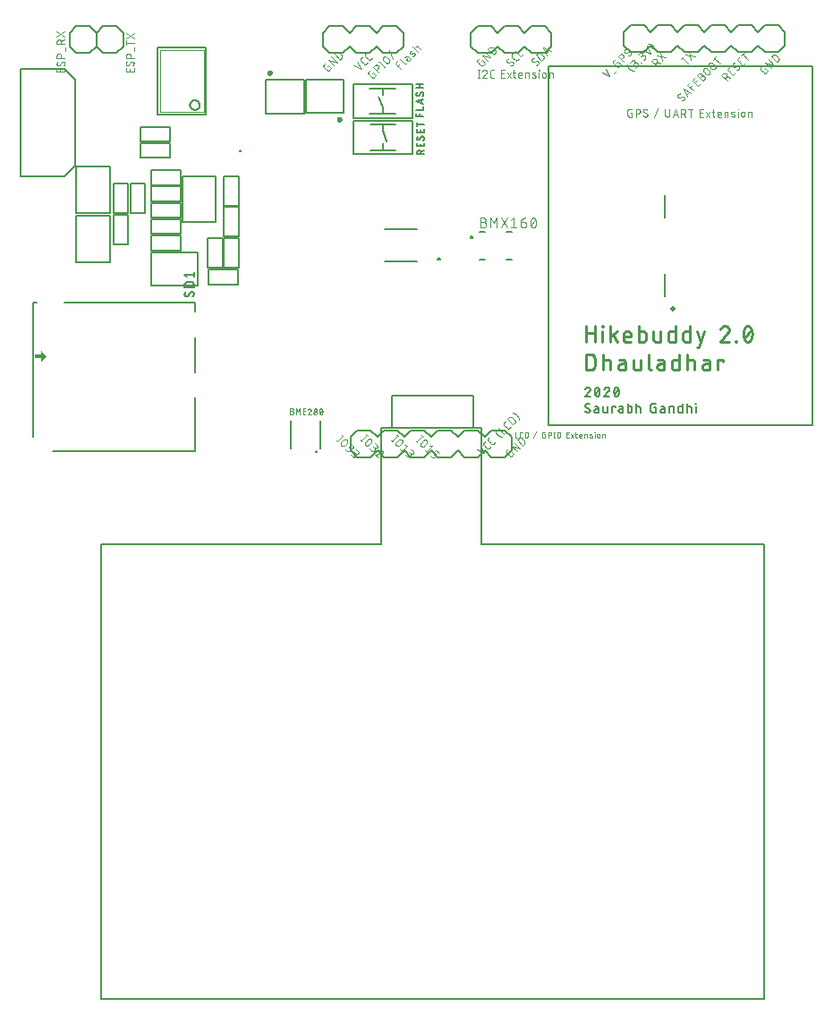
<source format=gbr>
G04 EAGLE Gerber RS-274X export*
G75*
%MOMM*%
%FSLAX34Y34*%
%LPD*%
%INSilkscreen Top*%
%IPPOS*%
%AMOC8*
5,1,8,0,0,1.08239X$1,22.5*%
G01*
%ADD10C,0.279400*%
%ADD11C,0.152400*%
%ADD12C,0.076200*%
%ADD13C,0.101600*%
%ADD14C,0.050800*%
%ADD15C,0.127000*%
%ADD16C,0.200000*%
%ADD17C,0.500000*%
%ADD18C,0.203200*%

G36*
X20344Y92116D02*
X20344Y92116D01*
X20368Y92117D01*
X20450Y92150D01*
X20535Y92178D01*
X20557Y92193D01*
X20576Y92201D01*
X20613Y92235D01*
X20686Y92289D01*
X24811Y96414D01*
X24849Y96468D01*
X24894Y96516D01*
X24912Y96559D01*
X24939Y96598D01*
X24955Y96662D01*
X24981Y96723D01*
X24983Y96770D01*
X24995Y96816D01*
X24988Y96881D01*
X24991Y96947D01*
X24977Y96992D01*
X24972Y97039D01*
X24943Y97098D01*
X24923Y97160D01*
X24890Y97205D01*
X24872Y97240D01*
X24844Y97267D01*
X24811Y97311D01*
X20686Y101436D01*
X20652Y101459D01*
X20627Y101487D01*
X20588Y101507D01*
X20544Y101543D01*
X20521Y101551D01*
X20502Y101564D01*
X20452Y101577D01*
X20428Y101589D01*
X20390Y101595D01*
X20331Y101615D01*
X20308Y101614D01*
X20285Y101620D01*
X20248Y101616D01*
X20242Y101617D01*
X20238Y101617D01*
X20213Y101613D01*
X20196Y101611D01*
X20107Y101608D01*
X20085Y101599D01*
X20061Y101597D01*
X20025Y101579D01*
X20017Y101577D01*
X19989Y101561D01*
X19981Y101557D01*
X19899Y101524D01*
X19882Y101508D01*
X19860Y101497D01*
X19834Y101469D01*
X19823Y101463D01*
X19797Y101431D01*
X19733Y101372D01*
X19723Y101351D01*
X19706Y101334D01*
X19693Y101302D01*
X19682Y101289D01*
X19666Y101241D01*
X19631Y101173D01*
X19627Y101147D01*
X19619Y101127D01*
X19618Y101098D01*
X19610Y101076D01*
X19611Y101041D01*
X19603Y100988D01*
X19603Y98872D01*
X14738Y98872D01*
X14673Y98860D01*
X14607Y98858D01*
X14563Y98840D01*
X14517Y98832D01*
X14460Y98799D01*
X14399Y98774D01*
X14364Y98742D01*
X14323Y98718D01*
X14282Y98667D01*
X14233Y98622D01*
X14212Y98580D01*
X14182Y98544D01*
X14161Y98482D01*
X14131Y98423D01*
X14123Y98368D01*
X14110Y98331D01*
X14111Y98292D01*
X14103Y98238D01*
X14103Y95488D01*
X14115Y95423D01*
X14117Y95357D01*
X14135Y95313D01*
X14143Y95267D01*
X14176Y95210D01*
X14201Y95149D01*
X14233Y95114D01*
X14257Y95073D01*
X14308Y95032D01*
X14353Y94983D01*
X14395Y94962D01*
X14431Y94932D01*
X14494Y94911D01*
X14552Y94881D01*
X14607Y94873D01*
X14644Y94860D01*
X14683Y94861D01*
X14738Y94853D01*
X19603Y94853D01*
X19603Y92738D01*
X19619Y92650D01*
X19628Y92561D01*
X19639Y92540D01*
X19643Y92517D01*
X19688Y92440D01*
X19728Y92360D01*
X19745Y92344D01*
X19757Y92323D01*
X19826Y92267D01*
X19891Y92206D01*
X19913Y92197D01*
X19931Y92182D01*
X20016Y92154D01*
X20098Y92119D01*
X20121Y92118D01*
X20144Y92110D01*
X20233Y92113D01*
X20322Y92109D01*
X20344Y92116D01*
G37*
G36*
X237150Y362119D02*
X237150Y362119D01*
X237193Y362133D01*
X237310Y362162D01*
X237793Y362362D01*
X237830Y362386D01*
X237936Y362445D01*
X238350Y362763D01*
X238381Y362796D01*
X238467Y362880D01*
X238785Y363294D01*
X238806Y363334D01*
X238868Y363437D01*
X239068Y363920D01*
X239077Y363963D01*
X239111Y364080D01*
X239179Y364597D01*
X239177Y364642D01*
X239179Y364763D01*
X239111Y365280D01*
X239097Y365323D01*
X239095Y365332D01*
X239094Y365348D01*
X239085Y365370D01*
X239068Y365440D01*
X238868Y365923D01*
X238844Y365960D01*
X238785Y366066D01*
X238467Y366480D01*
X238434Y366511D01*
X238350Y366597D01*
X237936Y366915D01*
X237896Y366936D01*
X237793Y366998D01*
X237310Y367198D01*
X237267Y367207D01*
X237150Y367241D01*
X236633Y367309D01*
X236588Y367307D01*
X236467Y367309D01*
X235950Y367241D01*
X235907Y367227D01*
X235790Y367198D01*
X235307Y366998D01*
X235270Y366974D01*
X235164Y366915D01*
X234750Y366597D01*
X234719Y366564D01*
X234633Y366480D01*
X234315Y366066D01*
X234294Y366026D01*
X234232Y365923D01*
X234032Y365440D01*
X234023Y365397D01*
X233989Y365280D01*
X233921Y364763D01*
X233923Y364718D01*
X233921Y364597D01*
X233989Y364080D01*
X234003Y364037D01*
X234032Y363920D01*
X234232Y363437D01*
X234256Y363400D01*
X234315Y363294D01*
X234633Y362880D01*
X234666Y362849D01*
X234750Y362763D01*
X235164Y362445D01*
X235204Y362424D01*
X235307Y362362D01*
X235790Y362162D01*
X235833Y362153D01*
X235950Y362119D01*
X236467Y362051D01*
X236512Y362053D01*
X236633Y362051D01*
X237150Y362119D01*
G37*
G36*
X303150Y318259D02*
X303150Y318259D01*
X303193Y318273D01*
X303310Y318302D01*
X303793Y318502D01*
X303830Y318526D01*
X303936Y318585D01*
X304350Y318903D01*
X304381Y318936D01*
X304467Y319020D01*
X304785Y319434D01*
X304806Y319474D01*
X304868Y319577D01*
X305068Y320060D01*
X305077Y320103D01*
X305111Y320220D01*
X305179Y320737D01*
X305177Y320782D01*
X305179Y320903D01*
X305111Y321420D01*
X305097Y321463D01*
X305095Y321472D01*
X305094Y321488D01*
X305085Y321510D01*
X305068Y321580D01*
X304868Y322063D01*
X304844Y322100D01*
X304785Y322206D01*
X304467Y322620D01*
X304434Y322651D01*
X304350Y322737D01*
X303936Y323055D01*
X303896Y323076D01*
X303793Y323138D01*
X303310Y323338D01*
X303267Y323347D01*
X303150Y323381D01*
X302633Y323449D01*
X302588Y323447D01*
X302467Y323449D01*
X301950Y323381D01*
X301907Y323367D01*
X301790Y323338D01*
X301307Y323138D01*
X301270Y323114D01*
X301164Y323055D01*
X300750Y322737D01*
X300719Y322704D01*
X300633Y322620D01*
X300315Y322206D01*
X300294Y322166D01*
X300232Y322063D01*
X300032Y321580D01*
X300023Y321537D01*
X299989Y321420D01*
X299921Y320903D01*
X299923Y320858D01*
X299921Y320737D01*
X299989Y320220D01*
X300003Y320177D01*
X300032Y320060D01*
X300232Y319577D01*
X300256Y319540D01*
X300315Y319434D01*
X300633Y319020D01*
X300666Y318989D01*
X300750Y318903D01*
X301164Y318585D01*
X301204Y318564D01*
X301307Y318502D01*
X301790Y318302D01*
X301833Y318293D01*
X301950Y318259D01*
X302467Y318191D01*
X302512Y318193D01*
X302633Y318191D01*
X303150Y318259D01*
G37*
D10*
X535397Y110567D02*
X535397Y125553D01*
X535397Y118893D02*
X543723Y118893D01*
X543723Y125553D02*
X543723Y110567D01*
X551023Y110567D02*
X551023Y120558D01*
X550606Y124720D02*
X550606Y125553D01*
X551439Y125553D01*
X551439Y124720D01*
X550606Y124720D01*
X558368Y125553D02*
X558368Y110567D01*
X558368Y115562D02*
X565028Y120558D01*
X561282Y117644D02*
X565028Y110567D01*
X573637Y110567D02*
X577800Y110567D01*
X573637Y110567D02*
X573539Y110569D01*
X573441Y110575D01*
X573343Y110584D01*
X573246Y110598D01*
X573150Y110615D01*
X573054Y110636D01*
X572959Y110661D01*
X572865Y110689D01*
X572772Y110721D01*
X572681Y110757D01*
X572591Y110796D01*
X572503Y110839D01*
X572416Y110886D01*
X572332Y110935D01*
X572249Y110988D01*
X572169Y111044D01*
X572091Y111103D01*
X572015Y111166D01*
X571941Y111231D01*
X571871Y111299D01*
X571803Y111369D01*
X571738Y111443D01*
X571675Y111519D01*
X571616Y111597D01*
X571560Y111677D01*
X571507Y111760D01*
X571458Y111844D01*
X571411Y111931D01*
X571368Y112019D01*
X571329Y112109D01*
X571293Y112200D01*
X571261Y112293D01*
X571233Y112387D01*
X571208Y112482D01*
X571187Y112578D01*
X571170Y112674D01*
X571156Y112771D01*
X571147Y112869D01*
X571141Y112967D01*
X571139Y113065D01*
X571139Y117227D01*
X571140Y117227D02*
X571142Y117341D01*
X571148Y117454D01*
X571157Y117568D01*
X571171Y117680D01*
X571188Y117793D01*
X571210Y117905D01*
X571235Y118015D01*
X571263Y118125D01*
X571296Y118234D01*
X571332Y118342D01*
X571372Y118449D01*
X571416Y118554D01*
X571463Y118657D01*
X571513Y118759D01*
X571567Y118859D01*
X571625Y118957D01*
X571686Y119053D01*
X571749Y119147D01*
X571817Y119239D01*
X571887Y119329D01*
X571960Y119415D01*
X572036Y119500D01*
X572115Y119582D01*
X572197Y119661D01*
X572282Y119737D01*
X572368Y119810D01*
X572458Y119880D01*
X572550Y119948D01*
X572644Y120011D01*
X572740Y120072D01*
X572838Y120130D01*
X572938Y120184D01*
X573040Y120234D01*
X573143Y120281D01*
X573248Y120325D01*
X573355Y120365D01*
X573463Y120401D01*
X573572Y120434D01*
X573682Y120462D01*
X573792Y120487D01*
X573904Y120509D01*
X574017Y120526D01*
X574129Y120540D01*
X574243Y120549D01*
X574356Y120555D01*
X574470Y120557D01*
X574584Y120555D01*
X574697Y120549D01*
X574811Y120540D01*
X574923Y120526D01*
X575036Y120509D01*
X575148Y120487D01*
X575258Y120462D01*
X575368Y120434D01*
X575477Y120401D01*
X575585Y120365D01*
X575692Y120325D01*
X575797Y120281D01*
X575900Y120234D01*
X576002Y120184D01*
X576102Y120130D01*
X576200Y120072D01*
X576296Y120011D01*
X576390Y119948D01*
X576482Y119880D01*
X576572Y119810D01*
X576658Y119737D01*
X576743Y119661D01*
X576825Y119582D01*
X576904Y119500D01*
X576980Y119415D01*
X577053Y119329D01*
X577123Y119239D01*
X577191Y119147D01*
X577254Y119053D01*
X577315Y118957D01*
X577373Y118859D01*
X577427Y118759D01*
X577477Y118657D01*
X577524Y118554D01*
X577568Y118449D01*
X577608Y118342D01*
X577644Y118234D01*
X577677Y118125D01*
X577705Y118015D01*
X577730Y117905D01*
X577752Y117793D01*
X577769Y117680D01*
X577783Y117568D01*
X577792Y117454D01*
X577798Y117341D01*
X577800Y117227D01*
X577800Y115562D01*
X571139Y115562D01*
X585318Y110567D02*
X585318Y125553D01*
X585318Y110567D02*
X589481Y110567D01*
X589579Y110569D01*
X589677Y110575D01*
X589775Y110584D01*
X589872Y110598D01*
X589968Y110615D01*
X590064Y110636D01*
X590159Y110661D01*
X590253Y110689D01*
X590346Y110721D01*
X590437Y110757D01*
X590527Y110796D01*
X590615Y110839D01*
X590702Y110886D01*
X590786Y110935D01*
X590869Y110988D01*
X590949Y111044D01*
X591027Y111103D01*
X591103Y111165D01*
X591177Y111231D01*
X591247Y111299D01*
X591315Y111369D01*
X591380Y111443D01*
X591443Y111518D01*
X591502Y111597D01*
X591558Y111677D01*
X591611Y111760D01*
X591660Y111844D01*
X591707Y111931D01*
X591750Y112019D01*
X591789Y112109D01*
X591825Y112200D01*
X591857Y112293D01*
X591885Y112387D01*
X591910Y112482D01*
X591931Y112578D01*
X591948Y112674D01*
X591962Y112771D01*
X591971Y112869D01*
X591977Y112967D01*
X591979Y113065D01*
X591978Y113065D02*
X591978Y118060D01*
X591979Y118060D02*
X591977Y118158D01*
X591971Y118256D01*
X591962Y118354D01*
X591948Y118451D01*
X591931Y118547D01*
X591910Y118643D01*
X591885Y118738D01*
X591857Y118832D01*
X591825Y118925D01*
X591789Y119016D01*
X591750Y119106D01*
X591707Y119194D01*
X591660Y119281D01*
X591611Y119365D01*
X591558Y119448D01*
X591502Y119528D01*
X591443Y119607D01*
X591380Y119682D01*
X591315Y119756D01*
X591247Y119826D01*
X591177Y119894D01*
X591103Y119960D01*
X591027Y120022D01*
X590949Y120081D01*
X590869Y120137D01*
X590786Y120190D01*
X590702Y120240D01*
X590615Y120286D01*
X590527Y120329D01*
X590437Y120368D01*
X590346Y120404D01*
X590253Y120436D01*
X590159Y120464D01*
X590064Y120489D01*
X589968Y120510D01*
X589872Y120527D01*
X589775Y120541D01*
X589677Y120550D01*
X589579Y120556D01*
X589481Y120558D01*
X585318Y120558D01*
X599275Y120558D02*
X599275Y113065D01*
X599277Y112967D01*
X599283Y112869D01*
X599292Y112771D01*
X599306Y112674D01*
X599323Y112578D01*
X599344Y112482D01*
X599369Y112387D01*
X599397Y112293D01*
X599429Y112200D01*
X599465Y112109D01*
X599504Y112019D01*
X599547Y111931D01*
X599594Y111844D01*
X599643Y111760D01*
X599696Y111677D01*
X599752Y111597D01*
X599811Y111519D01*
X599874Y111443D01*
X599939Y111369D01*
X600007Y111299D01*
X600077Y111231D01*
X600151Y111166D01*
X600227Y111103D01*
X600305Y111044D01*
X600385Y110988D01*
X600468Y110935D01*
X600552Y110886D01*
X600639Y110839D01*
X600727Y110796D01*
X600817Y110757D01*
X600908Y110721D01*
X601001Y110689D01*
X601095Y110661D01*
X601190Y110636D01*
X601286Y110615D01*
X601382Y110598D01*
X601479Y110584D01*
X601577Y110575D01*
X601675Y110569D01*
X601773Y110567D01*
X605936Y110567D01*
X605936Y120558D01*
X619894Y125553D02*
X619894Y110567D01*
X615731Y110567D01*
X615633Y110569D01*
X615535Y110575D01*
X615437Y110584D01*
X615340Y110598D01*
X615244Y110615D01*
X615148Y110636D01*
X615053Y110661D01*
X614959Y110689D01*
X614866Y110721D01*
X614775Y110757D01*
X614685Y110796D01*
X614597Y110839D01*
X614510Y110886D01*
X614426Y110935D01*
X614343Y110988D01*
X614263Y111044D01*
X614185Y111103D01*
X614109Y111166D01*
X614035Y111231D01*
X613965Y111299D01*
X613897Y111369D01*
X613832Y111443D01*
X613769Y111519D01*
X613710Y111597D01*
X613654Y111677D01*
X613601Y111760D01*
X613552Y111844D01*
X613505Y111931D01*
X613462Y112019D01*
X613423Y112109D01*
X613387Y112200D01*
X613355Y112293D01*
X613327Y112387D01*
X613302Y112482D01*
X613281Y112578D01*
X613264Y112674D01*
X613250Y112771D01*
X613241Y112869D01*
X613235Y112967D01*
X613233Y113065D01*
X613233Y118060D01*
X613235Y118158D01*
X613241Y118256D01*
X613250Y118354D01*
X613264Y118451D01*
X613281Y118547D01*
X613302Y118643D01*
X613327Y118738D01*
X613355Y118832D01*
X613387Y118925D01*
X613423Y119016D01*
X613462Y119106D01*
X613505Y119194D01*
X613552Y119281D01*
X613601Y119365D01*
X613654Y119448D01*
X613710Y119528D01*
X613769Y119607D01*
X613832Y119682D01*
X613897Y119756D01*
X613965Y119826D01*
X614035Y119894D01*
X614109Y119960D01*
X614185Y120022D01*
X614263Y120081D01*
X614343Y120137D01*
X614426Y120190D01*
X614510Y120240D01*
X614597Y120286D01*
X614685Y120329D01*
X614775Y120368D01*
X614866Y120404D01*
X614959Y120436D01*
X615053Y120464D01*
X615148Y120489D01*
X615244Y120510D01*
X615340Y120527D01*
X615437Y120541D01*
X615535Y120550D01*
X615633Y120556D01*
X615731Y120558D01*
X619894Y120558D01*
X633962Y125553D02*
X633962Y110567D01*
X629799Y110567D01*
X629701Y110569D01*
X629603Y110575D01*
X629505Y110584D01*
X629408Y110598D01*
X629312Y110615D01*
X629216Y110636D01*
X629121Y110661D01*
X629027Y110689D01*
X628934Y110721D01*
X628843Y110757D01*
X628753Y110796D01*
X628665Y110839D01*
X628578Y110886D01*
X628494Y110935D01*
X628411Y110988D01*
X628331Y111044D01*
X628253Y111103D01*
X628177Y111166D01*
X628103Y111231D01*
X628033Y111299D01*
X627965Y111369D01*
X627900Y111443D01*
X627837Y111519D01*
X627778Y111597D01*
X627722Y111677D01*
X627669Y111760D01*
X627620Y111844D01*
X627573Y111931D01*
X627530Y112019D01*
X627491Y112109D01*
X627455Y112200D01*
X627423Y112293D01*
X627395Y112387D01*
X627370Y112482D01*
X627349Y112578D01*
X627332Y112674D01*
X627318Y112771D01*
X627309Y112869D01*
X627303Y112967D01*
X627301Y113065D01*
X627301Y118060D01*
X627303Y118158D01*
X627309Y118256D01*
X627318Y118354D01*
X627332Y118451D01*
X627349Y118547D01*
X627370Y118643D01*
X627395Y118738D01*
X627423Y118832D01*
X627455Y118925D01*
X627491Y119016D01*
X627530Y119106D01*
X627573Y119194D01*
X627620Y119281D01*
X627669Y119365D01*
X627722Y119448D01*
X627778Y119528D01*
X627837Y119607D01*
X627900Y119682D01*
X627965Y119756D01*
X628033Y119826D01*
X628103Y119894D01*
X628177Y119960D01*
X628253Y120022D01*
X628331Y120081D01*
X628411Y120137D01*
X628494Y120190D01*
X628578Y120240D01*
X628665Y120286D01*
X628753Y120329D01*
X628843Y120368D01*
X628934Y120404D01*
X629027Y120436D01*
X629121Y120464D01*
X629216Y120489D01*
X629312Y120510D01*
X629408Y120527D01*
X629505Y120541D01*
X629603Y120550D01*
X629701Y120556D01*
X629799Y120558D01*
X633962Y120558D01*
X640959Y105572D02*
X642624Y105572D01*
X647619Y120558D01*
X640959Y120558D02*
X644289Y110567D01*
X667110Y125554D02*
X667230Y125552D01*
X667350Y125546D01*
X667470Y125537D01*
X667589Y125523D01*
X667708Y125506D01*
X667826Y125485D01*
X667944Y125460D01*
X668060Y125431D01*
X668176Y125399D01*
X668291Y125363D01*
X668404Y125323D01*
X668516Y125280D01*
X668627Y125233D01*
X668736Y125183D01*
X668843Y125129D01*
X668949Y125072D01*
X669052Y125011D01*
X669154Y124947D01*
X669254Y124880D01*
X669351Y124810D01*
X669446Y124737D01*
X669539Y124660D01*
X669629Y124581D01*
X669717Y124499D01*
X669802Y124414D01*
X669884Y124326D01*
X669963Y124236D01*
X670040Y124143D01*
X670113Y124048D01*
X670183Y123951D01*
X670250Y123851D01*
X670314Y123749D01*
X670375Y123646D01*
X670432Y123540D01*
X670486Y123433D01*
X670536Y123324D01*
X670583Y123213D01*
X670626Y123101D01*
X670666Y122988D01*
X670702Y122873D01*
X670734Y122757D01*
X670763Y122641D01*
X670788Y122523D01*
X670809Y122405D01*
X670826Y122286D01*
X670840Y122167D01*
X670849Y122047D01*
X670855Y121927D01*
X670857Y121807D01*
X667110Y125553D02*
X666972Y125551D01*
X666835Y125545D01*
X666698Y125535D01*
X666561Y125522D01*
X666425Y125504D01*
X666289Y125482D01*
X666153Y125457D01*
X666019Y125428D01*
X665886Y125395D01*
X665753Y125358D01*
X665622Y125317D01*
X665491Y125273D01*
X665363Y125225D01*
X665235Y125173D01*
X665109Y125117D01*
X664985Y125058D01*
X664862Y124996D01*
X664742Y124930D01*
X664623Y124861D01*
X664506Y124788D01*
X664392Y124712D01*
X664279Y124632D01*
X664169Y124550D01*
X664061Y124464D01*
X663956Y124376D01*
X663854Y124284D01*
X663754Y124190D01*
X663656Y124092D01*
X663562Y123992D01*
X663471Y123889D01*
X663382Y123784D01*
X663297Y123676D01*
X663214Y123566D01*
X663135Y123454D01*
X663059Y123339D01*
X662986Y123222D01*
X662917Y123103D01*
X662851Y122983D01*
X662789Y122860D01*
X662730Y122736D01*
X662675Y122610D01*
X662623Y122482D01*
X662575Y122353D01*
X662531Y122223D01*
X669607Y118893D02*
X669697Y118981D01*
X669783Y119072D01*
X669867Y119165D01*
X669948Y119261D01*
X670026Y119359D01*
X670100Y119459D01*
X670172Y119562D01*
X670240Y119667D01*
X670305Y119775D01*
X670367Y119884D01*
X670425Y119995D01*
X670480Y120108D01*
X670531Y120222D01*
X670578Y120338D01*
X670622Y120455D01*
X670662Y120574D01*
X670699Y120694D01*
X670732Y120815D01*
X670761Y120937D01*
X670786Y121059D01*
X670807Y121183D01*
X670825Y121307D01*
X670838Y121432D01*
X670848Y121557D01*
X670854Y121682D01*
X670856Y121807D01*
X669608Y118893D02*
X662531Y110567D01*
X670856Y110567D01*
X677219Y110567D02*
X677219Y111400D01*
X678052Y111400D01*
X678052Y110567D01*
X677219Y110567D01*
X684414Y118060D02*
X684418Y118355D01*
X684428Y118649D01*
X684446Y118944D01*
X684470Y119238D01*
X684502Y119531D01*
X684540Y119823D01*
X684586Y120114D01*
X684639Y120404D01*
X684698Y120693D01*
X684764Y120980D01*
X684837Y121266D01*
X684917Y121550D01*
X685004Y121832D01*
X685097Y122111D01*
X685197Y122389D01*
X685304Y122663D01*
X685417Y122936D01*
X685537Y123205D01*
X685663Y123472D01*
X685701Y123575D01*
X685742Y123676D01*
X685786Y123775D01*
X685834Y123874D01*
X685885Y123970D01*
X685940Y124064D01*
X685998Y124157D01*
X686059Y124247D01*
X686124Y124335D01*
X686191Y124421D01*
X686262Y124504D01*
X686335Y124585D01*
X686411Y124663D01*
X686490Y124739D01*
X686572Y124811D01*
X686656Y124881D01*
X686743Y124947D01*
X686831Y125011D01*
X686922Y125071D01*
X687016Y125128D01*
X687111Y125182D01*
X687208Y125232D01*
X687306Y125279D01*
X687406Y125322D01*
X687508Y125362D01*
X687611Y125398D01*
X687715Y125430D01*
X687821Y125459D01*
X687927Y125484D01*
X688034Y125505D01*
X688142Y125522D01*
X688250Y125536D01*
X688359Y125545D01*
X688468Y125551D01*
X688577Y125553D01*
X688686Y125551D01*
X688795Y125545D01*
X688904Y125536D01*
X689012Y125522D01*
X689120Y125505D01*
X689227Y125484D01*
X689333Y125459D01*
X689439Y125430D01*
X689543Y125398D01*
X689646Y125362D01*
X689748Y125322D01*
X689848Y125279D01*
X689946Y125232D01*
X690043Y125182D01*
X690138Y125128D01*
X690232Y125071D01*
X690323Y125011D01*
X690411Y124947D01*
X690498Y124881D01*
X690582Y124811D01*
X690664Y124739D01*
X690743Y124663D01*
X690819Y124585D01*
X690892Y124504D01*
X690963Y124421D01*
X691030Y124335D01*
X691095Y124247D01*
X691156Y124157D01*
X691214Y124064D01*
X691269Y123970D01*
X691320Y123874D01*
X691368Y123775D01*
X691412Y123676D01*
X691453Y123575D01*
X691491Y123472D01*
X691617Y123205D01*
X691737Y122936D01*
X691850Y122663D01*
X691957Y122389D01*
X692057Y122111D01*
X692150Y121832D01*
X692237Y121550D01*
X692317Y121266D01*
X692390Y120980D01*
X692456Y120693D01*
X692515Y120404D01*
X692568Y120114D01*
X692614Y119823D01*
X692652Y119531D01*
X692684Y119238D01*
X692708Y118944D01*
X692726Y118649D01*
X692736Y118355D01*
X692740Y118060D01*
X684414Y118060D02*
X684418Y117765D01*
X684428Y117471D01*
X684446Y117176D01*
X684470Y116882D01*
X684502Y116589D01*
X684540Y116297D01*
X684586Y116006D01*
X684639Y115716D01*
X684698Y115427D01*
X684764Y115140D01*
X684837Y114854D01*
X684917Y114570D01*
X685004Y114288D01*
X685097Y114009D01*
X685197Y113731D01*
X685304Y113457D01*
X685417Y113184D01*
X685537Y112915D01*
X685663Y112648D01*
X685701Y112545D01*
X685742Y112444D01*
X685786Y112345D01*
X685834Y112246D01*
X685885Y112150D01*
X685940Y112056D01*
X685998Y111963D01*
X686059Y111873D01*
X686124Y111785D01*
X686191Y111699D01*
X686262Y111616D01*
X686335Y111535D01*
X686411Y111457D01*
X686490Y111381D01*
X686572Y111309D01*
X686656Y111239D01*
X686743Y111173D01*
X686831Y111109D01*
X686922Y111049D01*
X687016Y110992D01*
X687111Y110938D01*
X687208Y110888D01*
X687306Y110841D01*
X687406Y110798D01*
X687508Y110758D01*
X687611Y110722D01*
X687715Y110690D01*
X687821Y110661D01*
X687927Y110636D01*
X688034Y110615D01*
X688142Y110598D01*
X688250Y110584D01*
X688359Y110575D01*
X688468Y110569D01*
X688577Y110567D01*
X691491Y112648D02*
X691617Y112915D01*
X691737Y113184D01*
X691850Y113457D01*
X691957Y113731D01*
X692057Y114009D01*
X692150Y114288D01*
X692237Y114570D01*
X692317Y114854D01*
X692390Y115140D01*
X692456Y115427D01*
X692515Y115716D01*
X692568Y116006D01*
X692614Y116297D01*
X692652Y116589D01*
X692684Y116882D01*
X692708Y117176D01*
X692726Y117471D01*
X692736Y117765D01*
X692740Y118060D01*
X691491Y112648D02*
X691453Y112545D01*
X691412Y112444D01*
X691368Y112345D01*
X691320Y112246D01*
X691269Y112150D01*
X691214Y112056D01*
X691156Y111963D01*
X691095Y111873D01*
X691030Y111785D01*
X690963Y111699D01*
X690892Y111616D01*
X690819Y111535D01*
X690743Y111457D01*
X690664Y111381D01*
X690582Y111309D01*
X690498Y111239D01*
X690411Y111173D01*
X690323Y111109D01*
X690231Y111049D01*
X690138Y110992D01*
X690043Y110938D01*
X689946Y110888D01*
X689848Y110841D01*
X689748Y110798D01*
X689646Y110758D01*
X689543Y110722D01*
X689439Y110690D01*
X689333Y110661D01*
X689227Y110636D01*
X689120Y110615D01*
X689012Y110598D01*
X688904Y110584D01*
X688795Y110575D01*
X688686Y110569D01*
X688577Y110567D01*
X685247Y113897D02*
X691908Y122223D01*
X535397Y98883D02*
X535397Y83897D01*
X535397Y98883D02*
X539560Y98883D01*
X539688Y98881D01*
X539816Y98875D01*
X539944Y98865D01*
X540072Y98851D01*
X540199Y98834D01*
X540325Y98812D01*
X540451Y98787D01*
X540575Y98757D01*
X540699Y98724D01*
X540822Y98687D01*
X540944Y98646D01*
X541064Y98602D01*
X541183Y98554D01*
X541300Y98502D01*
X541416Y98447D01*
X541529Y98388D01*
X541642Y98325D01*
X541752Y98259D01*
X541859Y98190D01*
X541965Y98118D01*
X542069Y98042D01*
X542170Y97963D01*
X542269Y97881D01*
X542365Y97796D01*
X542458Y97709D01*
X542549Y97618D01*
X542636Y97525D01*
X542721Y97429D01*
X542803Y97330D01*
X542882Y97229D01*
X542958Y97125D01*
X543030Y97019D01*
X543099Y96912D01*
X543165Y96802D01*
X543228Y96689D01*
X543287Y96576D01*
X543342Y96460D01*
X543394Y96343D01*
X543442Y96224D01*
X543486Y96104D01*
X543527Y95982D01*
X543564Y95859D01*
X543597Y95735D01*
X543627Y95611D01*
X543652Y95485D01*
X543674Y95359D01*
X543691Y95232D01*
X543705Y95104D01*
X543715Y94976D01*
X543721Y94848D01*
X543723Y94720D01*
X543723Y88060D01*
X543721Y87932D01*
X543715Y87804D01*
X543705Y87676D01*
X543691Y87548D01*
X543674Y87421D01*
X543652Y87295D01*
X543627Y87169D01*
X543597Y87045D01*
X543564Y86921D01*
X543527Y86798D01*
X543486Y86676D01*
X543442Y86556D01*
X543394Y86437D01*
X543342Y86320D01*
X543287Y86204D01*
X543228Y86091D01*
X543165Y85978D01*
X543099Y85868D01*
X543030Y85761D01*
X542958Y85655D01*
X542882Y85551D01*
X542803Y85450D01*
X542721Y85351D01*
X542636Y85255D01*
X542549Y85162D01*
X542458Y85071D01*
X542365Y84984D01*
X542269Y84899D01*
X542170Y84817D01*
X542069Y84738D01*
X541965Y84662D01*
X541859Y84590D01*
X541752Y84521D01*
X541642Y84455D01*
X541529Y84392D01*
X541416Y84333D01*
X541300Y84278D01*
X541183Y84226D01*
X541064Y84178D01*
X540944Y84134D01*
X540822Y84093D01*
X540699Y84056D01*
X540575Y84023D01*
X540451Y83993D01*
X540325Y83968D01*
X540199Y83946D01*
X540072Y83929D01*
X539944Y83915D01*
X539816Y83905D01*
X539688Y83899D01*
X539560Y83897D01*
X535397Y83897D01*
X551861Y83897D02*
X551861Y98883D01*
X551861Y93888D02*
X556024Y93888D01*
X556122Y93886D01*
X556220Y93880D01*
X556318Y93871D01*
X556415Y93857D01*
X556511Y93840D01*
X556607Y93819D01*
X556702Y93794D01*
X556796Y93766D01*
X556889Y93734D01*
X556980Y93698D01*
X557070Y93659D01*
X557158Y93616D01*
X557245Y93570D01*
X557329Y93520D01*
X557412Y93467D01*
X557492Y93411D01*
X557570Y93352D01*
X557646Y93290D01*
X557720Y93224D01*
X557790Y93156D01*
X557858Y93086D01*
X557923Y93012D01*
X557986Y92937D01*
X558045Y92858D01*
X558101Y92778D01*
X558154Y92695D01*
X558203Y92611D01*
X558250Y92524D01*
X558293Y92436D01*
X558332Y92346D01*
X558368Y92255D01*
X558400Y92162D01*
X558428Y92068D01*
X558453Y91973D01*
X558474Y91877D01*
X558491Y91781D01*
X558505Y91684D01*
X558514Y91586D01*
X558520Y91488D01*
X558522Y91390D01*
X558521Y91390D02*
X558521Y83897D01*
X568732Y89725D02*
X572479Y89725D01*
X568732Y89725D02*
X568626Y89723D01*
X568519Y89717D01*
X568413Y89708D01*
X568308Y89694D01*
X568203Y89677D01*
X568098Y89655D01*
X567995Y89630D01*
X567892Y89601D01*
X567791Y89569D01*
X567691Y89533D01*
X567592Y89493D01*
X567495Y89449D01*
X567400Y89403D01*
X567306Y89352D01*
X567214Y89298D01*
X567124Y89241D01*
X567036Y89181D01*
X566951Y89117D01*
X566868Y89051D01*
X566787Y88981D01*
X566709Y88909D01*
X566634Y88834D01*
X566562Y88756D01*
X566492Y88675D01*
X566426Y88592D01*
X566362Y88507D01*
X566302Y88419D01*
X566245Y88329D01*
X566191Y88237D01*
X566140Y88143D01*
X566094Y88048D01*
X566050Y87951D01*
X566010Y87852D01*
X565974Y87752D01*
X565942Y87651D01*
X565913Y87548D01*
X565888Y87445D01*
X565866Y87340D01*
X565849Y87235D01*
X565835Y87130D01*
X565826Y87024D01*
X565820Y86917D01*
X565818Y86811D01*
X565820Y86705D01*
X565826Y86598D01*
X565835Y86492D01*
X565849Y86387D01*
X565866Y86282D01*
X565888Y86177D01*
X565913Y86074D01*
X565942Y85971D01*
X565974Y85870D01*
X566010Y85770D01*
X566050Y85671D01*
X566094Y85574D01*
X566140Y85479D01*
X566191Y85385D01*
X566245Y85293D01*
X566302Y85203D01*
X566362Y85115D01*
X566426Y85030D01*
X566492Y84947D01*
X566562Y84866D01*
X566634Y84788D01*
X566709Y84713D01*
X566787Y84641D01*
X566868Y84571D01*
X566951Y84505D01*
X567036Y84441D01*
X567124Y84381D01*
X567214Y84324D01*
X567306Y84270D01*
X567400Y84219D01*
X567495Y84173D01*
X567592Y84129D01*
X567691Y84089D01*
X567791Y84053D01*
X567892Y84021D01*
X567995Y83992D01*
X568098Y83967D01*
X568203Y83945D01*
X568308Y83928D01*
X568413Y83914D01*
X568519Y83905D01*
X568626Y83899D01*
X568732Y83897D01*
X572479Y83897D01*
X572479Y91390D01*
X572477Y91488D01*
X572471Y91586D01*
X572462Y91684D01*
X572448Y91781D01*
X572431Y91877D01*
X572410Y91973D01*
X572385Y92068D01*
X572357Y92162D01*
X572325Y92255D01*
X572289Y92346D01*
X572250Y92436D01*
X572207Y92524D01*
X572160Y92611D01*
X572111Y92695D01*
X572058Y92778D01*
X572002Y92858D01*
X571943Y92937D01*
X571880Y93012D01*
X571815Y93086D01*
X571747Y93156D01*
X571677Y93224D01*
X571603Y93290D01*
X571527Y93352D01*
X571449Y93411D01*
X571369Y93467D01*
X571286Y93520D01*
X571202Y93570D01*
X571115Y93616D01*
X571027Y93659D01*
X570937Y93698D01*
X570846Y93734D01*
X570753Y93766D01*
X570659Y93794D01*
X570564Y93819D01*
X570468Y93840D01*
X570372Y93857D01*
X570275Y93871D01*
X570177Y93880D01*
X570079Y93886D01*
X569981Y93888D01*
X566651Y93888D01*
X580518Y93888D02*
X580518Y86395D01*
X580520Y86297D01*
X580526Y86199D01*
X580535Y86101D01*
X580549Y86004D01*
X580566Y85908D01*
X580587Y85812D01*
X580612Y85717D01*
X580640Y85623D01*
X580672Y85530D01*
X580708Y85439D01*
X580747Y85349D01*
X580790Y85261D01*
X580837Y85174D01*
X580886Y85090D01*
X580939Y85007D01*
X580995Y84927D01*
X581054Y84849D01*
X581117Y84773D01*
X581182Y84699D01*
X581250Y84629D01*
X581320Y84561D01*
X581394Y84496D01*
X581470Y84433D01*
X581548Y84374D01*
X581628Y84318D01*
X581711Y84265D01*
X581795Y84216D01*
X581882Y84169D01*
X581970Y84126D01*
X582060Y84087D01*
X582151Y84051D01*
X582244Y84019D01*
X582338Y83991D01*
X582433Y83966D01*
X582529Y83945D01*
X582625Y83928D01*
X582722Y83914D01*
X582820Y83905D01*
X582918Y83899D01*
X583016Y83897D01*
X587178Y83897D01*
X587178Y93888D01*
X594679Y98883D02*
X594679Y86395D01*
X594678Y86395D02*
X594680Y86297D01*
X594686Y86199D01*
X594695Y86101D01*
X594709Y86004D01*
X594726Y85908D01*
X594747Y85812D01*
X594772Y85717D01*
X594800Y85623D01*
X594832Y85530D01*
X594868Y85439D01*
X594907Y85349D01*
X594950Y85261D01*
X594997Y85174D01*
X595046Y85090D01*
X595099Y85007D01*
X595155Y84927D01*
X595214Y84849D01*
X595277Y84773D01*
X595342Y84699D01*
X595410Y84629D01*
X595480Y84561D01*
X595554Y84496D01*
X595630Y84433D01*
X595708Y84374D01*
X595788Y84318D01*
X595871Y84265D01*
X595955Y84216D01*
X596042Y84169D01*
X596130Y84126D01*
X596220Y84087D01*
X596311Y84051D01*
X596404Y84019D01*
X596498Y83991D01*
X596593Y83966D01*
X596689Y83945D01*
X596785Y83928D01*
X596882Y83914D01*
X596980Y83905D01*
X597078Y83899D01*
X597176Y83897D01*
X605726Y89725D02*
X609473Y89725D01*
X605726Y89725D02*
X605620Y89723D01*
X605513Y89717D01*
X605407Y89708D01*
X605302Y89694D01*
X605197Y89677D01*
X605092Y89655D01*
X604989Y89630D01*
X604886Y89601D01*
X604785Y89569D01*
X604685Y89533D01*
X604586Y89493D01*
X604489Y89449D01*
X604394Y89403D01*
X604300Y89352D01*
X604208Y89298D01*
X604118Y89241D01*
X604030Y89181D01*
X603945Y89117D01*
X603862Y89051D01*
X603781Y88981D01*
X603703Y88909D01*
X603628Y88834D01*
X603556Y88756D01*
X603486Y88675D01*
X603420Y88592D01*
X603356Y88507D01*
X603296Y88419D01*
X603239Y88329D01*
X603185Y88237D01*
X603134Y88143D01*
X603088Y88048D01*
X603044Y87951D01*
X603004Y87852D01*
X602968Y87752D01*
X602936Y87651D01*
X602907Y87548D01*
X602882Y87445D01*
X602860Y87340D01*
X602843Y87235D01*
X602829Y87130D01*
X602820Y87024D01*
X602814Y86917D01*
X602812Y86811D01*
X602814Y86705D01*
X602820Y86598D01*
X602829Y86492D01*
X602843Y86387D01*
X602860Y86282D01*
X602882Y86177D01*
X602907Y86074D01*
X602936Y85971D01*
X602968Y85870D01*
X603004Y85770D01*
X603044Y85671D01*
X603088Y85574D01*
X603134Y85479D01*
X603185Y85385D01*
X603239Y85293D01*
X603296Y85203D01*
X603356Y85115D01*
X603420Y85030D01*
X603486Y84947D01*
X603556Y84866D01*
X603628Y84788D01*
X603703Y84713D01*
X603781Y84641D01*
X603862Y84571D01*
X603945Y84505D01*
X604030Y84441D01*
X604118Y84381D01*
X604208Y84324D01*
X604300Y84270D01*
X604394Y84219D01*
X604489Y84173D01*
X604586Y84129D01*
X604685Y84089D01*
X604785Y84053D01*
X604886Y84021D01*
X604989Y83992D01*
X605092Y83967D01*
X605197Y83945D01*
X605302Y83928D01*
X605407Y83914D01*
X605513Y83905D01*
X605620Y83899D01*
X605726Y83897D01*
X609473Y83897D01*
X609473Y91390D01*
X609471Y91488D01*
X609465Y91586D01*
X609456Y91684D01*
X609442Y91781D01*
X609425Y91877D01*
X609404Y91973D01*
X609379Y92068D01*
X609351Y92162D01*
X609319Y92255D01*
X609283Y92346D01*
X609244Y92436D01*
X609201Y92524D01*
X609154Y92611D01*
X609105Y92695D01*
X609052Y92778D01*
X608996Y92858D01*
X608937Y92937D01*
X608874Y93012D01*
X608809Y93086D01*
X608741Y93156D01*
X608671Y93224D01*
X608597Y93290D01*
X608521Y93352D01*
X608443Y93411D01*
X608363Y93467D01*
X608280Y93520D01*
X608196Y93570D01*
X608109Y93616D01*
X608021Y93659D01*
X607931Y93698D01*
X607840Y93734D01*
X607747Y93766D01*
X607653Y93794D01*
X607558Y93819D01*
X607462Y93840D01*
X607366Y93857D01*
X607269Y93871D01*
X607171Y93880D01*
X607073Y93886D01*
X606975Y93888D01*
X603645Y93888D01*
X623541Y98883D02*
X623541Y83897D01*
X619378Y83897D01*
X619280Y83899D01*
X619182Y83905D01*
X619084Y83914D01*
X618987Y83928D01*
X618891Y83945D01*
X618795Y83966D01*
X618700Y83991D01*
X618606Y84019D01*
X618513Y84051D01*
X618422Y84087D01*
X618332Y84126D01*
X618244Y84169D01*
X618157Y84216D01*
X618073Y84265D01*
X617990Y84318D01*
X617910Y84374D01*
X617832Y84433D01*
X617756Y84496D01*
X617682Y84561D01*
X617612Y84629D01*
X617544Y84699D01*
X617479Y84773D01*
X617416Y84849D01*
X617357Y84927D01*
X617301Y85007D01*
X617248Y85090D01*
X617199Y85174D01*
X617152Y85261D01*
X617109Y85349D01*
X617070Y85439D01*
X617034Y85530D01*
X617002Y85623D01*
X616974Y85717D01*
X616949Y85812D01*
X616928Y85908D01*
X616911Y86004D01*
X616897Y86101D01*
X616888Y86199D01*
X616882Y86297D01*
X616880Y86395D01*
X616880Y91390D01*
X616882Y91488D01*
X616888Y91586D01*
X616897Y91684D01*
X616911Y91781D01*
X616928Y91877D01*
X616949Y91973D01*
X616974Y92068D01*
X617002Y92162D01*
X617034Y92255D01*
X617070Y92346D01*
X617109Y92436D01*
X617152Y92524D01*
X617199Y92611D01*
X617248Y92695D01*
X617301Y92778D01*
X617357Y92858D01*
X617416Y92937D01*
X617479Y93012D01*
X617544Y93086D01*
X617612Y93156D01*
X617682Y93224D01*
X617756Y93290D01*
X617832Y93352D01*
X617910Y93411D01*
X617990Y93467D01*
X618073Y93520D01*
X618157Y93570D01*
X618244Y93616D01*
X618332Y93659D01*
X618422Y93698D01*
X618513Y93734D01*
X618606Y93766D01*
X618700Y93794D01*
X618795Y93819D01*
X618891Y93840D01*
X618987Y93857D01*
X619084Y93871D01*
X619182Y93880D01*
X619280Y93886D01*
X619378Y93888D01*
X623541Y93888D01*
X631580Y98883D02*
X631580Y83897D01*
X631580Y93888D02*
X635743Y93888D01*
X635841Y93886D01*
X635939Y93880D01*
X636037Y93871D01*
X636134Y93857D01*
X636230Y93840D01*
X636326Y93819D01*
X636421Y93794D01*
X636515Y93766D01*
X636608Y93734D01*
X636699Y93698D01*
X636789Y93659D01*
X636877Y93616D01*
X636964Y93570D01*
X637048Y93520D01*
X637131Y93467D01*
X637211Y93411D01*
X637289Y93352D01*
X637365Y93290D01*
X637439Y93224D01*
X637509Y93156D01*
X637577Y93086D01*
X637642Y93012D01*
X637705Y92937D01*
X637764Y92858D01*
X637820Y92778D01*
X637873Y92695D01*
X637922Y92611D01*
X637969Y92524D01*
X638012Y92436D01*
X638051Y92346D01*
X638087Y92255D01*
X638119Y92162D01*
X638147Y92068D01*
X638172Y91973D01*
X638193Y91877D01*
X638210Y91781D01*
X638224Y91684D01*
X638233Y91586D01*
X638239Y91488D01*
X638241Y91390D01*
X638240Y91390D02*
X638240Y83897D01*
X648452Y89725D02*
X652198Y89725D01*
X648452Y89725D02*
X648346Y89723D01*
X648239Y89717D01*
X648133Y89708D01*
X648028Y89694D01*
X647923Y89677D01*
X647818Y89655D01*
X647715Y89630D01*
X647612Y89601D01*
X647511Y89569D01*
X647411Y89533D01*
X647312Y89493D01*
X647215Y89449D01*
X647120Y89403D01*
X647026Y89352D01*
X646934Y89298D01*
X646844Y89241D01*
X646756Y89181D01*
X646671Y89117D01*
X646588Y89051D01*
X646507Y88981D01*
X646429Y88909D01*
X646354Y88834D01*
X646282Y88756D01*
X646212Y88675D01*
X646146Y88592D01*
X646082Y88507D01*
X646022Y88419D01*
X645965Y88329D01*
X645911Y88237D01*
X645860Y88143D01*
X645814Y88048D01*
X645770Y87951D01*
X645730Y87852D01*
X645694Y87752D01*
X645662Y87651D01*
X645633Y87548D01*
X645608Y87445D01*
X645586Y87340D01*
X645569Y87235D01*
X645555Y87130D01*
X645546Y87024D01*
X645540Y86917D01*
X645538Y86811D01*
X645540Y86705D01*
X645546Y86598D01*
X645555Y86492D01*
X645569Y86387D01*
X645586Y86282D01*
X645608Y86177D01*
X645633Y86074D01*
X645662Y85971D01*
X645694Y85870D01*
X645730Y85770D01*
X645770Y85671D01*
X645814Y85574D01*
X645860Y85479D01*
X645911Y85385D01*
X645965Y85293D01*
X646022Y85203D01*
X646082Y85115D01*
X646146Y85030D01*
X646212Y84947D01*
X646282Y84866D01*
X646354Y84788D01*
X646429Y84713D01*
X646507Y84641D01*
X646588Y84571D01*
X646671Y84505D01*
X646756Y84441D01*
X646844Y84381D01*
X646934Y84324D01*
X647026Y84270D01*
X647120Y84219D01*
X647215Y84173D01*
X647312Y84129D01*
X647411Y84089D01*
X647511Y84053D01*
X647612Y84021D01*
X647715Y83992D01*
X647818Y83967D01*
X647923Y83945D01*
X648028Y83928D01*
X648133Y83914D01*
X648239Y83905D01*
X648346Y83899D01*
X648452Y83897D01*
X652198Y83897D01*
X652198Y91390D01*
X652196Y91488D01*
X652190Y91586D01*
X652181Y91684D01*
X652167Y91781D01*
X652150Y91877D01*
X652129Y91973D01*
X652104Y92068D01*
X652076Y92162D01*
X652044Y92255D01*
X652008Y92346D01*
X651969Y92436D01*
X651926Y92524D01*
X651879Y92611D01*
X651830Y92695D01*
X651777Y92778D01*
X651721Y92858D01*
X651662Y92937D01*
X651599Y93012D01*
X651534Y93086D01*
X651466Y93156D01*
X651396Y93224D01*
X651322Y93290D01*
X651246Y93352D01*
X651168Y93411D01*
X651088Y93467D01*
X651005Y93520D01*
X650921Y93570D01*
X650834Y93616D01*
X650746Y93659D01*
X650656Y93698D01*
X650565Y93734D01*
X650472Y93766D01*
X650378Y93794D01*
X650283Y93819D01*
X650187Y93840D01*
X650091Y93857D01*
X649994Y93871D01*
X649896Y93880D01*
X649798Y93886D01*
X649700Y93888D01*
X646370Y93888D01*
X660365Y93888D02*
X660365Y83897D01*
X660365Y93888D02*
X665361Y93888D01*
X665361Y92223D01*
D11*
X539460Y65479D02*
X539458Y65571D01*
X539452Y65662D01*
X539443Y65753D01*
X539429Y65844D01*
X539412Y65934D01*
X539390Y66023D01*
X539365Y66111D01*
X539337Y66198D01*
X539304Y66284D01*
X539268Y66368D01*
X539229Y66451D01*
X539186Y66532D01*
X539139Y66611D01*
X539090Y66688D01*
X539037Y66763D01*
X538981Y66835D01*
X538922Y66905D01*
X538860Y66973D01*
X538795Y67038D01*
X538727Y67100D01*
X538657Y67159D01*
X538585Y67215D01*
X538510Y67268D01*
X538433Y67317D01*
X538354Y67364D01*
X538273Y67407D01*
X538190Y67446D01*
X538106Y67482D01*
X538020Y67515D01*
X537933Y67543D01*
X537845Y67568D01*
X537756Y67590D01*
X537666Y67607D01*
X537575Y67621D01*
X537484Y67630D01*
X537393Y67636D01*
X537301Y67638D01*
X537198Y67636D01*
X537096Y67630D01*
X536994Y67621D01*
X536892Y67608D01*
X536791Y67591D01*
X536690Y67570D01*
X536591Y67546D01*
X536492Y67517D01*
X536395Y67486D01*
X536298Y67450D01*
X536203Y67412D01*
X536110Y67369D01*
X536018Y67323D01*
X535928Y67274D01*
X535840Y67222D01*
X535753Y67166D01*
X535669Y67107D01*
X535588Y67046D01*
X535508Y66981D01*
X535431Y66913D01*
X535356Y66842D01*
X535285Y66769D01*
X535216Y66693D01*
X535149Y66615D01*
X535086Y66534D01*
X535026Y66451D01*
X534969Y66366D01*
X534915Y66279D01*
X534864Y66189D01*
X534817Y66098D01*
X534773Y66006D01*
X534732Y65911D01*
X534695Y65816D01*
X534662Y65719D01*
X538740Y63800D02*
X538807Y63866D01*
X538871Y63935D01*
X538932Y64006D01*
X538990Y64080D01*
X539045Y64156D01*
X539097Y64234D01*
X539146Y64314D01*
X539192Y64396D01*
X539234Y64480D01*
X539273Y64566D01*
X539308Y64653D01*
X539339Y64741D01*
X539367Y64831D01*
X539392Y64921D01*
X539413Y65013D01*
X539430Y65105D01*
X539443Y65198D01*
X539452Y65291D01*
X539458Y65385D01*
X539460Y65479D01*
X538740Y63800D02*
X534662Y59002D01*
X539460Y59002D01*
X543806Y63320D02*
X543808Y63490D01*
X543814Y63660D01*
X543824Y63829D01*
X543838Y63999D01*
X543857Y64168D01*
X543879Y64336D01*
X543905Y64504D01*
X543935Y64671D01*
X543970Y64837D01*
X544008Y65003D01*
X544050Y65168D01*
X544096Y65331D01*
X544146Y65494D01*
X544200Y65655D01*
X544257Y65815D01*
X544319Y65973D01*
X544384Y66130D01*
X544453Y66285D01*
X544526Y66439D01*
X544554Y66515D01*
X544586Y66590D01*
X544621Y66664D01*
X544659Y66736D01*
X544701Y66806D01*
X544746Y66874D01*
X544794Y66940D01*
X544845Y67004D01*
X544899Y67065D01*
X544955Y67124D01*
X545015Y67180D01*
X545076Y67233D01*
X545140Y67283D01*
X545207Y67331D01*
X545275Y67375D01*
X545346Y67416D01*
X545418Y67454D01*
X545492Y67488D01*
X545567Y67519D01*
X545644Y67547D01*
X545722Y67571D01*
X545801Y67591D01*
X545881Y67608D01*
X545961Y67621D01*
X546042Y67631D01*
X546123Y67636D01*
X546205Y67638D01*
X546287Y67636D01*
X546368Y67631D01*
X546449Y67621D01*
X546529Y67608D01*
X546609Y67591D01*
X546688Y67571D01*
X546766Y67547D01*
X546843Y67519D01*
X546918Y67488D01*
X546992Y67454D01*
X547064Y67416D01*
X547135Y67375D01*
X547203Y67331D01*
X547270Y67283D01*
X547334Y67233D01*
X547395Y67180D01*
X547455Y67124D01*
X547511Y67065D01*
X547565Y67004D01*
X547616Y66940D01*
X547664Y66874D01*
X547709Y66806D01*
X547751Y66736D01*
X547789Y66664D01*
X547824Y66590D01*
X547856Y66515D01*
X547884Y66439D01*
X547957Y66285D01*
X548026Y66130D01*
X548091Y65973D01*
X548153Y65815D01*
X548210Y65655D01*
X548264Y65494D01*
X548314Y65331D01*
X548360Y65168D01*
X548402Y65003D01*
X548440Y64837D01*
X548475Y64671D01*
X548505Y64504D01*
X548531Y64336D01*
X548553Y64168D01*
X548572Y63999D01*
X548586Y63829D01*
X548596Y63660D01*
X548602Y63490D01*
X548604Y63320D01*
X543806Y63320D02*
X543808Y63150D01*
X543814Y62980D01*
X543824Y62811D01*
X543838Y62641D01*
X543857Y62472D01*
X543879Y62304D01*
X543905Y62136D01*
X543935Y61969D01*
X543970Y61803D01*
X544008Y61637D01*
X544050Y61472D01*
X544096Y61309D01*
X544146Y61147D01*
X544200Y60985D01*
X544257Y60826D01*
X544319Y60667D01*
X544384Y60510D01*
X544453Y60355D01*
X544526Y60201D01*
X544554Y60125D01*
X544586Y60050D01*
X544621Y59976D01*
X544659Y59904D01*
X544701Y59834D01*
X544746Y59766D01*
X544794Y59700D01*
X544845Y59636D01*
X544899Y59575D01*
X544955Y59516D01*
X545015Y59460D01*
X545076Y59407D01*
X545140Y59357D01*
X545207Y59309D01*
X545275Y59265D01*
X545346Y59224D01*
X545418Y59186D01*
X545492Y59152D01*
X545567Y59121D01*
X545644Y59093D01*
X545722Y59069D01*
X545801Y59049D01*
X545881Y59032D01*
X545961Y59019D01*
X546042Y59009D01*
X546123Y59004D01*
X546205Y59002D01*
X547884Y60201D02*
X547957Y60355D01*
X548026Y60510D01*
X548091Y60667D01*
X548153Y60826D01*
X548210Y60985D01*
X548264Y61147D01*
X548314Y61309D01*
X548360Y61472D01*
X548402Y61637D01*
X548440Y61803D01*
X548475Y61969D01*
X548505Y62136D01*
X548531Y62304D01*
X548553Y62472D01*
X548572Y62641D01*
X548586Y62811D01*
X548596Y62980D01*
X548602Y63150D01*
X548604Y63320D01*
X547884Y60201D02*
X547856Y60125D01*
X547824Y60050D01*
X547789Y59976D01*
X547751Y59904D01*
X547709Y59834D01*
X547664Y59766D01*
X547616Y59700D01*
X547565Y59636D01*
X547511Y59575D01*
X547455Y59516D01*
X547395Y59460D01*
X547334Y59407D01*
X547270Y59357D01*
X547203Y59309D01*
X547135Y59265D01*
X547064Y59224D01*
X546992Y59186D01*
X546918Y59152D01*
X546843Y59121D01*
X546766Y59093D01*
X546688Y59069D01*
X546609Y59049D01*
X546529Y59032D01*
X546449Y59019D01*
X546368Y59009D01*
X546287Y59004D01*
X546205Y59002D01*
X544286Y60921D02*
X548124Y65719D01*
X555589Y67638D02*
X555681Y67636D01*
X555772Y67630D01*
X555863Y67621D01*
X555954Y67607D01*
X556044Y67590D01*
X556133Y67568D01*
X556221Y67543D01*
X556308Y67515D01*
X556394Y67482D01*
X556478Y67446D01*
X556561Y67407D01*
X556642Y67364D01*
X556721Y67317D01*
X556798Y67268D01*
X556873Y67215D01*
X556945Y67159D01*
X557015Y67100D01*
X557083Y67038D01*
X557148Y66973D01*
X557210Y66905D01*
X557269Y66835D01*
X557325Y66763D01*
X557378Y66688D01*
X557427Y66611D01*
X557474Y66532D01*
X557517Y66451D01*
X557556Y66368D01*
X557592Y66284D01*
X557625Y66198D01*
X557653Y66111D01*
X557678Y66023D01*
X557700Y65934D01*
X557717Y65844D01*
X557731Y65753D01*
X557740Y65662D01*
X557746Y65571D01*
X557748Y65479D01*
X555589Y67638D02*
X555486Y67636D01*
X555384Y67630D01*
X555282Y67621D01*
X555180Y67608D01*
X555079Y67591D01*
X554978Y67570D01*
X554879Y67546D01*
X554780Y67517D01*
X554683Y67486D01*
X554586Y67450D01*
X554491Y67412D01*
X554398Y67369D01*
X554306Y67323D01*
X554216Y67274D01*
X554128Y67222D01*
X554041Y67166D01*
X553957Y67107D01*
X553876Y67046D01*
X553796Y66981D01*
X553719Y66913D01*
X553644Y66842D01*
X553573Y66769D01*
X553504Y66693D01*
X553437Y66615D01*
X553374Y66534D01*
X553314Y66451D01*
X553257Y66366D01*
X553203Y66279D01*
X553152Y66189D01*
X553105Y66098D01*
X553061Y66006D01*
X553020Y65911D01*
X552983Y65816D01*
X552950Y65719D01*
X557028Y63800D02*
X557095Y63866D01*
X557159Y63935D01*
X557220Y64006D01*
X557278Y64080D01*
X557333Y64156D01*
X557385Y64234D01*
X557434Y64314D01*
X557480Y64396D01*
X557522Y64480D01*
X557561Y64566D01*
X557596Y64653D01*
X557627Y64741D01*
X557655Y64831D01*
X557680Y64921D01*
X557701Y65013D01*
X557718Y65105D01*
X557731Y65198D01*
X557740Y65291D01*
X557746Y65385D01*
X557748Y65479D01*
X557028Y63800D02*
X552950Y59002D01*
X557748Y59002D01*
X562094Y63320D02*
X562096Y63490D01*
X562102Y63660D01*
X562112Y63829D01*
X562126Y63999D01*
X562145Y64168D01*
X562167Y64336D01*
X562193Y64504D01*
X562223Y64671D01*
X562258Y64837D01*
X562296Y65003D01*
X562338Y65168D01*
X562384Y65331D01*
X562434Y65494D01*
X562488Y65655D01*
X562545Y65815D01*
X562607Y65973D01*
X562672Y66130D01*
X562741Y66285D01*
X562814Y66439D01*
X562842Y66515D01*
X562874Y66590D01*
X562909Y66664D01*
X562947Y66736D01*
X562989Y66806D01*
X563034Y66874D01*
X563082Y66940D01*
X563133Y67004D01*
X563187Y67065D01*
X563243Y67124D01*
X563303Y67180D01*
X563364Y67233D01*
X563428Y67283D01*
X563495Y67331D01*
X563563Y67375D01*
X563634Y67416D01*
X563706Y67454D01*
X563780Y67488D01*
X563855Y67519D01*
X563932Y67547D01*
X564010Y67571D01*
X564089Y67591D01*
X564169Y67608D01*
X564249Y67621D01*
X564330Y67631D01*
X564411Y67636D01*
X564493Y67638D01*
X564575Y67636D01*
X564656Y67631D01*
X564737Y67621D01*
X564817Y67608D01*
X564897Y67591D01*
X564976Y67571D01*
X565054Y67547D01*
X565131Y67519D01*
X565206Y67488D01*
X565280Y67454D01*
X565352Y67416D01*
X565423Y67375D01*
X565491Y67331D01*
X565558Y67283D01*
X565622Y67233D01*
X565683Y67180D01*
X565743Y67124D01*
X565799Y67065D01*
X565853Y67004D01*
X565904Y66940D01*
X565952Y66874D01*
X565997Y66806D01*
X566039Y66736D01*
X566077Y66664D01*
X566112Y66590D01*
X566144Y66515D01*
X566172Y66439D01*
X566245Y66285D01*
X566314Y66130D01*
X566379Y65973D01*
X566441Y65815D01*
X566498Y65655D01*
X566552Y65494D01*
X566602Y65331D01*
X566648Y65168D01*
X566690Y65003D01*
X566728Y64837D01*
X566763Y64671D01*
X566793Y64504D01*
X566819Y64336D01*
X566841Y64168D01*
X566860Y63999D01*
X566874Y63829D01*
X566884Y63660D01*
X566890Y63490D01*
X566892Y63320D01*
X562094Y63320D02*
X562096Y63150D01*
X562102Y62980D01*
X562112Y62811D01*
X562126Y62641D01*
X562145Y62472D01*
X562167Y62304D01*
X562193Y62136D01*
X562223Y61969D01*
X562258Y61803D01*
X562296Y61637D01*
X562338Y61472D01*
X562384Y61309D01*
X562434Y61147D01*
X562488Y60985D01*
X562545Y60826D01*
X562607Y60667D01*
X562672Y60510D01*
X562741Y60355D01*
X562814Y60201D01*
X562842Y60125D01*
X562874Y60050D01*
X562909Y59976D01*
X562947Y59904D01*
X562989Y59834D01*
X563034Y59766D01*
X563082Y59700D01*
X563133Y59636D01*
X563187Y59575D01*
X563243Y59516D01*
X563303Y59460D01*
X563364Y59407D01*
X563428Y59357D01*
X563495Y59309D01*
X563563Y59265D01*
X563634Y59224D01*
X563706Y59186D01*
X563780Y59152D01*
X563855Y59121D01*
X563932Y59093D01*
X564010Y59069D01*
X564089Y59049D01*
X564169Y59032D01*
X564249Y59019D01*
X564330Y59009D01*
X564411Y59004D01*
X564493Y59002D01*
X566172Y60201D02*
X566245Y60355D01*
X566314Y60510D01*
X566379Y60667D01*
X566441Y60826D01*
X566498Y60985D01*
X566552Y61147D01*
X566602Y61309D01*
X566648Y61472D01*
X566690Y61637D01*
X566728Y61803D01*
X566763Y61969D01*
X566793Y62136D01*
X566819Y62304D01*
X566841Y62472D01*
X566860Y62641D01*
X566874Y62811D01*
X566884Y62980D01*
X566890Y63150D01*
X566892Y63320D01*
X566172Y60201D02*
X566144Y60125D01*
X566112Y60050D01*
X566077Y59976D01*
X566039Y59904D01*
X565997Y59834D01*
X565952Y59766D01*
X565904Y59700D01*
X565853Y59636D01*
X565799Y59575D01*
X565743Y59516D01*
X565683Y59460D01*
X565622Y59407D01*
X565558Y59357D01*
X565491Y59309D01*
X565423Y59265D01*
X565352Y59224D01*
X565280Y59186D01*
X565206Y59152D01*
X565131Y59121D01*
X565054Y59093D01*
X564976Y59069D01*
X564897Y59049D01*
X564817Y59032D01*
X564737Y59019D01*
X564656Y59009D01*
X564575Y59004D01*
X564493Y59002D01*
X562574Y60921D02*
X566412Y65719D01*
X539460Y45681D02*
X539458Y45595D01*
X539452Y45509D01*
X539443Y45423D01*
X539429Y45338D01*
X539412Y45254D01*
X539391Y45170D01*
X539366Y45088D01*
X539338Y45007D01*
X539306Y44927D01*
X539270Y44848D01*
X539231Y44772D01*
X539188Y44697D01*
X539143Y44624D01*
X539094Y44553D01*
X539041Y44485D01*
X538986Y44418D01*
X538928Y44355D01*
X538867Y44294D01*
X538804Y44236D01*
X538737Y44181D01*
X538669Y44129D01*
X538598Y44079D01*
X538525Y44034D01*
X538450Y43991D01*
X538374Y43952D01*
X538295Y43916D01*
X538215Y43884D01*
X538134Y43856D01*
X538052Y43831D01*
X537968Y43810D01*
X537884Y43793D01*
X537799Y43779D01*
X537713Y43770D01*
X537627Y43764D01*
X537541Y43762D01*
X537418Y43764D01*
X537295Y43769D01*
X537172Y43779D01*
X537050Y43792D01*
X536928Y43809D01*
X536806Y43829D01*
X536686Y43853D01*
X536566Y43881D01*
X536447Y43912D01*
X536329Y43947D01*
X536212Y43986D01*
X536096Y44028D01*
X535982Y44074D01*
X535869Y44123D01*
X535758Y44175D01*
X535648Y44231D01*
X535540Y44290D01*
X535434Y44353D01*
X535329Y44418D01*
X535227Y44487D01*
X535127Y44559D01*
X535030Y44634D01*
X534934Y44711D01*
X534841Y44792D01*
X534750Y44875D01*
X534662Y44961D01*
X534902Y50479D02*
X534904Y50565D01*
X534910Y50651D01*
X534919Y50737D01*
X534933Y50822D01*
X534950Y50906D01*
X534971Y50990D01*
X534996Y51072D01*
X535024Y51153D01*
X535056Y51233D01*
X535092Y51312D01*
X535131Y51388D01*
X535174Y51463D01*
X535219Y51536D01*
X535268Y51607D01*
X535321Y51675D01*
X535376Y51742D01*
X535434Y51805D01*
X535495Y51866D01*
X535558Y51924D01*
X535625Y51979D01*
X535693Y52032D01*
X535764Y52081D01*
X535837Y52126D01*
X535912Y52169D01*
X535988Y52208D01*
X536067Y52244D01*
X536147Y52276D01*
X536228Y52304D01*
X536310Y52329D01*
X536394Y52350D01*
X536478Y52367D01*
X536563Y52381D01*
X536649Y52390D01*
X536735Y52396D01*
X536821Y52398D01*
X536937Y52396D01*
X537052Y52391D01*
X537168Y52381D01*
X537283Y52368D01*
X537397Y52352D01*
X537511Y52331D01*
X537625Y52307D01*
X537737Y52279D01*
X537848Y52248D01*
X537959Y52213D01*
X538068Y52175D01*
X538176Y52133D01*
X538282Y52088D01*
X538388Y52039D01*
X538491Y51987D01*
X538593Y51932D01*
X538692Y51873D01*
X538790Y51811D01*
X538886Y51746D01*
X538980Y51678D01*
X535861Y48800D02*
X535787Y48846D01*
X535714Y48896D01*
X535644Y48949D01*
X535576Y49005D01*
X535511Y49064D01*
X535448Y49126D01*
X535389Y49191D01*
X535332Y49258D01*
X535278Y49328D01*
X535228Y49400D01*
X535181Y49474D01*
X535137Y49550D01*
X535097Y49629D01*
X535061Y49709D01*
X535028Y49790D01*
X534999Y49873D01*
X534973Y49958D01*
X534951Y50043D01*
X534934Y50129D01*
X534920Y50216D01*
X534910Y50303D01*
X534904Y50391D01*
X534902Y50479D01*
X538501Y47360D02*
X538575Y47314D01*
X538648Y47264D01*
X538718Y47211D01*
X538786Y47155D01*
X538851Y47096D01*
X538914Y47034D01*
X538973Y46969D01*
X539030Y46902D01*
X539084Y46832D01*
X539134Y46760D01*
X539181Y46686D01*
X539225Y46610D01*
X539265Y46531D01*
X539301Y46451D01*
X539334Y46370D01*
X539363Y46287D01*
X539389Y46202D01*
X539411Y46117D01*
X539428Y46031D01*
X539442Y45944D01*
X539452Y45857D01*
X539458Y45769D01*
X539460Y45681D01*
X538500Y47360D02*
X535861Y48800D01*
X544983Y47120D02*
X547142Y47120D01*
X544983Y47120D02*
X544902Y47118D01*
X544821Y47112D01*
X544740Y47102D01*
X544660Y47089D01*
X544581Y47071D01*
X544503Y47050D01*
X544426Y47025D01*
X544350Y46996D01*
X544275Y46964D01*
X544203Y46928D01*
X544132Y46888D01*
X544063Y46845D01*
X543996Y46799D01*
X543932Y46750D01*
X543870Y46698D01*
X543810Y46642D01*
X543754Y46584D01*
X543700Y46524D01*
X543649Y46460D01*
X543601Y46395D01*
X543557Y46327D01*
X543516Y46257D01*
X543478Y46185D01*
X543444Y46112D01*
X543413Y46036D01*
X543386Y45960D01*
X543363Y45882D01*
X543344Y45803D01*
X543328Y45724D01*
X543316Y45643D01*
X543308Y45563D01*
X543304Y45482D01*
X543304Y45400D01*
X543308Y45319D01*
X543316Y45239D01*
X543328Y45158D01*
X543344Y45079D01*
X543363Y45000D01*
X543386Y44922D01*
X543413Y44846D01*
X543444Y44770D01*
X543478Y44697D01*
X543516Y44625D01*
X543557Y44555D01*
X543601Y44487D01*
X543649Y44422D01*
X543700Y44358D01*
X543754Y44298D01*
X543810Y44240D01*
X543870Y44184D01*
X543932Y44132D01*
X543996Y44083D01*
X544063Y44037D01*
X544132Y43994D01*
X544203Y43954D01*
X544275Y43918D01*
X544350Y43886D01*
X544426Y43857D01*
X544503Y43832D01*
X544581Y43811D01*
X544660Y43793D01*
X544740Y43780D01*
X544821Y43770D01*
X544902Y43764D01*
X544983Y43762D01*
X547142Y43762D01*
X547142Y48080D01*
X547141Y48080D02*
X547139Y48155D01*
X547133Y48230D01*
X547123Y48305D01*
X547110Y48379D01*
X547092Y48452D01*
X547071Y48525D01*
X547045Y48596D01*
X547017Y48665D01*
X546984Y48733D01*
X546948Y48800D01*
X546909Y48864D01*
X546866Y48926D01*
X546820Y48986D01*
X546771Y49043D01*
X546720Y49098D01*
X546665Y49149D01*
X546608Y49198D01*
X546548Y49244D01*
X546486Y49287D01*
X546422Y49326D01*
X546355Y49362D01*
X546287Y49395D01*
X546218Y49423D01*
X546147Y49449D01*
X546074Y49470D01*
X546001Y49488D01*
X545927Y49501D01*
X545852Y49511D01*
X545777Y49517D01*
X545702Y49519D01*
X543783Y49519D01*
X551906Y49519D02*
X551906Y45201D01*
X551908Y45126D01*
X551914Y45051D01*
X551924Y44976D01*
X551937Y44902D01*
X551955Y44829D01*
X551976Y44756D01*
X552002Y44685D01*
X552030Y44616D01*
X552063Y44548D01*
X552099Y44482D01*
X552138Y44417D01*
X552181Y44355D01*
X552227Y44295D01*
X552276Y44238D01*
X552327Y44183D01*
X552382Y44132D01*
X552439Y44083D01*
X552499Y44037D01*
X552561Y43994D01*
X552626Y43955D01*
X552692Y43919D01*
X552760Y43886D01*
X552829Y43858D01*
X552900Y43832D01*
X552973Y43811D01*
X553046Y43793D01*
X553120Y43780D01*
X553195Y43770D01*
X553270Y43764D01*
X553345Y43762D01*
X555744Y43762D01*
X555744Y49519D01*
X560516Y49519D02*
X560516Y43762D01*
X560516Y49519D02*
X563395Y49519D01*
X563395Y48560D01*
X568147Y47120D02*
X570306Y47120D01*
X568147Y47120D02*
X568066Y47118D01*
X567985Y47112D01*
X567904Y47102D01*
X567824Y47089D01*
X567745Y47071D01*
X567667Y47050D01*
X567590Y47025D01*
X567514Y46996D01*
X567439Y46964D01*
X567367Y46928D01*
X567296Y46888D01*
X567227Y46845D01*
X567160Y46799D01*
X567096Y46750D01*
X567034Y46698D01*
X566974Y46642D01*
X566918Y46584D01*
X566864Y46524D01*
X566813Y46460D01*
X566765Y46395D01*
X566721Y46327D01*
X566680Y46257D01*
X566642Y46185D01*
X566608Y46112D01*
X566577Y46036D01*
X566550Y45960D01*
X566527Y45882D01*
X566508Y45803D01*
X566492Y45724D01*
X566480Y45643D01*
X566472Y45563D01*
X566468Y45482D01*
X566468Y45400D01*
X566472Y45319D01*
X566480Y45239D01*
X566492Y45158D01*
X566508Y45079D01*
X566527Y45000D01*
X566550Y44922D01*
X566577Y44846D01*
X566608Y44770D01*
X566642Y44697D01*
X566680Y44625D01*
X566721Y44555D01*
X566765Y44487D01*
X566813Y44422D01*
X566864Y44358D01*
X566918Y44298D01*
X566974Y44240D01*
X567034Y44184D01*
X567096Y44132D01*
X567160Y44083D01*
X567227Y44037D01*
X567296Y43994D01*
X567367Y43954D01*
X567439Y43918D01*
X567514Y43886D01*
X567590Y43857D01*
X567667Y43832D01*
X567745Y43811D01*
X567824Y43793D01*
X567904Y43780D01*
X567985Y43770D01*
X568066Y43764D01*
X568147Y43762D01*
X570306Y43762D01*
X570306Y48080D01*
X570304Y48155D01*
X570298Y48230D01*
X570288Y48305D01*
X570275Y48379D01*
X570257Y48452D01*
X570236Y48525D01*
X570210Y48596D01*
X570182Y48665D01*
X570149Y48733D01*
X570113Y48800D01*
X570074Y48864D01*
X570031Y48926D01*
X569985Y48986D01*
X569936Y49043D01*
X569885Y49098D01*
X569830Y49149D01*
X569773Y49198D01*
X569713Y49244D01*
X569651Y49287D01*
X569587Y49326D01*
X569520Y49362D01*
X569452Y49395D01*
X569383Y49423D01*
X569312Y49449D01*
X569239Y49470D01*
X569166Y49488D01*
X569092Y49501D01*
X569017Y49511D01*
X568942Y49517D01*
X568867Y49519D01*
X566948Y49519D01*
X575138Y52398D02*
X575138Y43762D01*
X577537Y43762D01*
X577612Y43764D01*
X577687Y43770D01*
X577762Y43780D01*
X577836Y43793D01*
X577909Y43811D01*
X577982Y43832D01*
X578053Y43858D01*
X578122Y43886D01*
X578190Y43919D01*
X578256Y43955D01*
X578321Y43994D01*
X578383Y44037D01*
X578443Y44083D01*
X578500Y44132D01*
X578555Y44183D01*
X578606Y44238D01*
X578655Y44295D01*
X578701Y44355D01*
X578744Y44417D01*
X578783Y44481D01*
X578819Y44548D01*
X578852Y44616D01*
X578880Y44685D01*
X578906Y44756D01*
X578927Y44829D01*
X578945Y44902D01*
X578958Y44976D01*
X578968Y45051D01*
X578974Y45126D01*
X578976Y45201D01*
X578976Y48080D01*
X578974Y48155D01*
X578968Y48230D01*
X578958Y48305D01*
X578945Y48379D01*
X578927Y48452D01*
X578906Y48525D01*
X578880Y48596D01*
X578852Y48665D01*
X578819Y48733D01*
X578783Y48800D01*
X578744Y48864D01*
X578701Y48926D01*
X578655Y48986D01*
X578606Y49043D01*
X578555Y49098D01*
X578500Y49149D01*
X578443Y49198D01*
X578383Y49244D01*
X578321Y49287D01*
X578257Y49326D01*
X578190Y49362D01*
X578122Y49395D01*
X578053Y49423D01*
X577982Y49449D01*
X577909Y49470D01*
X577836Y49488D01*
X577762Y49501D01*
X577687Y49511D01*
X577612Y49517D01*
X577537Y49519D01*
X575138Y49519D01*
X583300Y52398D02*
X583300Y43762D01*
X583300Y49519D02*
X585699Y49519D01*
X585774Y49517D01*
X585849Y49511D01*
X585924Y49501D01*
X585998Y49488D01*
X586071Y49470D01*
X586144Y49449D01*
X586215Y49423D01*
X586284Y49395D01*
X586352Y49362D01*
X586418Y49326D01*
X586483Y49287D01*
X586545Y49244D01*
X586605Y49198D01*
X586662Y49149D01*
X586717Y49098D01*
X586768Y49043D01*
X586817Y48986D01*
X586863Y48926D01*
X586906Y48864D01*
X586945Y48800D01*
X586981Y48733D01*
X587014Y48665D01*
X587042Y48596D01*
X587068Y48525D01*
X587089Y48452D01*
X587107Y48379D01*
X587120Y48305D01*
X587130Y48230D01*
X587136Y48155D01*
X587138Y48080D01*
X587138Y43762D01*
X600199Y48560D02*
X601639Y48560D01*
X601639Y43762D01*
X598760Y43762D01*
X598674Y43764D01*
X598588Y43770D01*
X598502Y43779D01*
X598417Y43793D01*
X598333Y43810D01*
X598249Y43831D01*
X598167Y43856D01*
X598086Y43884D01*
X598006Y43916D01*
X597927Y43952D01*
X597851Y43991D01*
X597776Y44034D01*
X597703Y44079D01*
X597632Y44128D01*
X597564Y44181D01*
X597497Y44236D01*
X597434Y44294D01*
X597373Y44355D01*
X597315Y44418D01*
X597260Y44485D01*
X597207Y44553D01*
X597158Y44624D01*
X597113Y44697D01*
X597070Y44772D01*
X597031Y44848D01*
X596995Y44927D01*
X596963Y45007D01*
X596935Y45088D01*
X596910Y45170D01*
X596889Y45254D01*
X596872Y45338D01*
X596858Y45423D01*
X596849Y45509D01*
X596843Y45595D01*
X596841Y45681D01*
X596841Y50479D01*
X596843Y50565D01*
X596849Y50651D01*
X596858Y50737D01*
X596872Y50822D01*
X596889Y50906D01*
X596910Y50990D01*
X596935Y51072D01*
X596963Y51153D01*
X596995Y51233D01*
X597031Y51312D01*
X597070Y51388D01*
X597113Y51463D01*
X597158Y51536D01*
X597207Y51607D01*
X597260Y51675D01*
X597315Y51742D01*
X597373Y51805D01*
X597434Y51866D01*
X597497Y51924D01*
X597564Y51979D01*
X597632Y52031D01*
X597703Y52081D01*
X597776Y52126D01*
X597851Y52169D01*
X597927Y52208D01*
X598006Y52244D01*
X598086Y52276D01*
X598167Y52304D01*
X598249Y52329D01*
X598333Y52350D01*
X598417Y52367D01*
X598502Y52381D01*
X598588Y52390D01*
X598674Y52396D01*
X598760Y52398D01*
X601639Y52398D01*
X607771Y47120D02*
X609930Y47120D01*
X607771Y47120D02*
X607690Y47118D01*
X607609Y47112D01*
X607528Y47102D01*
X607448Y47089D01*
X607369Y47071D01*
X607291Y47050D01*
X607214Y47025D01*
X607138Y46996D01*
X607063Y46964D01*
X606991Y46928D01*
X606920Y46888D01*
X606851Y46845D01*
X606784Y46799D01*
X606720Y46750D01*
X606658Y46698D01*
X606598Y46642D01*
X606542Y46584D01*
X606488Y46524D01*
X606437Y46460D01*
X606389Y46395D01*
X606345Y46327D01*
X606304Y46257D01*
X606266Y46185D01*
X606232Y46112D01*
X606201Y46036D01*
X606174Y45960D01*
X606151Y45882D01*
X606132Y45803D01*
X606116Y45724D01*
X606104Y45643D01*
X606096Y45563D01*
X606092Y45482D01*
X606092Y45400D01*
X606096Y45319D01*
X606104Y45239D01*
X606116Y45158D01*
X606132Y45079D01*
X606151Y45000D01*
X606174Y44922D01*
X606201Y44846D01*
X606232Y44770D01*
X606266Y44697D01*
X606304Y44625D01*
X606345Y44555D01*
X606389Y44487D01*
X606437Y44422D01*
X606488Y44358D01*
X606542Y44298D01*
X606598Y44240D01*
X606658Y44184D01*
X606720Y44132D01*
X606784Y44083D01*
X606851Y44037D01*
X606920Y43994D01*
X606991Y43954D01*
X607063Y43918D01*
X607138Y43886D01*
X607214Y43857D01*
X607291Y43832D01*
X607369Y43811D01*
X607448Y43793D01*
X607528Y43780D01*
X607609Y43770D01*
X607690Y43764D01*
X607771Y43762D01*
X609930Y43762D01*
X609930Y48080D01*
X609928Y48155D01*
X609922Y48230D01*
X609912Y48305D01*
X609899Y48379D01*
X609881Y48452D01*
X609860Y48525D01*
X609834Y48596D01*
X609806Y48665D01*
X609773Y48733D01*
X609737Y48800D01*
X609698Y48864D01*
X609655Y48926D01*
X609609Y48986D01*
X609560Y49043D01*
X609509Y49098D01*
X609454Y49149D01*
X609397Y49198D01*
X609337Y49244D01*
X609275Y49287D01*
X609211Y49326D01*
X609144Y49362D01*
X609076Y49395D01*
X609007Y49423D01*
X608936Y49449D01*
X608863Y49470D01*
X608790Y49488D01*
X608716Y49501D01*
X608641Y49511D01*
X608566Y49517D01*
X608491Y49519D01*
X606572Y49519D01*
X614694Y49519D02*
X614694Y43762D01*
X614694Y49519D02*
X617093Y49519D01*
X617168Y49517D01*
X617243Y49511D01*
X617318Y49501D01*
X617392Y49488D01*
X617465Y49470D01*
X617538Y49449D01*
X617609Y49423D01*
X617678Y49395D01*
X617746Y49362D01*
X617812Y49326D01*
X617877Y49287D01*
X617939Y49244D01*
X617999Y49198D01*
X618056Y49149D01*
X618111Y49098D01*
X618162Y49043D01*
X618211Y48986D01*
X618257Y48926D01*
X618300Y48864D01*
X618339Y48800D01*
X618375Y48733D01*
X618408Y48665D01*
X618436Y48596D01*
X618462Y48525D01*
X618483Y48452D01*
X618501Y48379D01*
X618514Y48305D01*
X618524Y48230D01*
X618530Y48155D01*
X618532Y48080D01*
X618532Y43762D01*
X626694Y43762D02*
X626694Y52398D01*
X626694Y43762D02*
X624295Y43762D01*
X624220Y43764D01*
X624145Y43770D01*
X624070Y43780D01*
X623996Y43793D01*
X623923Y43811D01*
X623850Y43832D01*
X623779Y43858D01*
X623710Y43886D01*
X623642Y43919D01*
X623576Y43955D01*
X623511Y43994D01*
X623449Y44037D01*
X623389Y44083D01*
X623332Y44132D01*
X623277Y44183D01*
X623226Y44238D01*
X623177Y44295D01*
X623131Y44355D01*
X623088Y44417D01*
X623049Y44482D01*
X623013Y44548D01*
X622980Y44616D01*
X622952Y44685D01*
X622926Y44756D01*
X622905Y44829D01*
X622887Y44902D01*
X622874Y44976D01*
X622864Y45051D01*
X622858Y45126D01*
X622856Y45201D01*
X622856Y48080D01*
X622858Y48155D01*
X622864Y48230D01*
X622874Y48305D01*
X622887Y48379D01*
X622905Y48452D01*
X622926Y48525D01*
X622952Y48596D01*
X622980Y48665D01*
X623013Y48733D01*
X623049Y48800D01*
X623088Y48864D01*
X623131Y48926D01*
X623177Y48986D01*
X623226Y49043D01*
X623277Y49098D01*
X623332Y49149D01*
X623389Y49198D01*
X623449Y49244D01*
X623511Y49287D01*
X623576Y49326D01*
X623642Y49362D01*
X623710Y49395D01*
X623779Y49423D01*
X623850Y49449D01*
X623923Y49470D01*
X623996Y49488D01*
X624070Y49501D01*
X624145Y49511D01*
X624220Y49517D01*
X624295Y49519D01*
X626694Y49519D01*
X631458Y52398D02*
X631458Y43762D01*
X631458Y49519D02*
X633857Y49519D01*
X633932Y49517D01*
X634007Y49511D01*
X634082Y49501D01*
X634156Y49488D01*
X634229Y49470D01*
X634302Y49449D01*
X634373Y49423D01*
X634442Y49395D01*
X634510Y49362D01*
X634576Y49326D01*
X634641Y49287D01*
X634703Y49244D01*
X634763Y49198D01*
X634820Y49149D01*
X634875Y49098D01*
X634926Y49043D01*
X634975Y48986D01*
X635021Y48926D01*
X635064Y48864D01*
X635103Y48800D01*
X635139Y48733D01*
X635172Y48665D01*
X635200Y48596D01*
X635226Y48525D01*
X635247Y48452D01*
X635265Y48379D01*
X635278Y48305D01*
X635288Y48230D01*
X635294Y48155D01*
X635296Y48080D01*
X635296Y43762D01*
X639473Y43762D02*
X639473Y49519D01*
X639233Y51918D02*
X639233Y52398D01*
X639713Y52398D01*
X639713Y51918D01*
X639233Y51918D01*
X500000Y31500D02*
X500000Y371500D01*
X500000Y31500D02*
X750000Y31500D01*
X750000Y371500D01*
X500000Y371500D01*
D12*
X628237Y342090D02*
X628290Y342033D01*
X628341Y341974D01*
X628389Y341913D01*
X628435Y341850D01*
X628477Y341784D01*
X628516Y341717D01*
X628551Y341647D01*
X628584Y341576D01*
X628613Y341504D01*
X628638Y341430D01*
X628660Y341356D01*
X628679Y341280D01*
X628693Y341203D01*
X628704Y341126D01*
X628712Y341049D01*
X628716Y340971D01*
X628716Y340893D01*
X628712Y340815D01*
X628704Y340738D01*
X628693Y340661D01*
X628679Y340584D01*
X628660Y340508D01*
X628638Y340434D01*
X628613Y340360D01*
X628584Y340288D01*
X628551Y340217D01*
X628516Y340147D01*
X628477Y340080D01*
X628435Y340014D01*
X628389Y339951D01*
X628341Y339890D01*
X628290Y339831D01*
X628237Y339774D01*
X628236Y339775D02*
X628154Y339696D01*
X628070Y339619D01*
X627983Y339546D01*
X627894Y339475D01*
X627803Y339407D01*
X627709Y339343D01*
X627613Y339281D01*
X627516Y339223D01*
X627416Y339168D01*
X627315Y339116D01*
X627212Y339068D01*
X627108Y339022D01*
X627002Y338981D01*
X626895Y338943D01*
X626786Y338908D01*
X626677Y338877D01*
X626566Y338850D01*
X626455Y338826D01*
X626343Y338806D01*
X626230Y338790D01*
X626117Y338777D01*
X626004Y338769D01*
X625890Y338763D01*
X625777Y338762D01*
X622593Y342234D02*
X622540Y342291D01*
X622489Y342350D01*
X622441Y342411D01*
X622395Y342474D01*
X622353Y342540D01*
X622314Y342607D01*
X622279Y342677D01*
X622246Y342748D01*
X622217Y342820D01*
X622192Y342894D01*
X622170Y342968D01*
X622151Y343044D01*
X622137Y343121D01*
X622126Y343198D01*
X622118Y343275D01*
X622114Y343353D01*
X622114Y343431D01*
X622118Y343509D01*
X622126Y343586D01*
X622137Y343663D01*
X622151Y343740D01*
X622170Y343816D01*
X622192Y343890D01*
X622217Y343964D01*
X622246Y344036D01*
X622279Y344107D01*
X622314Y344177D01*
X622353Y344244D01*
X622395Y344310D01*
X622441Y344373D01*
X622489Y344434D01*
X622540Y344493D01*
X622593Y344550D01*
X622594Y344549D02*
X622673Y344625D01*
X622754Y344699D01*
X622839Y344769D01*
X622925Y344836D01*
X623014Y344900D01*
X623106Y344961D01*
X623199Y345019D01*
X623294Y345073D01*
X623392Y345124D01*
X623490Y345171D01*
X623591Y345215D01*
X623693Y345255D01*
X623797Y345292D01*
X623901Y345324D01*
X624007Y345353D01*
X624114Y345378D01*
X624222Y345400D01*
X624330Y345417D01*
X624185Y341800D02*
X624109Y341782D01*
X624031Y341768D01*
X623954Y341757D01*
X623876Y341750D01*
X623797Y341747D01*
X623719Y341748D01*
X623640Y341752D01*
X623562Y341760D01*
X623485Y341772D01*
X623408Y341787D01*
X623331Y341806D01*
X623256Y341828D01*
X623182Y341854D01*
X623109Y341883D01*
X623038Y341916D01*
X622968Y341952D01*
X622901Y341992D01*
X622835Y342034D01*
X622771Y342080D01*
X622709Y342128D01*
X622650Y342180D01*
X622593Y342234D01*
X626645Y342524D02*
X626721Y342542D01*
X626799Y342556D01*
X626876Y342567D01*
X626954Y342574D01*
X627033Y342577D01*
X627111Y342576D01*
X627190Y342572D01*
X627268Y342564D01*
X627345Y342553D01*
X627422Y342537D01*
X627499Y342518D01*
X627574Y342496D01*
X627648Y342470D01*
X627721Y342441D01*
X627792Y342408D01*
X627862Y342372D01*
X627929Y342332D01*
X627995Y342290D01*
X628059Y342244D01*
X628121Y342196D01*
X628180Y342144D01*
X628237Y342090D01*
X626645Y342524D02*
X624185Y341801D01*
X631211Y342750D02*
X627738Y349694D01*
X634683Y346222D01*
X632947Y347090D02*
X630343Y344486D01*
X636856Y348395D02*
X631648Y353604D01*
X633963Y355919D01*
X636277Y353604D02*
X633963Y351289D01*
X641339Y352878D02*
X643654Y355193D01*
X641339Y352878D02*
X636131Y358086D01*
X638445Y360401D01*
X640182Y357508D02*
X638445Y355772D01*
X643000Y360327D02*
X644447Y361773D01*
X644447Y361774D02*
X644512Y361835D01*
X644579Y361894D01*
X644648Y361950D01*
X644720Y362003D01*
X644795Y362053D01*
X644871Y362099D01*
X644949Y362142D01*
X645029Y362181D01*
X645111Y362217D01*
X645194Y362250D01*
X645279Y362278D01*
X645364Y362303D01*
X645451Y362325D01*
X645539Y362342D01*
X645627Y362355D01*
X645716Y362365D01*
X645805Y362371D01*
X645894Y362373D01*
X645983Y362371D01*
X646072Y362365D01*
X646161Y362355D01*
X646249Y362342D01*
X646337Y362325D01*
X646424Y362303D01*
X646509Y362278D01*
X646594Y362250D01*
X646677Y362217D01*
X646759Y362181D01*
X646839Y362142D01*
X646917Y362099D01*
X646993Y362053D01*
X647068Y362003D01*
X647140Y361950D01*
X647209Y361894D01*
X647276Y361835D01*
X647341Y361774D01*
X647402Y361709D01*
X647461Y361642D01*
X647517Y361573D01*
X647570Y361501D01*
X647620Y361426D01*
X647666Y361350D01*
X647709Y361272D01*
X647748Y361192D01*
X647784Y361110D01*
X647817Y361027D01*
X647845Y360942D01*
X647870Y360857D01*
X647892Y360770D01*
X647909Y360682D01*
X647922Y360594D01*
X647932Y360505D01*
X647938Y360416D01*
X647940Y360327D01*
X647938Y360238D01*
X647932Y360149D01*
X647922Y360060D01*
X647909Y359972D01*
X647891Y359884D01*
X647870Y359797D01*
X647845Y359712D01*
X647817Y359627D01*
X647784Y359544D01*
X647748Y359462D01*
X647709Y359382D01*
X647666Y359304D01*
X647620Y359228D01*
X647570Y359153D01*
X647517Y359081D01*
X647461Y359012D01*
X647402Y358945D01*
X647341Y358880D01*
X645894Y357433D01*
X640686Y362641D01*
X642132Y364088D01*
X642132Y364089D02*
X642191Y364144D01*
X642251Y364196D01*
X642315Y364246D01*
X642381Y364292D01*
X642448Y364335D01*
X642518Y364375D01*
X642590Y364411D01*
X642664Y364443D01*
X642739Y364472D01*
X642815Y364498D01*
X642892Y364519D01*
X642971Y364537D01*
X643050Y364550D01*
X643130Y364560D01*
X643210Y364566D01*
X643290Y364568D01*
X643370Y364566D01*
X643450Y364560D01*
X643530Y364550D01*
X643609Y364537D01*
X643688Y364519D01*
X643765Y364498D01*
X643841Y364472D01*
X643916Y364443D01*
X643990Y364411D01*
X644062Y364375D01*
X644132Y364335D01*
X644199Y364292D01*
X644265Y364246D01*
X644329Y364196D01*
X644389Y364144D01*
X644448Y364089D01*
X644503Y364030D01*
X644555Y363970D01*
X644605Y363906D01*
X644651Y363840D01*
X644694Y363773D01*
X644734Y363703D01*
X644770Y363631D01*
X644802Y363557D01*
X644831Y363482D01*
X644857Y363406D01*
X644878Y363329D01*
X644896Y363250D01*
X644909Y363171D01*
X644919Y363091D01*
X644925Y363011D01*
X644927Y362931D01*
X644925Y362851D01*
X644919Y362771D01*
X644909Y362691D01*
X644896Y362612D01*
X644878Y362533D01*
X644857Y362456D01*
X644831Y362380D01*
X644802Y362305D01*
X644770Y362231D01*
X644734Y362159D01*
X644694Y362089D01*
X644651Y362022D01*
X644605Y361956D01*
X644555Y361892D01*
X644503Y361832D01*
X644448Y361773D01*
X647049Y366112D02*
X649364Y363797D01*
X647049Y366111D02*
X646988Y366176D01*
X646929Y366243D01*
X646873Y366312D01*
X646820Y366384D01*
X646770Y366459D01*
X646724Y366535D01*
X646681Y366613D01*
X646642Y366693D01*
X646606Y366775D01*
X646573Y366858D01*
X646545Y366943D01*
X646520Y367028D01*
X646498Y367115D01*
X646481Y367203D01*
X646468Y367291D01*
X646458Y367380D01*
X646452Y367469D01*
X646450Y367558D01*
X646452Y367647D01*
X646458Y367736D01*
X646468Y367825D01*
X646481Y367913D01*
X646498Y368001D01*
X646520Y368088D01*
X646545Y368173D01*
X646573Y368258D01*
X646606Y368341D01*
X646642Y368423D01*
X646681Y368503D01*
X646724Y368581D01*
X646770Y368657D01*
X646820Y368732D01*
X646873Y368804D01*
X646929Y368873D01*
X646988Y368940D01*
X647049Y369005D01*
X647114Y369066D01*
X647181Y369125D01*
X647250Y369181D01*
X647322Y369234D01*
X647397Y369284D01*
X647473Y369330D01*
X647551Y369373D01*
X647631Y369412D01*
X647713Y369448D01*
X647796Y369481D01*
X647881Y369509D01*
X647966Y369534D01*
X648053Y369556D01*
X648141Y369573D01*
X648229Y369586D01*
X648318Y369596D01*
X648407Y369602D01*
X648496Y369604D01*
X648585Y369602D01*
X648674Y369596D01*
X648763Y369586D01*
X648851Y369573D01*
X648939Y369555D01*
X649026Y369534D01*
X649111Y369509D01*
X649196Y369481D01*
X649279Y369448D01*
X649361Y369412D01*
X649441Y369373D01*
X649519Y369330D01*
X649595Y369284D01*
X649670Y369234D01*
X649742Y369181D01*
X649811Y369125D01*
X649878Y369066D01*
X649943Y369005D01*
X652258Y366690D01*
X652319Y366625D01*
X652378Y366558D01*
X652434Y366489D01*
X652487Y366417D01*
X652537Y366342D01*
X652583Y366266D01*
X652626Y366188D01*
X652665Y366108D01*
X652701Y366026D01*
X652734Y365943D01*
X652762Y365858D01*
X652787Y365773D01*
X652809Y365686D01*
X652826Y365598D01*
X652839Y365510D01*
X652849Y365421D01*
X652855Y365332D01*
X652857Y365243D01*
X652855Y365154D01*
X652849Y365065D01*
X652839Y364976D01*
X652826Y364888D01*
X652809Y364800D01*
X652787Y364713D01*
X652762Y364628D01*
X652734Y364543D01*
X652701Y364460D01*
X652665Y364378D01*
X652626Y364298D01*
X652583Y364220D01*
X652537Y364144D01*
X652487Y364069D01*
X652434Y363997D01*
X652378Y363928D01*
X652319Y363861D01*
X652258Y363796D01*
X652193Y363735D01*
X652126Y363676D01*
X652057Y363620D01*
X651985Y363567D01*
X651910Y363517D01*
X651834Y363471D01*
X651756Y363428D01*
X651676Y363389D01*
X651594Y363353D01*
X651511Y363320D01*
X651426Y363292D01*
X651341Y363267D01*
X651254Y363246D01*
X651166Y363228D01*
X651078Y363215D01*
X650989Y363205D01*
X650900Y363199D01*
X650811Y363197D01*
X650722Y363199D01*
X650633Y363205D01*
X650544Y363215D01*
X650456Y363228D01*
X650368Y363245D01*
X650281Y363267D01*
X650196Y363292D01*
X650111Y363320D01*
X650028Y363353D01*
X649946Y363389D01*
X649866Y363428D01*
X649788Y363471D01*
X649712Y363517D01*
X649637Y363567D01*
X649565Y363620D01*
X649496Y363676D01*
X649429Y363735D01*
X649364Y363796D01*
X654537Y368969D02*
X652222Y371284D01*
X652161Y371349D01*
X652102Y371416D01*
X652046Y371485D01*
X651993Y371557D01*
X651943Y371632D01*
X651897Y371708D01*
X651854Y371786D01*
X651815Y371866D01*
X651779Y371948D01*
X651746Y372031D01*
X651718Y372116D01*
X651693Y372201D01*
X651671Y372288D01*
X651654Y372376D01*
X651641Y372464D01*
X651631Y372553D01*
X651625Y372642D01*
X651623Y372731D01*
X651625Y372820D01*
X651631Y372909D01*
X651641Y372998D01*
X651654Y373086D01*
X651671Y373174D01*
X651693Y373261D01*
X651718Y373346D01*
X651746Y373431D01*
X651779Y373514D01*
X651815Y373596D01*
X651854Y373676D01*
X651897Y373754D01*
X651943Y373830D01*
X651993Y373905D01*
X652046Y373977D01*
X652102Y374046D01*
X652161Y374113D01*
X652222Y374178D01*
X652287Y374239D01*
X652354Y374298D01*
X652423Y374354D01*
X652495Y374407D01*
X652570Y374457D01*
X652646Y374503D01*
X652724Y374546D01*
X652804Y374585D01*
X652886Y374621D01*
X652969Y374654D01*
X653054Y374682D01*
X653139Y374707D01*
X653226Y374729D01*
X653314Y374746D01*
X653402Y374759D01*
X653491Y374769D01*
X653580Y374775D01*
X653669Y374777D01*
X653758Y374775D01*
X653847Y374769D01*
X653936Y374759D01*
X654024Y374746D01*
X654112Y374728D01*
X654199Y374707D01*
X654284Y374682D01*
X654369Y374654D01*
X654452Y374621D01*
X654534Y374585D01*
X654614Y374546D01*
X654692Y374503D01*
X654768Y374457D01*
X654843Y374407D01*
X654915Y374354D01*
X654984Y374298D01*
X655051Y374239D01*
X655116Y374178D01*
X657430Y371863D01*
X657431Y371863D02*
X657492Y371798D01*
X657551Y371731D01*
X657607Y371662D01*
X657660Y371590D01*
X657710Y371515D01*
X657756Y371439D01*
X657799Y371361D01*
X657838Y371281D01*
X657874Y371199D01*
X657907Y371116D01*
X657935Y371031D01*
X657960Y370946D01*
X657982Y370859D01*
X657999Y370771D01*
X658012Y370683D01*
X658022Y370594D01*
X658028Y370505D01*
X658030Y370416D01*
X658028Y370327D01*
X658022Y370238D01*
X658012Y370149D01*
X657999Y370061D01*
X657982Y369973D01*
X657960Y369886D01*
X657935Y369801D01*
X657907Y369716D01*
X657874Y369633D01*
X657838Y369551D01*
X657799Y369471D01*
X657756Y369393D01*
X657710Y369317D01*
X657660Y369242D01*
X657607Y369170D01*
X657551Y369101D01*
X657492Y369034D01*
X657431Y368969D01*
X657366Y368908D01*
X657299Y368849D01*
X657230Y368793D01*
X657158Y368740D01*
X657083Y368690D01*
X657007Y368644D01*
X656929Y368601D01*
X656849Y368562D01*
X656767Y368526D01*
X656684Y368493D01*
X656599Y368465D01*
X656514Y368440D01*
X656427Y368419D01*
X656339Y368401D01*
X656251Y368388D01*
X656162Y368378D01*
X656073Y368372D01*
X655984Y368370D01*
X655895Y368372D01*
X655806Y368378D01*
X655717Y368388D01*
X655629Y368401D01*
X655541Y368418D01*
X655454Y368440D01*
X655369Y368465D01*
X655284Y368493D01*
X655201Y368526D01*
X655119Y368562D01*
X655039Y368601D01*
X654961Y368644D01*
X654885Y368690D01*
X654810Y368740D01*
X654738Y368793D01*
X654669Y368849D01*
X654602Y368908D01*
X654537Y368969D01*
X662258Y373797D02*
X657050Y379006D01*
X658496Y380452D02*
X655603Y377559D01*
X663791Y362747D02*
X669000Y357539D01*
X663791Y362747D02*
X665238Y364194D01*
X665303Y364255D01*
X665370Y364314D01*
X665439Y364370D01*
X665511Y364423D01*
X665586Y364473D01*
X665662Y364519D01*
X665740Y364562D01*
X665820Y364601D01*
X665902Y364637D01*
X665985Y364670D01*
X666070Y364698D01*
X666155Y364723D01*
X666242Y364745D01*
X666330Y364762D01*
X666418Y364775D01*
X666507Y364785D01*
X666596Y364791D01*
X666685Y364793D01*
X666774Y364791D01*
X666863Y364785D01*
X666952Y364775D01*
X667040Y364762D01*
X667128Y364745D01*
X667215Y364723D01*
X667300Y364698D01*
X667385Y364670D01*
X667468Y364637D01*
X667550Y364601D01*
X667630Y364562D01*
X667708Y364519D01*
X667784Y364473D01*
X667859Y364423D01*
X667931Y364370D01*
X668000Y364314D01*
X668067Y364255D01*
X668132Y364194D01*
X668193Y364129D01*
X668252Y364062D01*
X668308Y363993D01*
X668361Y363921D01*
X668411Y363846D01*
X668457Y363770D01*
X668500Y363692D01*
X668539Y363612D01*
X668575Y363530D01*
X668608Y363447D01*
X668636Y363362D01*
X668661Y363277D01*
X668683Y363190D01*
X668700Y363102D01*
X668713Y363014D01*
X668723Y362925D01*
X668729Y362836D01*
X668731Y362747D01*
X668729Y362658D01*
X668723Y362569D01*
X668713Y362480D01*
X668700Y362392D01*
X668683Y362304D01*
X668661Y362217D01*
X668636Y362132D01*
X668608Y362047D01*
X668575Y361964D01*
X668539Y361882D01*
X668500Y361802D01*
X668457Y361724D01*
X668411Y361648D01*
X668361Y361573D01*
X668308Y361501D01*
X668252Y361432D01*
X668193Y361365D01*
X668132Y361300D01*
X668132Y361301D02*
X666685Y359854D01*
X668421Y361590D02*
X671894Y360432D01*
X674320Y362859D02*
X676635Y365174D01*
X674320Y362859D02*
X669111Y368067D01*
X671426Y370382D01*
X673162Y367489D02*
X671426Y365752D01*
X680184Y368721D02*
X680237Y368778D01*
X680288Y368837D01*
X680336Y368898D01*
X680382Y368961D01*
X680424Y369027D01*
X680463Y369094D01*
X680498Y369164D01*
X680531Y369235D01*
X680560Y369307D01*
X680585Y369381D01*
X680607Y369455D01*
X680626Y369531D01*
X680640Y369608D01*
X680651Y369685D01*
X680659Y369762D01*
X680663Y369840D01*
X680663Y369918D01*
X680659Y369996D01*
X680651Y370073D01*
X680640Y370150D01*
X680626Y370227D01*
X680607Y370303D01*
X680585Y370377D01*
X680560Y370451D01*
X680531Y370523D01*
X680498Y370594D01*
X680463Y370664D01*
X680424Y370731D01*
X680382Y370797D01*
X680336Y370860D01*
X680288Y370921D01*
X680237Y370980D01*
X680184Y371037D01*
X680183Y368722D02*
X680101Y368643D01*
X680017Y368566D01*
X679930Y368493D01*
X679841Y368422D01*
X679750Y368354D01*
X679656Y368290D01*
X679560Y368228D01*
X679463Y368170D01*
X679363Y368115D01*
X679262Y368063D01*
X679159Y368015D01*
X679055Y367969D01*
X678949Y367928D01*
X678842Y367890D01*
X678733Y367855D01*
X678624Y367824D01*
X678513Y367797D01*
X678402Y367773D01*
X678290Y367753D01*
X678177Y367737D01*
X678064Y367724D01*
X677951Y367716D01*
X677837Y367710D01*
X677724Y367709D01*
X674540Y371181D02*
X674487Y371238D01*
X674436Y371297D01*
X674388Y371358D01*
X674342Y371421D01*
X674300Y371487D01*
X674261Y371554D01*
X674226Y371624D01*
X674193Y371695D01*
X674164Y371767D01*
X674139Y371841D01*
X674117Y371915D01*
X674098Y371991D01*
X674084Y372068D01*
X674073Y372145D01*
X674065Y372222D01*
X674061Y372300D01*
X674061Y372378D01*
X674065Y372456D01*
X674073Y372533D01*
X674084Y372610D01*
X674098Y372687D01*
X674117Y372763D01*
X674139Y372837D01*
X674164Y372911D01*
X674193Y372983D01*
X674226Y373054D01*
X674261Y373124D01*
X674300Y373191D01*
X674342Y373257D01*
X674388Y373320D01*
X674436Y373381D01*
X674487Y373440D01*
X674540Y373497D01*
X674541Y373496D02*
X674620Y373572D01*
X674701Y373646D01*
X674786Y373716D01*
X674872Y373783D01*
X674961Y373847D01*
X675053Y373908D01*
X675146Y373966D01*
X675241Y374020D01*
X675339Y374071D01*
X675437Y374118D01*
X675538Y374162D01*
X675640Y374202D01*
X675744Y374239D01*
X675848Y374271D01*
X675954Y374300D01*
X676061Y374325D01*
X676169Y374347D01*
X676277Y374364D01*
X676132Y370747D02*
X676056Y370729D01*
X675978Y370715D01*
X675901Y370704D01*
X675823Y370697D01*
X675744Y370694D01*
X675666Y370695D01*
X675587Y370699D01*
X675509Y370707D01*
X675432Y370719D01*
X675355Y370734D01*
X675278Y370753D01*
X675203Y370775D01*
X675129Y370801D01*
X675056Y370830D01*
X674985Y370863D01*
X674915Y370899D01*
X674848Y370939D01*
X674782Y370981D01*
X674718Y371027D01*
X674656Y371075D01*
X674597Y371127D01*
X674540Y371181D01*
X678591Y371471D02*
X678667Y371489D01*
X678745Y371503D01*
X678822Y371514D01*
X678900Y371521D01*
X678979Y371524D01*
X679057Y371523D01*
X679136Y371519D01*
X679214Y371511D01*
X679291Y371500D01*
X679368Y371484D01*
X679445Y371465D01*
X679520Y371443D01*
X679594Y371417D01*
X679667Y371388D01*
X679738Y371355D01*
X679808Y371319D01*
X679875Y371279D01*
X679941Y371237D01*
X680005Y371191D01*
X680067Y371143D01*
X680126Y371091D01*
X680183Y371037D01*
X678592Y371471D02*
X676132Y370747D01*
X683631Y372169D02*
X685945Y374484D01*
X683631Y372169D02*
X678422Y377378D01*
X680737Y379693D01*
X682473Y376799D02*
X680737Y375063D01*
X683823Y382779D02*
X689032Y377571D01*
X685270Y384226D02*
X682376Y381332D01*
X704132Y368958D02*
X705000Y369826D01*
X707894Y366932D01*
X706157Y365196D01*
X706158Y365196D02*
X706099Y365141D01*
X706039Y365089D01*
X705975Y365039D01*
X705909Y364993D01*
X705842Y364950D01*
X705772Y364910D01*
X705700Y364874D01*
X705626Y364842D01*
X705551Y364813D01*
X705475Y364787D01*
X705398Y364766D01*
X705319Y364748D01*
X705240Y364735D01*
X705160Y364725D01*
X705080Y364719D01*
X705000Y364717D01*
X704920Y364719D01*
X704840Y364725D01*
X704760Y364735D01*
X704681Y364748D01*
X704602Y364766D01*
X704525Y364787D01*
X704449Y364813D01*
X704374Y364842D01*
X704300Y364874D01*
X704228Y364910D01*
X704158Y364950D01*
X704091Y364993D01*
X704025Y365039D01*
X703962Y365089D01*
X703901Y365141D01*
X703842Y365196D01*
X703843Y365196D02*
X700949Y368090D01*
X700948Y368089D02*
X700893Y368148D01*
X700841Y368208D01*
X700791Y368272D01*
X700745Y368338D01*
X700702Y368405D01*
X700662Y368475D01*
X700626Y368547D01*
X700594Y368621D01*
X700565Y368695D01*
X700539Y368772D01*
X700518Y368849D01*
X700500Y368928D01*
X700487Y369007D01*
X700477Y369087D01*
X700471Y369167D01*
X700469Y369247D01*
X700471Y369327D01*
X700477Y369407D01*
X700487Y369487D01*
X700500Y369566D01*
X700518Y369645D01*
X700539Y369722D01*
X700565Y369798D01*
X700594Y369873D01*
X700626Y369947D01*
X700662Y370019D01*
X700702Y370089D01*
X700745Y370156D01*
X700791Y370222D01*
X700841Y370285D01*
X700893Y370346D01*
X700948Y370405D01*
X700949Y370405D02*
X702685Y372141D01*
X705309Y374765D02*
X710517Y369556D01*
X713411Y372450D02*
X705309Y374765D01*
X708202Y377658D02*
X713411Y372450D01*
X716035Y375074D02*
X710826Y380282D01*
X712273Y381729D01*
X712338Y381790D01*
X712405Y381849D01*
X712474Y381905D01*
X712546Y381958D01*
X712621Y382008D01*
X712697Y382054D01*
X712775Y382097D01*
X712855Y382136D01*
X712937Y382172D01*
X713020Y382205D01*
X713105Y382233D01*
X713190Y382258D01*
X713277Y382280D01*
X713365Y382297D01*
X713453Y382310D01*
X713542Y382320D01*
X713631Y382326D01*
X713720Y382328D01*
X713809Y382326D01*
X713898Y382320D01*
X713987Y382310D01*
X714075Y382297D01*
X714163Y382279D01*
X714250Y382258D01*
X714335Y382233D01*
X714420Y382205D01*
X714503Y382172D01*
X714585Y382136D01*
X714665Y382097D01*
X714743Y382054D01*
X714819Y382008D01*
X714894Y381958D01*
X714966Y381905D01*
X715035Y381849D01*
X715102Y381790D01*
X715167Y381729D01*
X717482Y379414D01*
X717543Y379349D01*
X717602Y379282D01*
X717658Y379213D01*
X717711Y379141D01*
X717761Y379066D01*
X717807Y378990D01*
X717850Y378912D01*
X717889Y378832D01*
X717925Y378750D01*
X717958Y378667D01*
X717986Y378582D01*
X718011Y378497D01*
X718033Y378410D01*
X718050Y378322D01*
X718063Y378234D01*
X718073Y378145D01*
X718079Y378056D01*
X718081Y377967D01*
X718079Y377878D01*
X718073Y377789D01*
X718063Y377700D01*
X718050Y377612D01*
X718033Y377524D01*
X718011Y377437D01*
X717986Y377352D01*
X717958Y377267D01*
X717925Y377184D01*
X717889Y377102D01*
X717850Y377022D01*
X717807Y376944D01*
X717761Y376868D01*
X717711Y376793D01*
X717658Y376721D01*
X717602Y376652D01*
X717543Y376585D01*
X717482Y376520D01*
X716035Y375074D01*
X631947Y373986D02*
X626738Y379194D01*
X625291Y377747D02*
X628185Y380641D01*
X633302Y385758D02*
X635038Y377077D01*
X638511Y380550D02*
X629830Y382286D01*
X603000Y371039D02*
X597791Y376247D01*
X599238Y377694D01*
X599303Y377755D01*
X599370Y377814D01*
X599439Y377870D01*
X599511Y377923D01*
X599586Y377973D01*
X599662Y378019D01*
X599740Y378062D01*
X599820Y378101D01*
X599902Y378137D01*
X599985Y378170D01*
X600070Y378198D01*
X600155Y378223D01*
X600242Y378245D01*
X600330Y378262D01*
X600418Y378275D01*
X600507Y378285D01*
X600596Y378291D01*
X600685Y378293D01*
X600774Y378291D01*
X600863Y378285D01*
X600952Y378275D01*
X601040Y378262D01*
X601128Y378245D01*
X601215Y378223D01*
X601300Y378198D01*
X601385Y378170D01*
X601468Y378137D01*
X601550Y378101D01*
X601630Y378062D01*
X601708Y378019D01*
X601784Y377973D01*
X601859Y377923D01*
X601931Y377870D01*
X602000Y377814D01*
X602067Y377755D01*
X602132Y377694D01*
X602193Y377629D01*
X602252Y377562D01*
X602308Y377493D01*
X602361Y377421D01*
X602411Y377346D01*
X602457Y377270D01*
X602500Y377192D01*
X602539Y377112D01*
X602575Y377030D01*
X602608Y376947D01*
X602636Y376862D01*
X602661Y376777D01*
X602683Y376690D01*
X602700Y376602D01*
X602713Y376514D01*
X602723Y376425D01*
X602729Y376336D01*
X602731Y376247D01*
X602729Y376158D01*
X602723Y376069D01*
X602713Y375980D01*
X602700Y375892D01*
X602683Y375804D01*
X602661Y375717D01*
X602636Y375632D01*
X602608Y375547D01*
X602575Y375464D01*
X602539Y375382D01*
X602500Y375302D01*
X602457Y375224D01*
X602411Y375148D01*
X602361Y375073D01*
X602308Y375001D01*
X602252Y374932D01*
X602193Y374865D01*
X602132Y374800D01*
X602132Y374801D02*
X600685Y373354D01*
X602421Y375090D02*
X605894Y373932D01*
X607847Y375886D02*
X606111Y384567D01*
X602638Y381094D02*
X611319Y379358D01*
X557615Y361896D02*
X550670Y365368D01*
X554143Y368841D02*
X557615Y361896D01*
X561692Y364815D02*
X564007Y367130D01*
X564783Y374851D02*
X565651Y375719D01*
X568545Y372826D01*
X566809Y371090D01*
X566809Y371089D02*
X566750Y371034D01*
X566690Y370982D01*
X566626Y370932D01*
X566560Y370886D01*
X566493Y370843D01*
X566423Y370803D01*
X566351Y370767D01*
X566277Y370735D01*
X566202Y370706D01*
X566126Y370680D01*
X566049Y370659D01*
X565970Y370641D01*
X565891Y370628D01*
X565811Y370618D01*
X565731Y370612D01*
X565651Y370610D01*
X565571Y370612D01*
X565491Y370618D01*
X565411Y370628D01*
X565332Y370641D01*
X565253Y370659D01*
X565176Y370680D01*
X565100Y370706D01*
X565025Y370735D01*
X564951Y370767D01*
X564879Y370803D01*
X564809Y370843D01*
X564742Y370886D01*
X564676Y370932D01*
X564613Y370982D01*
X564552Y371034D01*
X564493Y371089D01*
X564494Y371090D02*
X561600Y373983D01*
X561545Y374042D01*
X561493Y374102D01*
X561443Y374166D01*
X561397Y374232D01*
X561354Y374299D01*
X561314Y374369D01*
X561278Y374441D01*
X561246Y374515D01*
X561217Y374589D01*
X561191Y374666D01*
X561170Y374743D01*
X561152Y374822D01*
X561139Y374901D01*
X561129Y374981D01*
X561123Y375061D01*
X561121Y375141D01*
X561123Y375221D01*
X561129Y375301D01*
X561139Y375381D01*
X561152Y375460D01*
X561170Y375539D01*
X561191Y375616D01*
X561217Y375692D01*
X561246Y375767D01*
X561278Y375841D01*
X561314Y375913D01*
X561354Y375983D01*
X561397Y376050D01*
X561443Y376116D01*
X561493Y376179D01*
X561545Y376240D01*
X561600Y376299D01*
X561600Y376298D02*
X563336Y378034D01*
X566043Y380741D02*
X571252Y375533D01*
X566043Y380741D02*
X567490Y382188D01*
X567555Y382249D01*
X567622Y382308D01*
X567691Y382364D01*
X567763Y382417D01*
X567838Y382467D01*
X567914Y382513D01*
X567992Y382556D01*
X568072Y382595D01*
X568154Y382631D01*
X568237Y382664D01*
X568322Y382692D01*
X568407Y382717D01*
X568494Y382739D01*
X568582Y382756D01*
X568670Y382769D01*
X568759Y382779D01*
X568848Y382785D01*
X568937Y382787D01*
X569026Y382785D01*
X569115Y382779D01*
X569204Y382769D01*
X569292Y382756D01*
X569380Y382739D01*
X569467Y382717D01*
X569552Y382692D01*
X569637Y382664D01*
X569720Y382631D01*
X569802Y382595D01*
X569882Y382556D01*
X569960Y382513D01*
X570036Y382467D01*
X570111Y382417D01*
X570183Y382364D01*
X570252Y382308D01*
X570319Y382249D01*
X570384Y382188D01*
X570445Y382123D01*
X570504Y382056D01*
X570560Y381987D01*
X570613Y381915D01*
X570663Y381840D01*
X570709Y381764D01*
X570752Y381686D01*
X570791Y381606D01*
X570827Y381524D01*
X570860Y381441D01*
X570888Y381356D01*
X570913Y381271D01*
X570935Y381184D01*
X570952Y381096D01*
X570965Y381008D01*
X570975Y380919D01*
X570981Y380830D01*
X570983Y380741D01*
X570981Y380652D01*
X570975Y380563D01*
X570965Y380474D01*
X570952Y380386D01*
X570935Y380298D01*
X570913Y380211D01*
X570888Y380126D01*
X570860Y380041D01*
X570827Y379958D01*
X570791Y379876D01*
X570752Y379796D01*
X570709Y379718D01*
X570663Y379642D01*
X570613Y379567D01*
X570560Y379495D01*
X570504Y379426D01*
X570445Y379359D01*
X570384Y379294D01*
X570384Y379295D02*
X568937Y377848D01*
X577733Y382013D02*
X577786Y382070D01*
X577837Y382129D01*
X577885Y382190D01*
X577931Y382253D01*
X577973Y382319D01*
X578012Y382386D01*
X578047Y382456D01*
X578080Y382527D01*
X578109Y382599D01*
X578134Y382673D01*
X578156Y382747D01*
X578175Y382823D01*
X578189Y382900D01*
X578200Y382977D01*
X578208Y383054D01*
X578212Y383132D01*
X578212Y383210D01*
X578208Y383288D01*
X578200Y383365D01*
X578189Y383442D01*
X578175Y383519D01*
X578156Y383595D01*
X578134Y383669D01*
X578109Y383743D01*
X578080Y383815D01*
X578047Y383886D01*
X578012Y383956D01*
X577973Y384023D01*
X577931Y384089D01*
X577885Y384152D01*
X577837Y384213D01*
X577786Y384272D01*
X577733Y384329D01*
X577732Y382014D02*
X577650Y381935D01*
X577566Y381858D01*
X577479Y381785D01*
X577390Y381714D01*
X577299Y381646D01*
X577205Y381582D01*
X577109Y381520D01*
X577012Y381462D01*
X576912Y381407D01*
X576811Y381355D01*
X576708Y381307D01*
X576604Y381261D01*
X576498Y381220D01*
X576391Y381182D01*
X576282Y381147D01*
X576173Y381116D01*
X576062Y381089D01*
X575951Y381065D01*
X575839Y381045D01*
X575726Y381029D01*
X575613Y381016D01*
X575500Y381008D01*
X575386Y381002D01*
X575273Y381001D01*
X572089Y384473D02*
X572036Y384530D01*
X571985Y384589D01*
X571937Y384650D01*
X571891Y384713D01*
X571849Y384779D01*
X571810Y384846D01*
X571775Y384916D01*
X571742Y384987D01*
X571713Y385059D01*
X571688Y385133D01*
X571666Y385207D01*
X571647Y385283D01*
X571633Y385360D01*
X571622Y385437D01*
X571614Y385514D01*
X571610Y385592D01*
X571610Y385670D01*
X571614Y385748D01*
X571622Y385825D01*
X571633Y385902D01*
X571647Y385979D01*
X571666Y386055D01*
X571688Y386129D01*
X571713Y386203D01*
X571742Y386275D01*
X571775Y386346D01*
X571810Y386416D01*
X571849Y386483D01*
X571891Y386549D01*
X571937Y386612D01*
X571985Y386673D01*
X572036Y386732D01*
X572089Y386789D01*
X572090Y386788D02*
X572169Y386864D01*
X572250Y386938D01*
X572335Y387008D01*
X572421Y387075D01*
X572510Y387139D01*
X572602Y387200D01*
X572695Y387258D01*
X572790Y387312D01*
X572888Y387363D01*
X572986Y387410D01*
X573087Y387454D01*
X573189Y387494D01*
X573293Y387531D01*
X573397Y387563D01*
X573503Y387592D01*
X573610Y387617D01*
X573718Y387639D01*
X573826Y387656D01*
X573682Y384039D02*
X573606Y384021D01*
X573528Y384007D01*
X573451Y383996D01*
X573373Y383989D01*
X573294Y383986D01*
X573216Y383987D01*
X573137Y383991D01*
X573059Y383999D01*
X572982Y384011D01*
X572905Y384026D01*
X572828Y384045D01*
X572753Y384067D01*
X572679Y384093D01*
X572606Y384122D01*
X572535Y384155D01*
X572465Y384191D01*
X572398Y384231D01*
X572332Y384273D01*
X572268Y384319D01*
X572206Y384367D01*
X572147Y384419D01*
X572090Y384473D01*
X576141Y384763D02*
X576217Y384781D01*
X576295Y384795D01*
X576372Y384806D01*
X576450Y384813D01*
X576529Y384816D01*
X576607Y384815D01*
X576686Y384811D01*
X576764Y384803D01*
X576841Y384792D01*
X576918Y384776D01*
X576995Y384757D01*
X577070Y384735D01*
X577144Y384709D01*
X577217Y384680D01*
X577288Y384647D01*
X577358Y384611D01*
X577425Y384571D01*
X577491Y384529D01*
X577555Y384483D01*
X577617Y384435D01*
X577676Y384383D01*
X577733Y384329D01*
X576141Y384762D02*
X573682Y384039D01*
X574602Y373215D02*
X574619Y373047D01*
X574640Y372880D01*
X574665Y372713D01*
X574693Y372547D01*
X574726Y372382D01*
X574763Y372217D01*
X574804Y372054D01*
X574848Y371891D01*
X574897Y371730D01*
X574949Y371570D01*
X575006Y371411D01*
X575066Y371253D01*
X575130Y371097D01*
X575197Y370943D01*
X575269Y370790D01*
X575344Y370639D01*
X575422Y370490D01*
X575504Y370343D01*
X575590Y370198D01*
X575679Y370055D01*
X575771Y369914D01*
X575867Y369775D01*
X575966Y369639D01*
X576069Y369505D01*
X576174Y369374D01*
X576283Y369245D01*
X576395Y369119D01*
X576510Y368995D01*
X576628Y368875D01*
X576627Y368875D02*
X576747Y368757D01*
X576871Y368642D01*
X576997Y368530D01*
X577126Y368421D01*
X577257Y368316D01*
X577391Y368213D01*
X577527Y368114D01*
X577666Y368018D01*
X577807Y367926D01*
X577950Y367837D01*
X578095Y367751D01*
X578242Y367669D01*
X578391Y367590D01*
X578542Y367516D01*
X578695Y367444D01*
X578849Y367377D01*
X579005Y367313D01*
X579163Y367253D01*
X579322Y367196D01*
X579482Y367144D01*
X579643Y367095D01*
X579806Y367051D01*
X579970Y367010D01*
X580134Y366973D01*
X580299Y366940D01*
X580465Y366912D01*
X580632Y366887D01*
X580799Y366866D01*
X580967Y366849D01*
X582487Y369526D02*
X583934Y370973D01*
X583934Y370972D02*
X583995Y371037D01*
X584054Y371104D01*
X584110Y371173D01*
X584163Y371245D01*
X584213Y371320D01*
X584259Y371396D01*
X584302Y371474D01*
X584341Y371554D01*
X584377Y371636D01*
X584410Y371719D01*
X584438Y371804D01*
X584463Y371889D01*
X584485Y371976D01*
X584502Y372064D01*
X584515Y372152D01*
X584525Y372241D01*
X584531Y372330D01*
X584533Y372419D01*
X584531Y372508D01*
X584525Y372597D01*
X584515Y372686D01*
X584502Y372774D01*
X584485Y372862D01*
X584463Y372949D01*
X584438Y373034D01*
X584410Y373119D01*
X584377Y373202D01*
X584341Y373284D01*
X584302Y373364D01*
X584259Y373442D01*
X584213Y373518D01*
X584163Y373593D01*
X584110Y373665D01*
X584054Y373734D01*
X583995Y373801D01*
X583934Y373866D01*
X583869Y373927D01*
X583802Y373986D01*
X583733Y374042D01*
X583661Y374095D01*
X583586Y374145D01*
X583510Y374191D01*
X583432Y374234D01*
X583352Y374273D01*
X583270Y374309D01*
X583187Y374342D01*
X583102Y374370D01*
X583017Y374395D01*
X582930Y374416D01*
X582842Y374434D01*
X582754Y374447D01*
X582665Y374457D01*
X582576Y374463D01*
X582487Y374465D01*
X582398Y374463D01*
X582309Y374457D01*
X582220Y374447D01*
X582132Y374434D01*
X582044Y374417D01*
X581957Y374395D01*
X581872Y374370D01*
X581787Y374342D01*
X581704Y374309D01*
X581622Y374273D01*
X581542Y374234D01*
X581464Y374191D01*
X581388Y374145D01*
X581313Y374095D01*
X581241Y374042D01*
X581172Y373986D01*
X581105Y373927D01*
X581040Y373866D01*
X579015Y376470D02*
X577278Y374734D01*
X579014Y376471D02*
X579073Y376526D01*
X579133Y376578D01*
X579197Y376628D01*
X579263Y376674D01*
X579330Y376717D01*
X579400Y376757D01*
X579472Y376793D01*
X579546Y376825D01*
X579621Y376854D01*
X579697Y376880D01*
X579774Y376901D01*
X579853Y376919D01*
X579932Y376932D01*
X580012Y376942D01*
X580092Y376948D01*
X580172Y376950D01*
X580252Y376948D01*
X580332Y376942D01*
X580412Y376932D01*
X580491Y376919D01*
X580570Y376901D01*
X580647Y376880D01*
X580723Y376854D01*
X580798Y376825D01*
X580872Y376793D01*
X580944Y376757D01*
X581014Y376717D01*
X581081Y376674D01*
X581147Y376628D01*
X581210Y376578D01*
X581271Y376526D01*
X581330Y376471D01*
X581385Y376412D01*
X581437Y376352D01*
X581487Y376288D01*
X581533Y376222D01*
X581576Y376155D01*
X581616Y376085D01*
X581652Y376013D01*
X581684Y375939D01*
X581713Y375865D01*
X581739Y375788D01*
X581760Y375711D01*
X581778Y375632D01*
X581791Y375553D01*
X581801Y375473D01*
X581807Y375393D01*
X581809Y375313D01*
X581807Y375233D01*
X581801Y375153D01*
X581791Y375073D01*
X581778Y374994D01*
X581760Y374915D01*
X581739Y374838D01*
X581713Y374762D01*
X581684Y374687D01*
X581652Y374613D01*
X581616Y374541D01*
X581576Y374471D01*
X581533Y374404D01*
X581487Y374338D01*
X581437Y374275D01*
X581385Y374214D01*
X581330Y374155D01*
X581329Y374156D02*
X580172Y372998D01*
X587121Y374738D02*
X587410Y374449D01*
X587121Y374738D02*
X587410Y375027D01*
X587699Y374738D01*
X587410Y374449D01*
X589729Y376767D02*
X591175Y378214D01*
X591176Y378214D02*
X591237Y378279D01*
X591296Y378346D01*
X591352Y378415D01*
X591405Y378487D01*
X591455Y378562D01*
X591501Y378638D01*
X591544Y378716D01*
X591583Y378796D01*
X591619Y378878D01*
X591652Y378961D01*
X591680Y379046D01*
X591705Y379131D01*
X591727Y379218D01*
X591744Y379306D01*
X591757Y379394D01*
X591767Y379483D01*
X591773Y379572D01*
X591775Y379661D01*
X591773Y379750D01*
X591767Y379839D01*
X591757Y379928D01*
X591744Y380016D01*
X591727Y380104D01*
X591705Y380191D01*
X591680Y380276D01*
X591652Y380361D01*
X591619Y380444D01*
X591583Y380526D01*
X591544Y380606D01*
X591501Y380684D01*
X591455Y380760D01*
X591405Y380835D01*
X591352Y380907D01*
X591296Y380976D01*
X591237Y381043D01*
X591176Y381108D01*
X591111Y381169D01*
X591044Y381228D01*
X590975Y381284D01*
X590903Y381337D01*
X590828Y381387D01*
X590752Y381433D01*
X590674Y381476D01*
X590594Y381515D01*
X590512Y381551D01*
X590429Y381584D01*
X590344Y381612D01*
X590259Y381637D01*
X590172Y381658D01*
X590084Y381676D01*
X589996Y381689D01*
X589907Y381699D01*
X589818Y381705D01*
X589729Y381707D01*
X589640Y381705D01*
X589551Y381699D01*
X589462Y381689D01*
X589374Y381676D01*
X589286Y381659D01*
X589199Y381637D01*
X589114Y381612D01*
X589029Y381584D01*
X588946Y381551D01*
X588864Y381515D01*
X588784Y381476D01*
X588706Y381433D01*
X588630Y381387D01*
X588555Y381337D01*
X588483Y381284D01*
X588414Y381228D01*
X588347Y381169D01*
X588282Y381108D01*
X586256Y383712D02*
X584520Y381976D01*
X586256Y383713D02*
X586315Y383768D01*
X586375Y383820D01*
X586439Y383870D01*
X586505Y383916D01*
X586572Y383959D01*
X586642Y383999D01*
X586714Y384035D01*
X586788Y384067D01*
X586863Y384096D01*
X586939Y384122D01*
X587016Y384143D01*
X587095Y384161D01*
X587174Y384174D01*
X587254Y384184D01*
X587334Y384190D01*
X587414Y384192D01*
X587494Y384190D01*
X587574Y384184D01*
X587654Y384174D01*
X587733Y384161D01*
X587812Y384143D01*
X587889Y384122D01*
X587965Y384096D01*
X588040Y384067D01*
X588114Y384035D01*
X588186Y383999D01*
X588256Y383959D01*
X588323Y383916D01*
X588389Y383870D01*
X588452Y383820D01*
X588513Y383768D01*
X588572Y383713D01*
X588627Y383654D01*
X588679Y383594D01*
X588729Y383530D01*
X588775Y383464D01*
X588818Y383397D01*
X588858Y383327D01*
X588894Y383255D01*
X588926Y383181D01*
X588955Y383107D01*
X588981Y383030D01*
X589002Y382953D01*
X589020Y382874D01*
X589033Y382795D01*
X589043Y382715D01*
X589049Y382635D01*
X589051Y382555D01*
X589049Y382475D01*
X589043Y382395D01*
X589033Y382315D01*
X589020Y382236D01*
X589002Y382157D01*
X588981Y382080D01*
X588955Y382004D01*
X588926Y381929D01*
X588894Y381855D01*
X588858Y381783D01*
X588818Y381713D01*
X588775Y381646D01*
X588729Y381580D01*
X588679Y381517D01*
X588627Y381456D01*
X588572Y381397D01*
X588571Y381397D02*
X587414Y380240D01*
X589403Y386859D02*
X596348Y383387D01*
X592876Y390332D01*
X598446Y390693D02*
X598564Y390572D01*
X598679Y390449D01*
X598791Y390323D01*
X598900Y390194D01*
X599005Y390063D01*
X599108Y389929D01*
X599207Y389793D01*
X599303Y389654D01*
X599395Y389513D01*
X599484Y389370D01*
X599570Y389225D01*
X599652Y389077D01*
X599731Y388928D01*
X599806Y388777D01*
X599877Y388625D01*
X599944Y388470D01*
X600008Y388314D01*
X600068Y388157D01*
X600125Y387998D01*
X600177Y387838D01*
X600226Y387676D01*
X600270Y387514D01*
X600311Y387350D01*
X600348Y387186D01*
X600381Y387020D01*
X600410Y386854D01*
X600434Y386687D01*
X600455Y386520D01*
X600472Y386353D01*
X598446Y390693D02*
X598325Y390811D01*
X598202Y390926D01*
X598076Y391038D01*
X597947Y391147D01*
X597816Y391252D01*
X597682Y391355D01*
X597545Y391454D01*
X597407Y391550D01*
X597266Y391642D01*
X597123Y391731D01*
X596978Y391817D01*
X596830Y391899D01*
X596681Y391978D01*
X596530Y392053D01*
X596378Y392124D01*
X596223Y392191D01*
X596067Y392255D01*
X595910Y392315D01*
X595751Y392372D01*
X595591Y392424D01*
X595429Y392473D01*
X595267Y392517D01*
X595103Y392558D01*
X594939Y392595D01*
X594773Y392628D01*
X594607Y392657D01*
X594440Y392681D01*
X594273Y392702D01*
X594105Y392719D01*
X578973Y327473D02*
X577746Y327473D01*
X578973Y327473D02*
X578973Y323381D01*
X576518Y323381D01*
X576440Y323383D01*
X576362Y323388D01*
X576285Y323398D01*
X576208Y323411D01*
X576132Y323427D01*
X576057Y323447D01*
X575983Y323471D01*
X575910Y323498D01*
X575838Y323529D01*
X575768Y323563D01*
X575700Y323600D01*
X575633Y323641D01*
X575568Y323685D01*
X575506Y323731D01*
X575446Y323781D01*
X575388Y323833D01*
X575333Y323888D01*
X575281Y323946D01*
X575231Y324006D01*
X575185Y324068D01*
X575141Y324133D01*
X575100Y324200D01*
X575063Y324268D01*
X575029Y324338D01*
X574998Y324410D01*
X574971Y324483D01*
X574947Y324557D01*
X574927Y324632D01*
X574911Y324708D01*
X574898Y324785D01*
X574888Y324862D01*
X574883Y324940D01*
X574881Y325018D01*
X574881Y329110D01*
X574883Y329190D01*
X574889Y329270D01*
X574899Y329350D01*
X574912Y329429D01*
X574930Y329508D01*
X574951Y329585D01*
X574977Y329661D01*
X575006Y329736D01*
X575038Y329810D01*
X575074Y329882D01*
X575114Y329952D01*
X575157Y330019D01*
X575203Y330085D01*
X575253Y330148D01*
X575305Y330209D01*
X575360Y330268D01*
X575419Y330323D01*
X575479Y330375D01*
X575543Y330425D01*
X575609Y330471D01*
X575676Y330514D01*
X575746Y330554D01*
X575818Y330590D01*
X575892Y330622D01*
X575966Y330651D01*
X576043Y330677D01*
X576120Y330698D01*
X576199Y330716D01*
X576278Y330729D01*
X576358Y330739D01*
X576438Y330745D01*
X576518Y330747D01*
X578973Y330747D01*
X582802Y330747D02*
X582802Y323381D01*
X582802Y330747D02*
X584848Y330747D01*
X584937Y330745D01*
X585026Y330739D01*
X585115Y330729D01*
X585203Y330716D01*
X585291Y330699D01*
X585378Y330677D01*
X585463Y330652D01*
X585548Y330624D01*
X585631Y330591D01*
X585713Y330555D01*
X585793Y330516D01*
X585871Y330473D01*
X585947Y330427D01*
X586022Y330377D01*
X586094Y330324D01*
X586163Y330268D01*
X586230Y330209D01*
X586295Y330148D01*
X586356Y330083D01*
X586415Y330016D01*
X586471Y329947D01*
X586524Y329875D01*
X586574Y329800D01*
X586620Y329724D01*
X586663Y329646D01*
X586702Y329566D01*
X586738Y329484D01*
X586771Y329401D01*
X586799Y329316D01*
X586824Y329231D01*
X586846Y329144D01*
X586863Y329056D01*
X586876Y328968D01*
X586886Y328879D01*
X586892Y328790D01*
X586894Y328701D01*
X586892Y328612D01*
X586886Y328523D01*
X586876Y328434D01*
X586863Y328346D01*
X586846Y328258D01*
X586824Y328171D01*
X586799Y328086D01*
X586771Y328001D01*
X586738Y327918D01*
X586702Y327836D01*
X586663Y327756D01*
X586620Y327678D01*
X586574Y327602D01*
X586524Y327527D01*
X586471Y327455D01*
X586415Y327386D01*
X586356Y327319D01*
X586295Y327254D01*
X586230Y327193D01*
X586163Y327134D01*
X586094Y327078D01*
X586022Y327025D01*
X585947Y326975D01*
X585871Y326929D01*
X585793Y326886D01*
X585713Y326847D01*
X585631Y326811D01*
X585548Y326778D01*
X585463Y326750D01*
X585378Y326725D01*
X585291Y326703D01*
X585203Y326686D01*
X585115Y326673D01*
X585026Y326663D01*
X584937Y326657D01*
X584848Y326655D01*
X582802Y326655D01*
X591967Y323381D02*
X592045Y323383D01*
X592123Y323388D01*
X592200Y323398D01*
X592277Y323411D01*
X592353Y323427D01*
X592428Y323447D01*
X592502Y323471D01*
X592575Y323498D01*
X592647Y323529D01*
X592717Y323563D01*
X592786Y323600D01*
X592852Y323641D01*
X592917Y323685D01*
X592979Y323731D01*
X593039Y323781D01*
X593097Y323833D01*
X593152Y323888D01*
X593204Y323946D01*
X593254Y324006D01*
X593300Y324068D01*
X593344Y324133D01*
X593385Y324200D01*
X593422Y324268D01*
X593456Y324338D01*
X593487Y324410D01*
X593514Y324483D01*
X593538Y324557D01*
X593558Y324632D01*
X593574Y324708D01*
X593587Y324785D01*
X593597Y324862D01*
X593602Y324940D01*
X593604Y325018D01*
X591967Y323381D02*
X591853Y323383D01*
X591740Y323388D01*
X591626Y323398D01*
X591513Y323411D01*
X591401Y323428D01*
X591289Y323448D01*
X591178Y323472D01*
X591067Y323500D01*
X590958Y323531D01*
X590850Y323566D01*
X590743Y323605D01*
X590637Y323647D01*
X590533Y323692D01*
X590430Y323741D01*
X590329Y323794D01*
X590230Y323849D01*
X590132Y323908D01*
X590037Y323970D01*
X589944Y324035D01*
X589852Y324103D01*
X589764Y324174D01*
X589677Y324248D01*
X589593Y324325D01*
X589512Y324404D01*
X589716Y329110D02*
X589718Y329188D01*
X589723Y329266D01*
X589733Y329343D01*
X589746Y329420D01*
X589762Y329496D01*
X589782Y329571D01*
X589806Y329645D01*
X589833Y329718D01*
X589864Y329790D01*
X589898Y329860D01*
X589935Y329929D01*
X589976Y329995D01*
X590020Y330060D01*
X590066Y330122D01*
X590116Y330182D01*
X590168Y330240D01*
X590223Y330295D01*
X590281Y330347D01*
X590341Y330397D01*
X590403Y330443D01*
X590468Y330487D01*
X590535Y330528D01*
X590603Y330565D01*
X590673Y330599D01*
X590745Y330630D01*
X590818Y330657D01*
X590892Y330681D01*
X590967Y330701D01*
X591043Y330717D01*
X591120Y330730D01*
X591197Y330740D01*
X591275Y330745D01*
X591353Y330747D01*
X591463Y330745D01*
X591572Y330739D01*
X591682Y330729D01*
X591790Y330716D01*
X591899Y330698D01*
X592006Y330677D01*
X592113Y330651D01*
X592219Y330622D01*
X592324Y330590D01*
X592427Y330553D01*
X592529Y330513D01*
X592630Y330469D01*
X592729Y330421D01*
X592826Y330371D01*
X592921Y330316D01*
X593014Y330258D01*
X593105Y330197D01*
X593194Y330133D01*
X590534Y327677D02*
X590467Y327719D01*
X590402Y327763D01*
X590340Y327811D01*
X590280Y327861D01*
X590222Y327914D01*
X590167Y327970D01*
X590115Y328029D01*
X590065Y328089D01*
X590018Y328153D01*
X589975Y328218D01*
X589934Y328285D01*
X589897Y328354D01*
X589863Y328425D01*
X589832Y328497D01*
X589805Y328571D01*
X589781Y328645D01*
X589761Y328721D01*
X589745Y328798D01*
X589732Y328875D01*
X589722Y328953D01*
X589717Y329032D01*
X589715Y329110D01*
X592785Y326450D02*
X592851Y326408D01*
X592916Y326364D01*
X592978Y326317D01*
X593038Y326266D01*
X593096Y326213D01*
X593151Y326157D01*
X593204Y326099D01*
X593253Y326038D01*
X593300Y325975D01*
X593343Y325910D01*
X593384Y325843D01*
X593421Y325774D01*
X593455Y325703D01*
X593486Y325631D01*
X593513Y325557D01*
X593537Y325482D01*
X593557Y325407D01*
X593573Y325330D01*
X593586Y325253D01*
X593596Y325175D01*
X593601Y325096D01*
X593603Y325018D01*
X592785Y326450D02*
X590534Y327678D01*
X600162Y322563D02*
X603436Y331565D01*
X610482Y330747D02*
X610482Y325427D01*
X610484Y325338D01*
X610490Y325249D01*
X610500Y325160D01*
X610513Y325072D01*
X610530Y324984D01*
X610552Y324897D01*
X610577Y324812D01*
X610605Y324727D01*
X610638Y324644D01*
X610674Y324562D01*
X610713Y324482D01*
X610756Y324404D01*
X610802Y324328D01*
X610852Y324253D01*
X610905Y324181D01*
X610961Y324112D01*
X611020Y324045D01*
X611081Y323980D01*
X611146Y323919D01*
X611213Y323860D01*
X611282Y323804D01*
X611354Y323751D01*
X611429Y323701D01*
X611505Y323655D01*
X611583Y323612D01*
X611663Y323573D01*
X611745Y323537D01*
X611828Y323504D01*
X611913Y323476D01*
X611998Y323451D01*
X612085Y323429D01*
X612173Y323412D01*
X612261Y323399D01*
X612350Y323389D01*
X612439Y323383D01*
X612528Y323381D01*
X612617Y323383D01*
X612706Y323389D01*
X612795Y323399D01*
X612883Y323412D01*
X612971Y323429D01*
X613058Y323451D01*
X613143Y323476D01*
X613228Y323504D01*
X613311Y323537D01*
X613393Y323573D01*
X613473Y323612D01*
X613551Y323655D01*
X613627Y323701D01*
X613702Y323751D01*
X613774Y323804D01*
X613843Y323860D01*
X613910Y323919D01*
X613975Y323980D01*
X614036Y324045D01*
X614095Y324112D01*
X614151Y324181D01*
X614204Y324253D01*
X614254Y324328D01*
X614300Y324404D01*
X614343Y324482D01*
X614382Y324562D01*
X614418Y324644D01*
X614451Y324727D01*
X614479Y324812D01*
X614504Y324897D01*
X614526Y324984D01*
X614543Y325072D01*
X614556Y325160D01*
X614566Y325249D01*
X614572Y325338D01*
X614574Y325427D01*
X614574Y330747D01*
X620087Y330747D02*
X617631Y323381D01*
X622542Y323381D02*
X620087Y330747D01*
X621928Y325223D02*
X618245Y325223D01*
X625651Y323381D02*
X625651Y330747D01*
X627697Y330747D01*
X627786Y330745D01*
X627875Y330739D01*
X627964Y330729D01*
X628052Y330716D01*
X628140Y330699D01*
X628227Y330677D01*
X628312Y330652D01*
X628397Y330624D01*
X628480Y330591D01*
X628562Y330555D01*
X628642Y330516D01*
X628720Y330473D01*
X628796Y330427D01*
X628871Y330377D01*
X628943Y330324D01*
X629012Y330268D01*
X629079Y330209D01*
X629144Y330148D01*
X629205Y330083D01*
X629264Y330016D01*
X629320Y329947D01*
X629373Y329875D01*
X629423Y329800D01*
X629469Y329724D01*
X629512Y329646D01*
X629551Y329566D01*
X629587Y329484D01*
X629620Y329401D01*
X629648Y329316D01*
X629673Y329231D01*
X629695Y329144D01*
X629712Y329056D01*
X629725Y328968D01*
X629735Y328879D01*
X629741Y328790D01*
X629743Y328701D01*
X629741Y328612D01*
X629735Y328523D01*
X629725Y328434D01*
X629712Y328346D01*
X629695Y328258D01*
X629673Y328171D01*
X629648Y328086D01*
X629620Y328001D01*
X629587Y327918D01*
X629551Y327836D01*
X629512Y327756D01*
X629469Y327678D01*
X629423Y327602D01*
X629373Y327527D01*
X629320Y327455D01*
X629264Y327386D01*
X629205Y327319D01*
X629144Y327254D01*
X629079Y327193D01*
X629012Y327134D01*
X628943Y327078D01*
X628871Y327025D01*
X628796Y326975D01*
X628720Y326929D01*
X628642Y326886D01*
X628562Y326847D01*
X628480Y326811D01*
X628397Y326778D01*
X628312Y326750D01*
X628227Y326725D01*
X628140Y326703D01*
X628052Y326686D01*
X627964Y326673D01*
X627875Y326663D01*
X627786Y326657D01*
X627697Y326655D01*
X625651Y326655D01*
X628106Y326655D02*
X629743Y323381D01*
X634473Y323381D02*
X634473Y330747D01*
X632427Y330747D02*
X636519Y330747D01*
X643416Y323381D02*
X646689Y323381D01*
X643416Y323381D02*
X643416Y330747D01*
X646689Y330747D01*
X645871Y327473D02*
X643416Y327473D01*
X649174Y323381D02*
X652447Y328292D01*
X649174Y328292D02*
X652447Y323381D01*
X654639Y328292D02*
X657095Y328292D01*
X655458Y330747D02*
X655458Y324609D01*
X655457Y324609D02*
X655459Y324540D01*
X655465Y324472D01*
X655474Y324403D01*
X655488Y324336D01*
X655505Y324269D01*
X655526Y324203D01*
X655550Y324139D01*
X655579Y324076D01*
X655610Y324015D01*
X655645Y323956D01*
X655683Y323898D01*
X655725Y323843D01*
X655769Y323791D01*
X655817Y323741D01*
X655867Y323693D01*
X655919Y323649D01*
X655974Y323607D01*
X656032Y323569D01*
X656091Y323534D01*
X656152Y323503D01*
X656215Y323474D01*
X656279Y323450D01*
X656345Y323429D01*
X656412Y323412D01*
X656479Y323398D01*
X656548Y323389D01*
X656616Y323383D01*
X656685Y323381D01*
X657095Y323381D01*
X661130Y323381D02*
X663176Y323381D01*
X661130Y323381D02*
X661061Y323383D01*
X660993Y323389D01*
X660924Y323398D01*
X660857Y323412D01*
X660790Y323429D01*
X660724Y323450D01*
X660660Y323474D01*
X660597Y323503D01*
X660536Y323534D01*
X660477Y323569D01*
X660419Y323607D01*
X660364Y323649D01*
X660312Y323693D01*
X660262Y323741D01*
X660214Y323791D01*
X660170Y323843D01*
X660128Y323898D01*
X660090Y323956D01*
X660055Y324015D01*
X660024Y324076D01*
X659995Y324139D01*
X659971Y324203D01*
X659950Y324269D01*
X659933Y324336D01*
X659919Y324403D01*
X659910Y324472D01*
X659904Y324540D01*
X659902Y324609D01*
X659902Y326655D01*
X659904Y326734D01*
X659910Y326813D01*
X659919Y326892D01*
X659932Y326970D01*
X659950Y327047D01*
X659970Y327123D01*
X659995Y327198D01*
X660023Y327272D01*
X660054Y327345D01*
X660090Y327416D01*
X660128Y327485D01*
X660170Y327552D01*
X660215Y327617D01*
X660263Y327680D01*
X660314Y327741D01*
X660368Y327798D01*
X660424Y327854D01*
X660483Y327906D01*
X660545Y327956D01*
X660609Y328002D01*
X660675Y328046D01*
X660743Y328086D01*
X660813Y328122D01*
X660885Y328156D01*
X660959Y328186D01*
X661033Y328212D01*
X661109Y328235D01*
X661186Y328253D01*
X661263Y328269D01*
X661342Y328280D01*
X661420Y328288D01*
X661499Y328292D01*
X661579Y328292D01*
X661658Y328288D01*
X661736Y328280D01*
X661815Y328269D01*
X661892Y328253D01*
X661969Y328235D01*
X662045Y328212D01*
X662119Y328186D01*
X662193Y328156D01*
X662265Y328122D01*
X662335Y328086D01*
X662403Y328046D01*
X662469Y328002D01*
X662533Y327956D01*
X662595Y327906D01*
X662654Y327854D01*
X662710Y327798D01*
X662764Y327741D01*
X662815Y327680D01*
X662863Y327617D01*
X662908Y327552D01*
X662950Y327485D01*
X662988Y327416D01*
X663024Y327345D01*
X663055Y327272D01*
X663083Y327198D01*
X663108Y327123D01*
X663128Y327047D01*
X663146Y326970D01*
X663159Y326892D01*
X663168Y326813D01*
X663174Y326734D01*
X663176Y326655D01*
X663176Y325836D01*
X659902Y325836D01*
X666486Y323381D02*
X666486Y328292D01*
X668532Y328292D01*
X668601Y328290D01*
X668669Y328284D01*
X668738Y328275D01*
X668805Y328261D01*
X668872Y328244D01*
X668938Y328223D01*
X669002Y328199D01*
X669065Y328170D01*
X669126Y328139D01*
X669185Y328104D01*
X669243Y328066D01*
X669298Y328024D01*
X669350Y327980D01*
X669400Y327932D01*
X669448Y327882D01*
X669492Y327830D01*
X669534Y327775D01*
X669572Y327717D01*
X669607Y327658D01*
X669638Y327597D01*
X669667Y327534D01*
X669691Y327470D01*
X669712Y327404D01*
X669729Y327337D01*
X669743Y327270D01*
X669752Y327201D01*
X669758Y327133D01*
X669760Y327064D01*
X669760Y323381D01*
X673684Y326246D02*
X675730Y325427D01*
X673684Y326246D02*
X673625Y326271D01*
X673568Y326300D01*
X673513Y326333D01*
X673460Y326369D01*
X673409Y326407D01*
X673361Y326449D01*
X673315Y326494D01*
X673272Y326541D01*
X673232Y326591D01*
X673195Y326643D01*
X673161Y326698D01*
X673130Y326754D01*
X673103Y326812D01*
X673080Y326872D01*
X673060Y326932D01*
X673044Y326994D01*
X673031Y327057D01*
X673023Y327121D01*
X673018Y327184D01*
X673017Y327248D01*
X673020Y327312D01*
X673027Y327376D01*
X673038Y327439D01*
X673052Y327501D01*
X673070Y327563D01*
X673092Y327623D01*
X673117Y327682D01*
X673146Y327739D01*
X673179Y327794D01*
X673214Y327847D01*
X673253Y327898D01*
X673295Y327947D01*
X673339Y327993D01*
X673387Y328036D01*
X673436Y328076D01*
X673489Y328113D01*
X673543Y328147D01*
X673599Y328178D01*
X673657Y328205D01*
X673716Y328229D01*
X673777Y328248D01*
X673839Y328265D01*
X673902Y328277D01*
X673965Y328286D01*
X674029Y328291D01*
X674093Y328292D01*
X674092Y328292D02*
X674228Y328288D01*
X674363Y328280D01*
X674499Y328268D01*
X674633Y328252D01*
X674768Y328232D01*
X674901Y328209D01*
X675034Y328181D01*
X675166Y328150D01*
X675297Y328115D01*
X675427Y328076D01*
X675556Y328033D01*
X675683Y327986D01*
X675809Y327936D01*
X675934Y327882D01*
X675730Y325427D02*
X675789Y325402D01*
X675846Y325373D01*
X675901Y325340D01*
X675954Y325304D01*
X676005Y325266D01*
X676053Y325224D01*
X676099Y325179D01*
X676142Y325132D01*
X676182Y325082D01*
X676219Y325030D01*
X676253Y324975D01*
X676284Y324919D01*
X676311Y324861D01*
X676334Y324801D01*
X676354Y324741D01*
X676370Y324679D01*
X676383Y324616D01*
X676391Y324552D01*
X676396Y324489D01*
X676397Y324425D01*
X676394Y324361D01*
X676387Y324297D01*
X676376Y324234D01*
X676362Y324172D01*
X676344Y324110D01*
X676322Y324050D01*
X676297Y323991D01*
X676268Y323934D01*
X676235Y323879D01*
X676200Y323826D01*
X676161Y323775D01*
X676119Y323726D01*
X676075Y323680D01*
X676027Y323637D01*
X675978Y323597D01*
X675925Y323560D01*
X675871Y323526D01*
X675815Y323495D01*
X675757Y323468D01*
X675698Y323444D01*
X675637Y323425D01*
X675575Y323408D01*
X675512Y323396D01*
X675449Y323387D01*
X675385Y323382D01*
X675321Y323381D01*
X675157Y323385D01*
X674993Y323393D01*
X674829Y323405D01*
X674666Y323421D01*
X674503Y323441D01*
X674340Y323464D01*
X674179Y323492D01*
X674017Y323523D01*
X673857Y323558D01*
X673698Y323597D01*
X673539Y323640D01*
X673382Y323686D01*
X673225Y323736D01*
X673070Y323790D01*
X679340Y323381D02*
X679340Y328292D01*
X679135Y330338D02*
X679135Y330747D01*
X679544Y330747D01*
X679544Y330338D01*
X679135Y330338D01*
X682336Y326655D02*
X682336Y325018D01*
X682335Y326655D02*
X682337Y326734D01*
X682343Y326813D01*
X682352Y326892D01*
X682365Y326970D01*
X682383Y327047D01*
X682403Y327123D01*
X682428Y327198D01*
X682456Y327272D01*
X682487Y327345D01*
X682523Y327416D01*
X682561Y327485D01*
X682603Y327552D01*
X682648Y327617D01*
X682696Y327680D01*
X682747Y327741D01*
X682801Y327798D01*
X682857Y327854D01*
X682916Y327906D01*
X682978Y327956D01*
X683042Y328002D01*
X683108Y328046D01*
X683176Y328086D01*
X683246Y328122D01*
X683318Y328156D01*
X683392Y328186D01*
X683466Y328212D01*
X683542Y328235D01*
X683619Y328253D01*
X683696Y328269D01*
X683775Y328280D01*
X683853Y328288D01*
X683932Y328292D01*
X684012Y328292D01*
X684091Y328288D01*
X684169Y328280D01*
X684248Y328269D01*
X684325Y328253D01*
X684402Y328235D01*
X684478Y328212D01*
X684552Y328186D01*
X684626Y328156D01*
X684698Y328122D01*
X684768Y328086D01*
X684836Y328046D01*
X684902Y328002D01*
X684966Y327956D01*
X685028Y327906D01*
X685087Y327854D01*
X685143Y327798D01*
X685197Y327741D01*
X685248Y327680D01*
X685296Y327617D01*
X685341Y327552D01*
X685383Y327485D01*
X685421Y327416D01*
X685457Y327345D01*
X685488Y327272D01*
X685516Y327198D01*
X685541Y327123D01*
X685561Y327047D01*
X685579Y326970D01*
X685592Y326892D01*
X685601Y326813D01*
X685607Y326734D01*
X685609Y326655D01*
X685609Y325018D01*
X685607Y324939D01*
X685601Y324860D01*
X685592Y324781D01*
X685579Y324703D01*
X685561Y324626D01*
X685541Y324550D01*
X685516Y324475D01*
X685488Y324401D01*
X685457Y324328D01*
X685421Y324257D01*
X685383Y324188D01*
X685341Y324121D01*
X685296Y324056D01*
X685248Y323993D01*
X685197Y323932D01*
X685143Y323875D01*
X685087Y323819D01*
X685028Y323767D01*
X684966Y323717D01*
X684902Y323671D01*
X684836Y323627D01*
X684768Y323587D01*
X684698Y323551D01*
X684626Y323517D01*
X684552Y323487D01*
X684478Y323461D01*
X684402Y323438D01*
X684325Y323420D01*
X684248Y323404D01*
X684169Y323393D01*
X684091Y323385D01*
X684012Y323381D01*
X683932Y323381D01*
X683853Y323385D01*
X683775Y323393D01*
X683696Y323404D01*
X683619Y323420D01*
X683542Y323438D01*
X683466Y323461D01*
X683392Y323487D01*
X683318Y323517D01*
X683246Y323551D01*
X683176Y323587D01*
X683108Y323627D01*
X683042Y323671D01*
X682978Y323717D01*
X682916Y323767D01*
X682857Y323819D01*
X682801Y323875D01*
X682747Y323932D01*
X682696Y323993D01*
X682648Y324056D01*
X682603Y324121D01*
X682561Y324188D01*
X682523Y324257D01*
X682487Y324328D01*
X682456Y324401D01*
X682428Y324475D01*
X682403Y324550D01*
X682383Y324626D01*
X682365Y324703D01*
X682352Y324781D01*
X682343Y324860D01*
X682337Y324939D01*
X682335Y325018D01*
X688919Y323381D02*
X688919Y328292D01*
X690965Y328292D01*
X691034Y328290D01*
X691102Y328284D01*
X691171Y328275D01*
X691238Y328261D01*
X691305Y328244D01*
X691371Y328223D01*
X691435Y328199D01*
X691498Y328170D01*
X691559Y328139D01*
X691618Y328104D01*
X691676Y328066D01*
X691731Y328024D01*
X691783Y327980D01*
X691833Y327932D01*
X691881Y327882D01*
X691925Y327830D01*
X691967Y327775D01*
X692005Y327717D01*
X692040Y327658D01*
X692071Y327597D01*
X692100Y327534D01*
X692124Y327470D01*
X692145Y327404D01*
X692162Y327337D01*
X692176Y327270D01*
X692185Y327201D01*
X692191Y327133D01*
X692193Y327064D01*
X692193Y323381D01*
X466237Y372774D02*
X466290Y372831D01*
X466341Y372890D01*
X466389Y372951D01*
X466435Y373014D01*
X466477Y373080D01*
X466516Y373147D01*
X466551Y373217D01*
X466584Y373288D01*
X466613Y373360D01*
X466638Y373434D01*
X466660Y373508D01*
X466679Y373584D01*
X466693Y373661D01*
X466704Y373738D01*
X466712Y373815D01*
X466716Y373893D01*
X466716Y373971D01*
X466712Y374049D01*
X466704Y374126D01*
X466693Y374203D01*
X466679Y374280D01*
X466660Y374356D01*
X466638Y374430D01*
X466613Y374504D01*
X466584Y374576D01*
X466551Y374647D01*
X466516Y374717D01*
X466477Y374784D01*
X466435Y374850D01*
X466389Y374913D01*
X466341Y374974D01*
X466290Y375033D01*
X466237Y375090D01*
X466236Y372775D02*
X466154Y372696D01*
X466070Y372619D01*
X465983Y372546D01*
X465894Y372475D01*
X465803Y372407D01*
X465709Y372343D01*
X465613Y372281D01*
X465516Y372223D01*
X465416Y372168D01*
X465315Y372116D01*
X465212Y372068D01*
X465108Y372022D01*
X465002Y371981D01*
X464895Y371943D01*
X464786Y371908D01*
X464677Y371877D01*
X464566Y371850D01*
X464455Y371826D01*
X464343Y371806D01*
X464230Y371790D01*
X464117Y371777D01*
X464004Y371769D01*
X463890Y371763D01*
X463777Y371762D01*
X460593Y375234D02*
X460540Y375291D01*
X460489Y375350D01*
X460441Y375411D01*
X460395Y375474D01*
X460353Y375540D01*
X460314Y375607D01*
X460279Y375677D01*
X460246Y375748D01*
X460217Y375820D01*
X460192Y375894D01*
X460170Y375968D01*
X460151Y376044D01*
X460137Y376121D01*
X460126Y376198D01*
X460118Y376275D01*
X460114Y376353D01*
X460114Y376431D01*
X460118Y376509D01*
X460126Y376586D01*
X460137Y376663D01*
X460151Y376740D01*
X460170Y376816D01*
X460192Y376890D01*
X460217Y376964D01*
X460246Y377036D01*
X460279Y377107D01*
X460314Y377177D01*
X460353Y377244D01*
X460395Y377310D01*
X460441Y377373D01*
X460489Y377434D01*
X460540Y377493D01*
X460593Y377550D01*
X460594Y377549D02*
X460673Y377625D01*
X460754Y377699D01*
X460839Y377769D01*
X460925Y377836D01*
X461014Y377900D01*
X461106Y377961D01*
X461199Y378019D01*
X461294Y378073D01*
X461392Y378124D01*
X461490Y378171D01*
X461591Y378215D01*
X461693Y378255D01*
X461797Y378292D01*
X461901Y378324D01*
X462007Y378353D01*
X462114Y378378D01*
X462222Y378400D01*
X462330Y378417D01*
X462185Y374800D02*
X462109Y374782D01*
X462031Y374768D01*
X461954Y374757D01*
X461876Y374750D01*
X461797Y374747D01*
X461719Y374748D01*
X461640Y374752D01*
X461562Y374760D01*
X461485Y374772D01*
X461408Y374787D01*
X461331Y374806D01*
X461256Y374828D01*
X461182Y374854D01*
X461109Y374883D01*
X461038Y374916D01*
X460968Y374952D01*
X460901Y374992D01*
X460835Y375034D01*
X460771Y375080D01*
X460709Y375128D01*
X460650Y375180D01*
X460593Y375234D01*
X464645Y375524D02*
X464721Y375542D01*
X464799Y375556D01*
X464876Y375567D01*
X464954Y375574D01*
X465033Y375577D01*
X465111Y375576D01*
X465190Y375572D01*
X465268Y375564D01*
X465345Y375553D01*
X465422Y375537D01*
X465499Y375518D01*
X465574Y375496D01*
X465648Y375470D01*
X465721Y375441D01*
X465792Y375408D01*
X465862Y375372D01*
X465929Y375332D01*
X465995Y375290D01*
X466059Y375244D01*
X466121Y375196D01*
X466180Y375144D01*
X466237Y375090D01*
X464645Y375524D02*
X462185Y374801D01*
X470641Y377180D02*
X471799Y378338D01*
X470642Y377180D02*
X470583Y377125D01*
X470523Y377073D01*
X470459Y377023D01*
X470393Y376977D01*
X470326Y376934D01*
X470256Y376894D01*
X470184Y376858D01*
X470110Y376826D01*
X470035Y376797D01*
X469959Y376771D01*
X469882Y376750D01*
X469803Y376732D01*
X469724Y376719D01*
X469644Y376709D01*
X469564Y376703D01*
X469484Y376701D01*
X469404Y376703D01*
X469324Y376709D01*
X469244Y376719D01*
X469165Y376732D01*
X469086Y376750D01*
X469009Y376771D01*
X468933Y376797D01*
X468858Y376826D01*
X468784Y376858D01*
X468712Y376894D01*
X468642Y376934D01*
X468575Y376977D01*
X468509Y377023D01*
X468446Y377073D01*
X468385Y377125D01*
X468326Y377180D01*
X465433Y380074D01*
X465432Y380073D02*
X465377Y380132D01*
X465325Y380192D01*
X465275Y380256D01*
X465229Y380322D01*
X465186Y380389D01*
X465146Y380459D01*
X465110Y380531D01*
X465078Y380605D01*
X465049Y380679D01*
X465023Y380756D01*
X465002Y380833D01*
X464984Y380912D01*
X464971Y380991D01*
X464961Y381071D01*
X464955Y381151D01*
X464953Y381231D01*
X464955Y381311D01*
X464961Y381391D01*
X464971Y381471D01*
X464984Y381550D01*
X465002Y381629D01*
X465023Y381706D01*
X465049Y381782D01*
X465078Y381857D01*
X465110Y381931D01*
X465146Y382003D01*
X465186Y382073D01*
X465229Y382140D01*
X465275Y382206D01*
X465325Y382269D01*
X465377Y382330D01*
X465432Y382389D01*
X465433Y382389D02*
X466590Y383546D01*
X468786Y385742D02*
X473994Y380533D01*
X476309Y382848D01*
X490237Y375590D02*
X490290Y375533D01*
X490341Y375474D01*
X490389Y375413D01*
X490435Y375350D01*
X490477Y375284D01*
X490516Y375217D01*
X490551Y375147D01*
X490584Y375076D01*
X490613Y375004D01*
X490638Y374930D01*
X490660Y374856D01*
X490679Y374780D01*
X490693Y374703D01*
X490704Y374626D01*
X490712Y374549D01*
X490716Y374471D01*
X490716Y374393D01*
X490712Y374315D01*
X490704Y374238D01*
X490693Y374161D01*
X490679Y374084D01*
X490660Y374008D01*
X490638Y373934D01*
X490613Y373860D01*
X490584Y373788D01*
X490551Y373717D01*
X490516Y373647D01*
X490477Y373580D01*
X490435Y373514D01*
X490389Y373451D01*
X490341Y373390D01*
X490290Y373331D01*
X490237Y373274D01*
X490236Y373275D02*
X490154Y373196D01*
X490070Y373119D01*
X489983Y373046D01*
X489894Y372975D01*
X489803Y372907D01*
X489709Y372843D01*
X489613Y372781D01*
X489516Y372723D01*
X489416Y372668D01*
X489315Y372616D01*
X489212Y372568D01*
X489108Y372522D01*
X489002Y372481D01*
X488895Y372443D01*
X488786Y372408D01*
X488677Y372377D01*
X488566Y372350D01*
X488455Y372326D01*
X488343Y372306D01*
X488230Y372290D01*
X488117Y372277D01*
X488004Y372269D01*
X487890Y372263D01*
X487777Y372262D01*
X484593Y375734D02*
X484540Y375791D01*
X484489Y375850D01*
X484441Y375911D01*
X484395Y375974D01*
X484353Y376040D01*
X484314Y376107D01*
X484279Y376177D01*
X484246Y376248D01*
X484217Y376320D01*
X484192Y376394D01*
X484170Y376468D01*
X484151Y376544D01*
X484137Y376621D01*
X484126Y376698D01*
X484118Y376775D01*
X484114Y376853D01*
X484114Y376931D01*
X484118Y377009D01*
X484126Y377086D01*
X484137Y377163D01*
X484151Y377240D01*
X484170Y377316D01*
X484192Y377390D01*
X484217Y377464D01*
X484246Y377536D01*
X484279Y377607D01*
X484314Y377677D01*
X484353Y377744D01*
X484395Y377810D01*
X484441Y377873D01*
X484489Y377934D01*
X484540Y377993D01*
X484593Y378050D01*
X484594Y378049D02*
X484673Y378125D01*
X484754Y378199D01*
X484839Y378269D01*
X484925Y378336D01*
X485014Y378400D01*
X485106Y378461D01*
X485199Y378519D01*
X485294Y378573D01*
X485392Y378624D01*
X485490Y378671D01*
X485591Y378715D01*
X485693Y378755D01*
X485797Y378792D01*
X485901Y378824D01*
X486007Y378853D01*
X486114Y378878D01*
X486222Y378900D01*
X486330Y378917D01*
X486185Y375300D02*
X486109Y375282D01*
X486031Y375268D01*
X485954Y375257D01*
X485876Y375250D01*
X485797Y375247D01*
X485719Y375248D01*
X485640Y375252D01*
X485562Y375260D01*
X485485Y375272D01*
X485408Y375287D01*
X485331Y375306D01*
X485256Y375328D01*
X485182Y375354D01*
X485109Y375383D01*
X485038Y375416D01*
X484968Y375452D01*
X484901Y375492D01*
X484835Y375534D01*
X484771Y375580D01*
X484709Y375628D01*
X484650Y375680D01*
X484593Y375734D01*
X488645Y376024D02*
X488721Y376042D01*
X488799Y376056D01*
X488876Y376067D01*
X488954Y376074D01*
X489033Y376077D01*
X489111Y376076D01*
X489190Y376072D01*
X489268Y376064D01*
X489345Y376053D01*
X489422Y376037D01*
X489499Y376018D01*
X489574Y375996D01*
X489648Y375970D01*
X489721Y375941D01*
X489792Y375908D01*
X489862Y375872D01*
X489929Y375832D01*
X489995Y375790D01*
X490059Y375744D01*
X490121Y375696D01*
X490180Y375644D01*
X490237Y375590D01*
X488645Y376024D02*
X486185Y375301D01*
X488464Y381920D02*
X493673Y376711D01*
X488464Y381920D02*
X489911Y383367D01*
X489976Y383428D01*
X490043Y383487D01*
X490112Y383543D01*
X490184Y383596D01*
X490259Y383646D01*
X490335Y383692D01*
X490413Y383735D01*
X490493Y383774D01*
X490575Y383810D01*
X490658Y383843D01*
X490743Y383871D01*
X490828Y383896D01*
X490915Y383918D01*
X491003Y383935D01*
X491091Y383948D01*
X491180Y383958D01*
X491269Y383964D01*
X491358Y383966D01*
X491447Y383964D01*
X491536Y383958D01*
X491625Y383948D01*
X491713Y383935D01*
X491801Y383917D01*
X491888Y383896D01*
X491973Y383871D01*
X492058Y383843D01*
X492141Y383810D01*
X492223Y383774D01*
X492303Y383735D01*
X492381Y383692D01*
X492457Y383646D01*
X492532Y383596D01*
X492604Y383543D01*
X492673Y383487D01*
X492740Y383428D01*
X492805Y383367D01*
X492804Y383367D02*
X495119Y381052D01*
X495120Y381052D02*
X495181Y380987D01*
X495240Y380920D01*
X495296Y380851D01*
X495349Y380779D01*
X495399Y380704D01*
X495445Y380628D01*
X495488Y380550D01*
X495527Y380470D01*
X495563Y380388D01*
X495596Y380305D01*
X495624Y380220D01*
X495649Y380135D01*
X495671Y380048D01*
X495688Y379960D01*
X495701Y379872D01*
X495711Y379783D01*
X495717Y379694D01*
X495719Y379605D01*
X495717Y379516D01*
X495711Y379427D01*
X495701Y379338D01*
X495688Y379250D01*
X495671Y379162D01*
X495649Y379075D01*
X495624Y378990D01*
X495596Y378905D01*
X495563Y378822D01*
X495527Y378740D01*
X495488Y378660D01*
X495445Y378582D01*
X495399Y378506D01*
X495349Y378431D01*
X495296Y378359D01*
X495240Y378290D01*
X495181Y378223D01*
X495120Y378158D01*
X495119Y378158D02*
X493673Y376711D01*
X498728Y381767D02*
X495256Y388712D01*
X502201Y385239D01*
X500464Y386107D02*
X497860Y383503D01*
X437000Y376826D02*
X436132Y375958D01*
X437000Y376826D02*
X439894Y373932D01*
X438157Y372196D01*
X438158Y372196D02*
X438099Y372141D01*
X438039Y372089D01*
X437975Y372039D01*
X437909Y371993D01*
X437842Y371950D01*
X437772Y371910D01*
X437700Y371874D01*
X437626Y371842D01*
X437551Y371813D01*
X437475Y371787D01*
X437398Y371766D01*
X437319Y371748D01*
X437240Y371735D01*
X437160Y371725D01*
X437080Y371719D01*
X437000Y371717D01*
X436920Y371719D01*
X436840Y371725D01*
X436760Y371735D01*
X436681Y371748D01*
X436602Y371766D01*
X436525Y371787D01*
X436449Y371813D01*
X436374Y371842D01*
X436300Y371874D01*
X436228Y371910D01*
X436158Y371950D01*
X436091Y371993D01*
X436025Y372039D01*
X435962Y372089D01*
X435901Y372141D01*
X435842Y372196D01*
X435843Y372196D02*
X432949Y375090D01*
X432948Y375089D02*
X432893Y375148D01*
X432841Y375208D01*
X432791Y375272D01*
X432745Y375338D01*
X432702Y375405D01*
X432662Y375475D01*
X432626Y375547D01*
X432594Y375621D01*
X432565Y375695D01*
X432539Y375772D01*
X432518Y375849D01*
X432500Y375928D01*
X432487Y376007D01*
X432477Y376087D01*
X432471Y376167D01*
X432469Y376247D01*
X432471Y376327D01*
X432477Y376407D01*
X432487Y376487D01*
X432500Y376566D01*
X432518Y376645D01*
X432539Y376722D01*
X432565Y376798D01*
X432594Y376873D01*
X432626Y376947D01*
X432662Y377019D01*
X432702Y377089D01*
X432745Y377156D01*
X432791Y377222D01*
X432841Y377285D01*
X432893Y377346D01*
X432948Y377405D01*
X432949Y377405D02*
X434685Y379141D01*
X437309Y381765D02*
X442517Y376556D01*
X445411Y379450D02*
X437309Y381765D01*
X440202Y384658D02*
X445411Y379450D01*
X448035Y382074D02*
X442826Y387282D01*
X444273Y388729D01*
X444338Y388790D01*
X444405Y388849D01*
X444474Y388905D01*
X444546Y388958D01*
X444621Y389008D01*
X444697Y389054D01*
X444775Y389097D01*
X444855Y389136D01*
X444937Y389172D01*
X445020Y389205D01*
X445105Y389233D01*
X445190Y389258D01*
X445277Y389280D01*
X445365Y389297D01*
X445453Y389310D01*
X445542Y389320D01*
X445631Y389326D01*
X445720Y389328D01*
X445809Y389326D01*
X445898Y389320D01*
X445987Y389310D01*
X446075Y389297D01*
X446163Y389279D01*
X446250Y389258D01*
X446335Y389233D01*
X446420Y389205D01*
X446503Y389172D01*
X446585Y389136D01*
X446665Y389097D01*
X446743Y389054D01*
X446819Y389008D01*
X446894Y388958D01*
X446966Y388905D01*
X447035Y388849D01*
X447102Y388790D01*
X447167Y388729D01*
X449482Y386414D01*
X449543Y386349D01*
X449602Y386282D01*
X449658Y386213D01*
X449711Y386141D01*
X449761Y386066D01*
X449807Y385990D01*
X449850Y385912D01*
X449889Y385832D01*
X449925Y385750D01*
X449958Y385667D01*
X449986Y385582D01*
X450011Y385497D01*
X450033Y385410D01*
X450050Y385322D01*
X450063Y385234D01*
X450073Y385145D01*
X450079Y385056D01*
X450081Y384967D01*
X450079Y384878D01*
X450073Y384789D01*
X450063Y384700D01*
X450050Y384612D01*
X450033Y384524D01*
X450011Y384437D01*
X449986Y384352D01*
X449958Y384267D01*
X449925Y384184D01*
X449889Y384102D01*
X449850Y384022D01*
X449807Y383944D01*
X449761Y383868D01*
X449711Y383793D01*
X449658Y383721D01*
X449602Y383652D01*
X449543Y383585D01*
X449482Y383520D01*
X448035Y382074D01*
X333879Y365447D02*
X333011Y364579D01*
X333879Y365447D02*
X336773Y362553D01*
X335036Y360817D01*
X335037Y360817D02*
X334978Y360762D01*
X334918Y360710D01*
X334854Y360660D01*
X334788Y360614D01*
X334721Y360571D01*
X334651Y360531D01*
X334579Y360495D01*
X334505Y360463D01*
X334430Y360434D01*
X334354Y360408D01*
X334277Y360387D01*
X334198Y360369D01*
X334119Y360356D01*
X334039Y360346D01*
X333959Y360340D01*
X333879Y360338D01*
X333799Y360340D01*
X333719Y360346D01*
X333639Y360356D01*
X333560Y360369D01*
X333481Y360387D01*
X333404Y360408D01*
X333328Y360434D01*
X333253Y360463D01*
X333179Y360495D01*
X333107Y360531D01*
X333037Y360571D01*
X332970Y360614D01*
X332904Y360660D01*
X332841Y360710D01*
X332780Y360762D01*
X332721Y360817D01*
X329828Y363711D01*
X329827Y363710D02*
X329772Y363769D01*
X329720Y363829D01*
X329670Y363893D01*
X329624Y363959D01*
X329581Y364026D01*
X329541Y364096D01*
X329505Y364168D01*
X329473Y364242D01*
X329444Y364316D01*
X329418Y364393D01*
X329397Y364470D01*
X329379Y364549D01*
X329366Y364628D01*
X329356Y364708D01*
X329350Y364788D01*
X329348Y364868D01*
X329350Y364948D01*
X329356Y365028D01*
X329366Y365108D01*
X329379Y365187D01*
X329397Y365266D01*
X329418Y365343D01*
X329444Y365419D01*
X329473Y365494D01*
X329505Y365568D01*
X329541Y365640D01*
X329581Y365710D01*
X329624Y365777D01*
X329670Y365843D01*
X329720Y365906D01*
X329772Y365967D01*
X329827Y366026D01*
X329828Y366026D02*
X331564Y367762D01*
X334271Y370469D02*
X339480Y365260D01*
X334271Y370469D02*
X335718Y371916D01*
X335783Y371977D01*
X335850Y372036D01*
X335919Y372092D01*
X335991Y372145D01*
X336066Y372195D01*
X336142Y372241D01*
X336220Y372284D01*
X336300Y372323D01*
X336382Y372359D01*
X336465Y372392D01*
X336550Y372420D01*
X336635Y372445D01*
X336722Y372467D01*
X336810Y372484D01*
X336898Y372497D01*
X336987Y372507D01*
X337076Y372513D01*
X337165Y372515D01*
X337254Y372513D01*
X337343Y372507D01*
X337432Y372497D01*
X337520Y372484D01*
X337608Y372467D01*
X337695Y372445D01*
X337780Y372420D01*
X337865Y372392D01*
X337948Y372359D01*
X338030Y372323D01*
X338110Y372284D01*
X338188Y372241D01*
X338264Y372195D01*
X338339Y372145D01*
X338411Y372092D01*
X338480Y372036D01*
X338547Y371977D01*
X338612Y371916D01*
X338673Y371851D01*
X338732Y371784D01*
X338788Y371715D01*
X338841Y371643D01*
X338891Y371568D01*
X338937Y371492D01*
X338980Y371414D01*
X339019Y371334D01*
X339055Y371252D01*
X339088Y371169D01*
X339116Y371084D01*
X339141Y370999D01*
X339163Y370912D01*
X339180Y370824D01*
X339193Y370736D01*
X339203Y370647D01*
X339209Y370558D01*
X339211Y370469D01*
X339209Y370380D01*
X339203Y370291D01*
X339193Y370202D01*
X339180Y370114D01*
X339163Y370026D01*
X339141Y369939D01*
X339116Y369854D01*
X339088Y369769D01*
X339055Y369686D01*
X339019Y369604D01*
X338980Y369524D01*
X338937Y369446D01*
X338891Y369370D01*
X338841Y369295D01*
X338788Y369223D01*
X338732Y369154D01*
X338673Y369087D01*
X338612Y369022D01*
X338611Y369022D02*
X337165Y367575D01*
X344809Y370590D02*
X339600Y375798D01*
X344230Y370011D02*
X345388Y371168D01*
X340179Y376377D02*
X339022Y375220D01*
X343738Y377043D02*
X346053Y374728D01*
X343738Y377043D02*
X343677Y377108D01*
X343618Y377175D01*
X343562Y377244D01*
X343509Y377316D01*
X343459Y377391D01*
X343413Y377467D01*
X343370Y377545D01*
X343331Y377625D01*
X343295Y377707D01*
X343262Y377790D01*
X343234Y377875D01*
X343209Y377960D01*
X343187Y378047D01*
X343170Y378135D01*
X343157Y378223D01*
X343147Y378312D01*
X343141Y378401D01*
X343139Y378490D01*
X343141Y378579D01*
X343147Y378668D01*
X343157Y378757D01*
X343170Y378845D01*
X343187Y378933D01*
X343209Y379020D01*
X343234Y379105D01*
X343262Y379190D01*
X343295Y379273D01*
X343331Y379355D01*
X343370Y379435D01*
X343413Y379513D01*
X343459Y379589D01*
X343509Y379664D01*
X343562Y379736D01*
X343618Y379805D01*
X343677Y379872D01*
X343738Y379937D01*
X343803Y379998D01*
X343870Y380057D01*
X343939Y380113D01*
X344011Y380166D01*
X344086Y380216D01*
X344162Y380262D01*
X344240Y380305D01*
X344320Y380344D01*
X344402Y380380D01*
X344485Y380413D01*
X344570Y380441D01*
X344655Y380466D01*
X344742Y380488D01*
X344830Y380505D01*
X344918Y380518D01*
X345007Y380528D01*
X345096Y380534D01*
X345185Y380536D01*
X345274Y380534D01*
X345363Y380528D01*
X345452Y380518D01*
X345540Y380505D01*
X345628Y380487D01*
X345715Y380466D01*
X345800Y380441D01*
X345885Y380413D01*
X345968Y380380D01*
X346050Y380344D01*
X346130Y380305D01*
X346208Y380262D01*
X346284Y380216D01*
X346359Y380166D01*
X346431Y380113D01*
X346500Y380057D01*
X346567Y379998D01*
X346632Y379937D01*
X346632Y379936D02*
X348947Y377621D01*
X348947Y377622D02*
X349008Y377557D01*
X349067Y377490D01*
X349123Y377421D01*
X349176Y377349D01*
X349226Y377274D01*
X349272Y377198D01*
X349315Y377120D01*
X349354Y377040D01*
X349390Y376958D01*
X349423Y376875D01*
X349451Y376790D01*
X349476Y376705D01*
X349498Y376618D01*
X349515Y376530D01*
X349528Y376442D01*
X349538Y376353D01*
X349544Y376264D01*
X349546Y376175D01*
X349544Y376086D01*
X349538Y375997D01*
X349528Y375908D01*
X349515Y375820D01*
X349498Y375732D01*
X349476Y375645D01*
X349451Y375560D01*
X349423Y375475D01*
X349390Y375392D01*
X349354Y375310D01*
X349315Y375230D01*
X349272Y375152D01*
X349226Y375076D01*
X349176Y375001D01*
X349123Y374929D01*
X349067Y374860D01*
X349008Y374793D01*
X348947Y374728D01*
X348882Y374667D01*
X348815Y374608D01*
X348746Y374552D01*
X348674Y374499D01*
X348599Y374449D01*
X348523Y374403D01*
X348445Y374360D01*
X348365Y374321D01*
X348283Y374285D01*
X348200Y374252D01*
X348115Y374224D01*
X348030Y374199D01*
X347943Y374178D01*
X347855Y374160D01*
X347767Y374147D01*
X347678Y374137D01*
X347589Y374131D01*
X347500Y374129D01*
X347411Y374131D01*
X347322Y374137D01*
X347233Y374147D01*
X347145Y374160D01*
X347057Y374177D01*
X346970Y374199D01*
X346885Y374224D01*
X346800Y374252D01*
X346717Y374285D01*
X346635Y374321D01*
X346555Y374360D01*
X346477Y374403D01*
X346401Y374449D01*
X346326Y374499D01*
X346254Y374552D01*
X346185Y374608D01*
X346118Y374667D01*
X346053Y374728D01*
X353023Y377647D02*
X348972Y386328D01*
X354945Y373901D02*
X360153Y368692D01*
X354945Y373901D02*
X357259Y376215D01*
X359574Y373901D02*
X357260Y371586D01*
X363588Y373863D02*
X359247Y378203D01*
X363588Y373863D02*
X363638Y373815D01*
X363690Y373771D01*
X363745Y373729D01*
X363803Y373691D01*
X363862Y373656D01*
X363923Y373625D01*
X363986Y373596D01*
X364050Y373572D01*
X364116Y373551D01*
X364183Y373534D01*
X364250Y373520D01*
X364319Y373511D01*
X364387Y373505D01*
X364456Y373503D01*
X364525Y373505D01*
X364594Y373511D01*
X364662Y373520D01*
X364729Y373534D01*
X364796Y373551D01*
X364862Y373572D01*
X364926Y373596D01*
X364989Y373625D01*
X365050Y373656D01*
X365109Y373691D01*
X365167Y373730D01*
X365222Y373771D01*
X365274Y373815D01*
X365324Y373863D01*
X366114Y378704D02*
X367416Y380006D01*
X366114Y378704D02*
X366063Y378649D01*
X366014Y378592D01*
X365968Y378533D01*
X365926Y378471D01*
X365887Y378407D01*
X365851Y378341D01*
X365819Y378273D01*
X365790Y378204D01*
X365765Y378134D01*
X365744Y378062D01*
X365726Y377989D01*
X365713Y377915D01*
X365703Y377841D01*
X365697Y377766D01*
X365695Y377691D01*
X365697Y377616D01*
X365703Y377541D01*
X365713Y377467D01*
X365726Y377393D01*
X365744Y377320D01*
X365765Y377248D01*
X365790Y377178D01*
X365819Y377109D01*
X365851Y377041D01*
X365887Y376975D01*
X365926Y376911D01*
X365968Y376849D01*
X366014Y376790D01*
X366063Y376733D01*
X366114Y376678D01*
X366169Y376627D01*
X366226Y376578D01*
X366285Y376532D01*
X366347Y376490D01*
X366411Y376451D01*
X366477Y376415D01*
X366545Y376383D01*
X366614Y376354D01*
X366684Y376329D01*
X366756Y376308D01*
X366829Y376290D01*
X366903Y376277D01*
X366977Y376267D01*
X367052Y376261D01*
X367127Y376259D01*
X367202Y376261D01*
X367277Y376267D01*
X367351Y376277D01*
X367425Y376290D01*
X367498Y376308D01*
X367570Y376329D01*
X367640Y376354D01*
X367709Y376383D01*
X367777Y376415D01*
X367843Y376451D01*
X367907Y376490D01*
X367969Y376532D01*
X368028Y376578D01*
X368085Y376627D01*
X368140Y376678D01*
X369442Y377981D01*
X366837Y380585D01*
X366787Y380633D01*
X366735Y380677D01*
X366680Y380719D01*
X366622Y380757D01*
X366563Y380792D01*
X366502Y380823D01*
X366439Y380852D01*
X366375Y380876D01*
X366309Y380897D01*
X366242Y380914D01*
X366175Y380928D01*
X366107Y380937D01*
X366038Y380943D01*
X365969Y380945D01*
X365900Y380943D01*
X365832Y380937D01*
X365763Y380928D01*
X365696Y380914D01*
X365629Y380897D01*
X365563Y380876D01*
X365499Y380852D01*
X365436Y380823D01*
X365375Y380792D01*
X365316Y380757D01*
X365258Y380719D01*
X365203Y380677D01*
X365151Y380633D01*
X365101Y380585D01*
X363944Y379427D01*
X370220Y382809D02*
X372245Y383678D01*
X370220Y382810D02*
X370160Y382786D01*
X370100Y382767D01*
X370038Y382750D01*
X369975Y382738D01*
X369911Y382730D01*
X369847Y382725D01*
X369783Y382724D01*
X369720Y382727D01*
X369656Y382734D01*
X369593Y382745D01*
X369530Y382759D01*
X369469Y382778D01*
X369409Y382799D01*
X369350Y382825D01*
X369293Y382854D01*
X369238Y382886D01*
X369185Y382922D01*
X369134Y382961D01*
X369085Y383003D01*
X369040Y383047D01*
X368996Y383094D01*
X368956Y383144D01*
X368919Y383196D01*
X368885Y383251D01*
X368855Y383307D01*
X368828Y383365D01*
X368804Y383425D01*
X368784Y383485D01*
X368768Y383547D01*
X368756Y383610D01*
X368747Y383673D01*
X368742Y383737D01*
X368741Y383801D01*
X368744Y383865D01*
X368751Y383929D01*
X368761Y383992D01*
X368776Y384054D01*
X368794Y384116D01*
X368816Y384176D01*
X368841Y384235D01*
X368870Y384292D01*
X368902Y384347D01*
X368938Y384400D01*
X368976Y384451D01*
X369018Y384500D01*
X369063Y384546D01*
X369061Y384546D02*
X369160Y384640D01*
X369261Y384730D01*
X369365Y384817D01*
X369472Y384901D01*
X369581Y384982D01*
X369692Y385060D01*
X369805Y385135D01*
X369921Y385206D01*
X370038Y385273D01*
X370158Y385338D01*
X370279Y385399D01*
X370402Y385456D01*
X370527Y385509D01*
X370653Y385559D01*
X372245Y383677D02*
X372305Y383701D01*
X372365Y383720D01*
X372427Y383737D01*
X372490Y383749D01*
X372554Y383757D01*
X372618Y383762D01*
X372682Y383763D01*
X372745Y383760D01*
X372809Y383753D01*
X372872Y383742D01*
X372935Y383728D01*
X372996Y383709D01*
X373056Y383688D01*
X373115Y383662D01*
X373172Y383633D01*
X373227Y383601D01*
X373280Y383565D01*
X373331Y383526D01*
X373380Y383484D01*
X373425Y383440D01*
X373469Y383393D01*
X373509Y383343D01*
X373546Y383291D01*
X373580Y383236D01*
X373610Y383180D01*
X373637Y383122D01*
X373661Y383062D01*
X373681Y383002D01*
X373697Y382940D01*
X373709Y382877D01*
X373718Y382814D01*
X373723Y382750D01*
X373724Y382686D01*
X373721Y382622D01*
X373714Y382558D01*
X373704Y382495D01*
X373689Y382433D01*
X373671Y382371D01*
X373649Y382311D01*
X373624Y382252D01*
X373595Y382195D01*
X373563Y382140D01*
X373527Y382087D01*
X373489Y382036D01*
X373447Y381987D01*
X373402Y381941D01*
X373403Y381941D02*
X373284Y381828D01*
X373162Y381718D01*
X373038Y381611D01*
X372911Y381506D01*
X372782Y381405D01*
X372650Y381307D01*
X372516Y381212D01*
X372380Y381120D01*
X372242Y381032D01*
X372102Y380946D01*
X371960Y380864D01*
X371815Y380786D01*
X371670Y380711D01*
X371522Y380639D01*
X376466Y385005D02*
X371258Y390214D01*
X372994Y388478D02*
X374441Y389924D01*
X374491Y389972D01*
X374543Y390016D01*
X374598Y390058D01*
X374656Y390096D01*
X374715Y390131D01*
X374776Y390162D01*
X374839Y390191D01*
X374903Y390215D01*
X374969Y390236D01*
X375036Y390253D01*
X375103Y390267D01*
X375172Y390276D01*
X375240Y390282D01*
X375309Y390284D01*
X375378Y390282D01*
X375447Y390276D01*
X375515Y390267D01*
X375582Y390253D01*
X375649Y390236D01*
X375715Y390215D01*
X375779Y390191D01*
X375842Y390162D01*
X375903Y390131D01*
X375962Y390096D01*
X376020Y390057D01*
X376075Y390016D01*
X376127Y389972D01*
X376177Y389924D01*
X378781Y387320D01*
X322736Y368775D02*
X315791Y372247D01*
X319264Y375720D02*
X322736Y368775D01*
X327603Y373642D02*
X328760Y374799D01*
X327604Y373641D02*
X327545Y373586D01*
X327485Y373534D01*
X327421Y373484D01*
X327355Y373438D01*
X327288Y373395D01*
X327218Y373355D01*
X327146Y373319D01*
X327072Y373287D01*
X326997Y373258D01*
X326921Y373232D01*
X326844Y373211D01*
X326765Y373193D01*
X326686Y373180D01*
X326606Y373170D01*
X326526Y373164D01*
X326446Y373162D01*
X326366Y373164D01*
X326286Y373170D01*
X326206Y373180D01*
X326127Y373193D01*
X326048Y373211D01*
X325971Y373232D01*
X325895Y373258D01*
X325820Y373287D01*
X325746Y373319D01*
X325674Y373355D01*
X325604Y373395D01*
X325537Y373438D01*
X325471Y373484D01*
X325408Y373534D01*
X325347Y373586D01*
X325288Y373641D01*
X325288Y373642D02*
X322395Y376536D01*
X322394Y376535D02*
X322339Y376594D01*
X322287Y376654D01*
X322237Y376718D01*
X322191Y376784D01*
X322148Y376851D01*
X322108Y376921D01*
X322072Y376993D01*
X322040Y377067D01*
X322011Y377141D01*
X321985Y377218D01*
X321964Y377295D01*
X321946Y377374D01*
X321933Y377453D01*
X321923Y377533D01*
X321917Y377613D01*
X321915Y377693D01*
X321917Y377773D01*
X321923Y377853D01*
X321933Y377933D01*
X321946Y378012D01*
X321964Y378091D01*
X321985Y378168D01*
X322011Y378244D01*
X322040Y378319D01*
X322072Y378393D01*
X322108Y378465D01*
X322148Y378535D01*
X322191Y378602D01*
X322237Y378668D01*
X322287Y378731D01*
X322339Y378792D01*
X322394Y378851D01*
X322394Y378850D02*
X323552Y380008D01*
X331914Y377952D02*
X333071Y379110D01*
X331914Y377952D02*
X331855Y377897D01*
X331795Y377845D01*
X331731Y377795D01*
X331665Y377749D01*
X331598Y377706D01*
X331528Y377666D01*
X331456Y377630D01*
X331382Y377598D01*
X331307Y377569D01*
X331231Y377543D01*
X331154Y377522D01*
X331075Y377504D01*
X330996Y377491D01*
X330916Y377481D01*
X330836Y377475D01*
X330756Y377473D01*
X330676Y377475D01*
X330596Y377481D01*
X330516Y377491D01*
X330437Y377504D01*
X330358Y377522D01*
X330281Y377543D01*
X330205Y377569D01*
X330130Y377598D01*
X330056Y377630D01*
X329984Y377666D01*
X329914Y377706D01*
X329847Y377749D01*
X329781Y377795D01*
X329718Y377845D01*
X329657Y377897D01*
X329598Y377952D01*
X329599Y377952D02*
X326705Y380846D01*
X326704Y380845D02*
X326649Y380904D01*
X326597Y380964D01*
X326547Y381028D01*
X326501Y381094D01*
X326458Y381161D01*
X326418Y381231D01*
X326382Y381303D01*
X326350Y381377D01*
X326321Y381451D01*
X326295Y381528D01*
X326274Y381605D01*
X326256Y381684D01*
X326243Y381763D01*
X326233Y381843D01*
X326227Y381923D01*
X326225Y382003D01*
X326227Y382083D01*
X326233Y382163D01*
X326243Y382243D01*
X326256Y382322D01*
X326274Y382401D01*
X326295Y382478D01*
X326321Y382554D01*
X326350Y382629D01*
X326382Y382703D01*
X326418Y382775D01*
X326458Y382845D01*
X326501Y382912D01*
X326547Y382978D01*
X326597Y383041D01*
X326649Y383102D01*
X326704Y383161D01*
X326705Y383161D02*
X327862Y384318D01*
X291500Y372326D02*
X290632Y371458D01*
X291500Y372326D02*
X294394Y369432D01*
X292657Y367696D01*
X292658Y367696D02*
X292599Y367641D01*
X292539Y367589D01*
X292475Y367539D01*
X292409Y367493D01*
X292342Y367450D01*
X292272Y367410D01*
X292200Y367374D01*
X292126Y367342D01*
X292051Y367313D01*
X291975Y367287D01*
X291898Y367266D01*
X291819Y367248D01*
X291740Y367235D01*
X291660Y367225D01*
X291580Y367219D01*
X291500Y367217D01*
X291420Y367219D01*
X291340Y367225D01*
X291260Y367235D01*
X291181Y367248D01*
X291102Y367266D01*
X291025Y367287D01*
X290949Y367313D01*
X290874Y367342D01*
X290800Y367374D01*
X290728Y367410D01*
X290658Y367450D01*
X290591Y367493D01*
X290525Y367539D01*
X290462Y367589D01*
X290401Y367641D01*
X290342Y367696D01*
X290343Y367696D02*
X287449Y370590D01*
X287448Y370589D02*
X287393Y370648D01*
X287341Y370708D01*
X287291Y370772D01*
X287245Y370838D01*
X287202Y370905D01*
X287162Y370975D01*
X287126Y371047D01*
X287094Y371121D01*
X287065Y371195D01*
X287039Y371272D01*
X287018Y371349D01*
X287000Y371428D01*
X286987Y371507D01*
X286977Y371587D01*
X286971Y371667D01*
X286969Y371747D01*
X286971Y371827D01*
X286977Y371907D01*
X286987Y371987D01*
X287000Y372066D01*
X287018Y372145D01*
X287039Y372222D01*
X287065Y372298D01*
X287094Y372373D01*
X287126Y372447D01*
X287162Y372519D01*
X287202Y372589D01*
X287245Y372656D01*
X287291Y372722D01*
X287341Y372785D01*
X287393Y372846D01*
X287448Y372905D01*
X287449Y372905D02*
X289185Y374641D01*
X291809Y377265D02*
X297017Y372056D01*
X299911Y374950D02*
X291809Y377265D01*
X294702Y380158D02*
X299911Y374950D01*
X302535Y377574D02*
X297326Y382782D01*
X298773Y384229D01*
X298838Y384290D01*
X298905Y384349D01*
X298974Y384405D01*
X299046Y384458D01*
X299121Y384508D01*
X299197Y384554D01*
X299275Y384597D01*
X299355Y384636D01*
X299437Y384672D01*
X299520Y384705D01*
X299605Y384733D01*
X299690Y384758D01*
X299777Y384780D01*
X299865Y384797D01*
X299953Y384810D01*
X300042Y384820D01*
X300131Y384826D01*
X300220Y384828D01*
X300309Y384826D01*
X300398Y384820D01*
X300487Y384810D01*
X300575Y384797D01*
X300663Y384779D01*
X300750Y384758D01*
X300835Y384733D01*
X300920Y384705D01*
X301003Y384672D01*
X301085Y384636D01*
X301165Y384597D01*
X301243Y384554D01*
X301319Y384508D01*
X301394Y384458D01*
X301466Y384405D01*
X301535Y384349D01*
X301602Y384290D01*
X301667Y384229D01*
X303982Y381914D01*
X304043Y381849D01*
X304102Y381782D01*
X304158Y381713D01*
X304211Y381641D01*
X304261Y381566D01*
X304307Y381490D01*
X304350Y381412D01*
X304389Y381332D01*
X304425Y381250D01*
X304458Y381167D01*
X304486Y381082D01*
X304511Y380997D01*
X304533Y380910D01*
X304550Y380822D01*
X304563Y380734D01*
X304573Y380645D01*
X304579Y380556D01*
X304581Y380467D01*
X304579Y380378D01*
X304573Y380289D01*
X304563Y380200D01*
X304550Y380112D01*
X304533Y380024D01*
X304511Y379937D01*
X304486Y379852D01*
X304458Y379767D01*
X304425Y379684D01*
X304389Y379602D01*
X304350Y379522D01*
X304307Y379444D01*
X304261Y379368D01*
X304211Y379293D01*
X304158Y379221D01*
X304102Y379152D01*
X304043Y379085D01*
X303982Y379020D01*
X302535Y377574D01*
X107619Y369155D02*
X107619Y365881D01*
X100253Y365881D01*
X100253Y369155D01*
X103527Y368336D02*
X103527Y365881D01*
X107619Y374173D02*
X107617Y374251D01*
X107612Y374329D01*
X107602Y374406D01*
X107589Y374483D01*
X107573Y374559D01*
X107553Y374634D01*
X107529Y374708D01*
X107502Y374781D01*
X107471Y374853D01*
X107437Y374923D01*
X107400Y374992D01*
X107359Y375058D01*
X107315Y375123D01*
X107269Y375185D01*
X107219Y375245D01*
X107167Y375303D01*
X107112Y375358D01*
X107054Y375410D01*
X106994Y375460D01*
X106932Y375506D01*
X106867Y375550D01*
X106801Y375591D01*
X106732Y375628D01*
X106662Y375662D01*
X106590Y375693D01*
X106517Y375720D01*
X106443Y375744D01*
X106368Y375764D01*
X106292Y375780D01*
X106215Y375793D01*
X106138Y375803D01*
X106060Y375808D01*
X105982Y375810D01*
X107619Y374173D02*
X107617Y374059D01*
X107612Y373946D01*
X107602Y373832D01*
X107589Y373719D01*
X107572Y373607D01*
X107552Y373495D01*
X107528Y373384D01*
X107500Y373273D01*
X107469Y373164D01*
X107434Y373056D01*
X107395Y372949D01*
X107353Y372843D01*
X107308Y372739D01*
X107259Y372636D01*
X107206Y372535D01*
X107151Y372436D01*
X107092Y372338D01*
X107030Y372243D01*
X106965Y372150D01*
X106897Y372058D01*
X106826Y371970D01*
X106752Y371883D01*
X106675Y371799D01*
X106596Y371718D01*
X101890Y371922D02*
X101812Y371924D01*
X101734Y371929D01*
X101657Y371939D01*
X101580Y371952D01*
X101504Y371968D01*
X101429Y371988D01*
X101355Y372012D01*
X101282Y372039D01*
X101210Y372070D01*
X101140Y372104D01*
X101072Y372141D01*
X101005Y372182D01*
X100940Y372226D01*
X100878Y372272D01*
X100818Y372322D01*
X100760Y372374D01*
X100705Y372429D01*
X100653Y372487D01*
X100603Y372547D01*
X100557Y372609D01*
X100513Y372674D01*
X100472Y372741D01*
X100435Y372809D01*
X100401Y372879D01*
X100370Y372951D01*
X100343Y373024D01*
X100319Y373098D01*
X100299Y373173D01*
X100283Y373249D01*
X100270Y373326D01*
X100260Y373403D01*
X100255Y373481D01*
X100253Y373559D01*
X100255Y373669D01*
X100261Y373778D01*
X100271Y373888D01*
X100284Y373996D01*
X100302Y374105D01*
X100323Y374212D01*
X100349Y374319D01*
X100378Y374425D01*
X100410Y374530D01*
X100447Y374633D01*
X100487Y374735D01*
X100531Y374836D01*
X100579Y374935D01*
X100629Y375032D01*
X100684Y375127D01*
X100742Y375220D01*
X100803Y375311D01*
X100867Y375400D01*
X103322Y372740D02*
X103280Y372674D01*
X103236Y372609D01*
X103188Y372547D01*
X103138Y372487D01*
X103085Y372429D01*
X103029Y372374D01*
X102971Y372321D01*
X102910Y372272D01*
X102847Y372225D01*
X102782Y372181D01*
X102715Y372141D01*
X102646Y372104D01*
X102575Y372070D01*
X102503Y372039D01*
X102429Y372012D01*
X102354Y371988D01*
X102279Y371968D01*
X102202Y371952D01*
X102125Y371939D01*
X102047Y371929D01*
X101968Y371924D01*
X101890Y371922D01*
X104549Y374991D02*
X104591Y375058D01*
X104635Y375123D01*
X104683Y375185D01*
X104733Y375245D01*
X104786Y375303D01*
X104842Y375358D01*
X104901Y375410D01*
X104961Y375460D01*
X105025Y375507D01*
X105090Y375550D01*
X105157Y375591D01*
X105226Y375628D01*
X105297Y375662D01*
X105369Y375693D01*
X105443Y375720D01*
X105517Y375744D01*
X105593Y375764D01*
X105670Y375780D01*
X105747Y375793D01*
X105825Y375803D01*
X105904Y375808D01*
X105982Y375810D01*
X104550Y374991D02*
X103322Y372740D01*
X100253Y379150D02*
X107619Y379150D01*
X100253Y379150D02*
X100253Y381196D01*
X100255Y381285D01*
X100261Y381374D01*
X100271Y381463D01*
X100284Y381551D01*
X100301Y381639D01*
X100323Y381726D01*
X100348Y381811D01*
X100376Y381896D01*
X100409Y381979D01*
X100445Y382061D01*
X100484Y382141D01*
X100527Y382219D01*
X100573Y382295D01*
X100623Y382370D01*
X100676Y382442D01*
X100732Y382511D01*
X100791Y382578D01*
X100852Y382643D01*
X100917Y382704D01*
X100984Y382763D01*
X101053Y382819D01*
X101125Y382872D01*
X101200Y382922D01*
X101276Y382968D01*
X101354Y383011D01*
X101434Y383050D01*
X101516Y383086D01*
X101599Y383119D01*
X101684Y383147D01*
X101769Y383172D01*
X101856Y383194D01*
X101944Y383211D01*
X102032Y383224D01*
X102121Y383234D01*
X102210Y383240D01*
X102299Y383242D01*
X102388Y383240D01*
X102477Y383234D01*
X102566Y383224D01*
X102654Y383211D01*
X102742Y383194D01*
X102829Y383172D01*
X102914Y383147D01*
X102999Y383119D01*
X103082Y383086D01*
X103164Y383050D01*
X103244Y383011D01*
X103322Y382968D01*
X103398Y382922D01*
X103473Y382872D01*
X103545Y382819D01*
X103614Y382763D01*
X103681Y382704D01*
X103746Y382643D01*
X103807Y382578D01*
X103866Y382511D01*
X103922Y382442D01*
X103975Y382370D01*
X104025Y382295D01*
X104071Y382219D01*
X104114Y382141D01*
X104153Y382061D01*
X104189Y381979D01*
X104222Y381896D01*
X104250Y381811D01*
X104275Y381726D01*
X104297Y381639D01*
X104314Y381551D01*
X104327Y381463D01*
X104337Y381374D01*
X104343Y381285D01*
X104345Y381196D01*
X104345Y379150D01*
X108437Y385782D02*
X108437Y389055D01*
X107619Y393515D02*
X100253Y393515D01*
X100253Y395561D02*
X100253Y391468D01*
X107619Y397887D02*
X100253Y402797D01*
X100253Y397887D02*
X107619Y402797D01*
X42119Y369155D02*
X42119Y365881D01*
X34753Y365881D01*
X34753Y369155D01*
X38027Y368336D02*
X38027Y365881D01*
X42119Y374173D02*
X42117Y374251D01*
X42112Y374329D01*
X42102Y374406D01*
X42089Y374483D01*
X42073Y374559D01*
X42053Y374634D01*
X42029Y374708D01*
X42002Y374781D01*
X41971Y374853D01*
X41937Y374923D01*
X41900Y374992D01*
X41859Y375058D01*
X41815Y375123D01*
X41769Y375185D01*
X41719Y375245D01*
X41667Y375303D01*
X41612Y375358D01*
X41554Y375410D01*
X41494Y375460D01*
X41432Y375506D01*
X41367Y375550D01*
X41301Y375591D01*
X41232Y375628D01*
X41162Y375662D01*
X41090Y375693D01*
X41017Y375720D01*
X40943Y375744D01*
X40868Y375764D01*
X40792Y375780D01*
X40715Y375793D01*
X40638Y375803D01*
X40560Y375808D01*
X40482Y375810D01*
X42119Y374173D02*
X42117Y374059D01*
X42112Y373946D01*
X42102Y373832D01*
X42089Y373719D01*
X42072Y373607D01*
X42052Y373495D01*
X42028Y373384D01*
X42000Y373273D01*
X41969Y373164D01*
X41934Y373056D01*
X41895Y372949D01*
X41853Y372843D01*
X41808Y372739D01*
X41759Y372636D01*
X41706Y372535D01*
X41651Y372436D01*
X41592Y372338D01*
X41530Y372243D01*
X41465Y372150D01*
X41397Y372058D01*
X41326Y371970D01*
X41252Y371883D01*
X41175Y371799D01*
X41096Y371718D01*
X36390Y371922D02*
X36312Y371924D01*
X36234Y371929D01*
X36157Y371939D01*
X36080Y371952D01*
X36004Y371968D01*
X35929Y371988D01*
X35855Y372012D01*
X35782Y372039D01*
X35710Y372070D01*
X35640Y372104D01*
X35572Y372141D01*
X35505Y372182D01*
X35440Y372226D01*
X35378Y372272D01*
X35318Y372322D01*
X35260Y372374D01*
X35205Y372429D01*
X35153Y372487D01*
X35103Y372547D01*
X35057Y372609D01*
X35013Y372674D01*
X34972Y372741D01*
X34935Y372809D01*
X34901Y372879D01*
X34870Y372951D01*
X34843Y373024D01*
X34819Y373098D01*
X34799Y373173D01*
X34783Y373249D01*
X34770Y373326D01*
X34760Y373403D01*
X34755Y373481D01*
X34753Y373559D01*
X34755Y373669D01*
X34761Y373778D01*
X34771Y373888D01*
X34784Y373996D01*
X34802Y374105D01*
X34823Y374212D01*
X34849Y374319D01*
X34878Y374425D01*
X34910Y374530D01*
X34947Y374633D01*
X34987Y374735D01*
X35031Y374836D01*
X35079Y374935D01*
X35129Y375032D01*
X35184Y375127D01*
X35242Y375220D01*
X35303Y375311D01*
X35367Y375400D01*
X37822Y372740D02*
X37780Y372674D01*
X37736Y372609D01*
X37688Y372547D01*
X37638Y372487D01*
X37585Y372429D01*
X37529Y372374D01*
X37471Y372321D01*
X37410Y372272D01*
X37347Y372225D01*
X37282Y372181D01*
X37215Y372141D01*
X37146Y372104D01*
X37075Y372070D01*
X37003Y372039D01*
X36929Y372012D01*
X36854Y371988D01*
X36779Y371968D01*
X36702Y371952D01*
X36625Y371939D01*
X36547Y371929D01*
X36468Y371924D01*
X36390Y371922D01*
X39049Y374991D02*
X39091Y375058D01*
X39135Y375123D01*
X39183Y375185D01*
X39233Y375245D01*
X39286Y375303D01*
X39342Y375358D01*
X39401Y375410D01*
X39461Y375460D01*
X39525Y375507D01*
X39590Y375550D01*
X39657Y375591D01*
X39726Y375628D01*
X39797Y375662D01*
X39869Y375693D01*
X39943Y375720D01*
X40017Y375744D01*
X40093Y375764D01*
X40170Y375780D01*
X40247Y375793D01*
X40325Y375803D01*
X40404Y375808D01*
X40482Y375810D01*
X39050Y374991D02*
X37822Y372740D01*
X34753Y379150D02*
X42119Y379150D01*
X34753Y379150D02*
X34753Y381196D01*
X34755Y381285D01*
X34761Y381374D01*
X34771Y381463D01*
X34784Y381551D01*
X34801Y381639D01*
X34823Y381726D01*
X34848Y381811D01*
X34876Y381896D01*
X34909Y381979D01*
X34945Y382061D01*
X34984Y382141D01*
X35027Y382219D01*
X35073Y382295D01*
X35123Y382370D01*
X35176Y382442D01*
X35232Y382511D01*
X35291Y382578D01*
X35352Y382643D01*
X35417Y382704D01*
X35484Y382763D01*
X35553Y382819D01*
X35625Y382872D01*
X35700Y382922D01*
X35776Y382968D01*
X35854Y383011D01*
X35934Y383050D01*
X36016Y383086D01*
X36099Y383119D01*
X36184Y383147D01*
X36269Y383172D01*
X36356Y383194D01*
X36444Y383211D01*
X36532Y383224D01*
X36621Y383234D01*
X36710Y383240D01*
X36799Y383242D01*
X36888Y383240D01*
X36977Y383234D01*
X37066Y383224D01*
X37154Y383211D01*
X37242Y383194D01*
X37329Y383172D01*
X37414Y383147D01*
X37499Y383119D01*
X37582Y383086D01*
X37664Y383050D01*
X37744Y383011D01*
X37822Y382968D01*
X37898Y382922D01*
X37973Y382872D01*
X38045Y382819D01*
X38114Y382763D01*
X38181Y382704D01*
X38246Y382643D01*
X38307Y382578D01*
X38366Y382511D01*
X38422Y382442D01*
X38475Y382370D01*
X38525Y382295D01*
X38571Y382219D01*
X38614Y382141D01*
X38653Y382061D01*
X38689Y381979D01*
X38722Y381896D01*
X38750Y381811D01*
X38775Y381726D01*
X38797Y381639D01*
X38814Y381551D01*
X38827Y381463D01*
X38837Y381374D01*
X38843Y381285D01*
X38845Y381196D01*
X38845Y379150D01*
X42937Y385782D02*
X42937Y389055D01*
X42119Y392251D02*
X34753Y392251D01*
X34753Y394297D01*
X34755Y394386D01*
X34761Y394475D01*
X34771Y394564D01*
X34784Y394652D01*
X34801Y394740D01*
X34823Y394827D01*
X34848Y394912D01*
X34876Y394997D01*
X34909Y395080D01*
X34945Y395162D01*
X34984Y395242D01*
X35027Y395320D01*
X35073Y395396D01*
X35123Y395471D01*
X35176Y395543D01*
X35232Y395612D01*
X35291Y395679D01*
X35352Y395744D01*
X35417Y395805D01*
X35484Y395864D01*
X35553Y395920D01*
X35625Y395973D01*
X35700Y396023D01*
X35776Y396069D01*
X35854Y396112D01*
X35934Y396151D01*
X36016Y396187D01*
X36099Y396220D01*
X36184Y396248D01*
X36269Y396273D01*
X36356Y396295D01*
X36444Y396312D01*
X36532Y396325D01*
X36621Y396335D01*
X36710Y396341D01*
X36799Y396343D01*
X36888Y396341D01*
X36977Y396335D01*
X37066Y396325D01*
X37154Y396312D01*
X37242Y396295D01*
X37329Y396273D01*
X37414Y396248D01*
X37499Y396220D01*
X37582Y396187D01*
X37664Y396151D01*
X37744Y396112D01*
X37822Y396069D01*
X37898Y396023D01*
X37973Y395973D01*
X38045Y395920D01*
X38114Y395864D01*
X38181Y395805D01*
X38246Y395744D01*
X38307Y395679D01*
X38366Y395612D01*
X38422Y395543D01*
X38475Y395471D01*
X38525Y395396D01*
X38571Y395320D01*
X38614Y395242D01*
X38653Y395162D01*
X38689Y395080D01*
X38722Y394997D01*
X38750Y394912D01*
X38775Y394827D01*
X38797Y394740D01*
X38814Y394652D01*
X38827Y394564D01*
X38837Y394475D01*
X38843Y394386D01*
X38845Y394297D01*
X38845Y392251D01*
X38845Y394706D02*
X42119Y396343D01*
X42119Y399106D02*
X34753Y404017D01*
X34753Y399106D02*
X42119Y404017D01*
D13*
X468408Y25088D02*
X468408Y20008D01*
X470666Y20008D01*
X474068Y20008D02*
X475196Y20008D01*
X474068Y20008D02*
X474002Y20010D01*
X473937Y20016D01*
X473872Y20025D01*
X473808Y20038D01*
X473744Y20055D01*
X473682Y20076D01*
X473621Y20100D01*
X473561Y20128D01*
X473504Y20159D01*
X473448Y20194D01*
X473394Y20231D01*
X473342Y20272D01*
X473293Y20316D01*
X473247Y20362D01*
X473203Y20411D01*
X473162Y20463D01*
X473125Y20517D01*
X473090Y20573D01*
X473059Y20630D01*
X473031Y20690D01*
X473007Y20751D01*
X472986Y20813D01*
X472969Y20877D01*
X472956Y20941D01*
X472947Y21006D01*
X472941Y21071D01*
X472939Y21137D01*
X472939Y23959D01*
X472941Y24025D01*
X472947Y24090D01*
X472956Y24155D01*
X472969Y24219D01*
X472986Y24283D01*
X473007Y24345D01*
X473031Y24406D01*
X473059Y24466D01*
X473090Y24523D01*
X473125Y24579D01*
X473162Y24633D01*
X473203Y24685D01*
X473247Y24734D01*
X473293Y24780D01*
X473342Y24824D01*
X473394Y24865D01*
X473448Y24902D01*
X473503Y24937D01*
X473561Y24968D01*
X473621Y24996D01*
X473682Y25020D01*
X473744Y25041D01*
X473808Y25058D01*
X473872Y25071D01*
X473937Y25080D01*
X474002Y25086D01*
X474068Y25088D01*
X475196Y25088D01*
X477718Y25088D02*
X477718Y20008D01*
X477718Y25088D02*
X479129Y25088D01*
X479203Y25086D01*
X479276Y25080D01*
X479350Y25071D01*
X479422Y25057D01*
X479494Y25040D01*
X479565Y25019D01*
X479635Y24994D01*
X479703Y24966D01*
X479770Y24934D01*
X479835Y24899D01*
X479897Y24860D01*
X479958Y24819D01*
X480017Y24774D01*
X480073Y24726D01*
X480127Y24675D01*
X480178Y24621D01*
X480226Y24565D01*
X480271Y24506D01*
X480312Y24445D01*
X480351Y24383D01*
X480386Y24318D01*
X480418Y24251D01*
X480446Y24183D01*
X480471Y24113D01*
X480492Y24042D01*
X480509Y23970D01*
X480523Y23898D01*
X480532Y23824D01*
X480538Y23751D01*
X480540Y23677D01*
X480540Y21419D01*
X480538Y21345D01*
X480532Y21272D01*
X480523Y21198D01*
X480509Y21126D01*
X480492Y21054D01*
X480471Y20983D01*
X480446Y20913D01*
X480418Y20845D01*
X480386Y20778D01*
X480351Y20713D01*
X480312Y20651D01*
X480271Y20590D01*
X480226Y20531D01*
X480178Y20475D01*
X480127Y20421D01*
X480073Y20370D01*
X480017Y20322D01*
X479958Y20277D01*
X479897Y20236D01*
X479834Y20197D01*
X479770Y20162D01*
X479703Y20130D01*
X479635Y20102D01*
X479565Y20077D01*
X479494Y20056D01*
X479422Y20039D01*
X479350Y20025D01*
X479276Y20016D01*
X479203Y20010D01*
X479129Y20008D01*
X477718Y20008D01*
X486047Y19444D02*
X488305Y25652D01*
X495787Y22830D02*
X496634Y22830D01*
X496634Y20008D01*
X494940Y20008D01*
X494874Y20010D01*
X494809Y20016D01*
X494744Y20025D01*
X494680Y20038D01*
X494616Y20055D01*
X494554Y20076D01*
X494493Y20100D01*
X494433Y20128D01*
X494376Y20159D01*
X494320Y20194D01*
X494266Y20231D01*
X494214Y20272D01*
X494165Y20316D01*
X494119Y20362D01*
X494075Y20411D01*
X494034Y20463D01*
X493997Y20517D01*
X493962Y20573D01*
X493931Y20630D01*
X493903Y20690D01*
X493879Y20751D01*
X493858Y20813D01*
X493841Y20877D01*
X493828Y20941D01*
X493819Y21006D01*
X493813Y21071D01*
X493811Y21137D01*
X493811Y23959D01*
X493813Y24025D01*
X493819Y24090D01*
X493828Y24155D01*
X493841Y24219D01*
X493858Y24283D01*
X493879Y24345D01*
X493903Y24406D01*
X493931Y24466D01*
X493962Y24523D01*
X493997Y24579D01*
X494034Y24633D01*
X494075Y24685D01*
X494119Y24734D01*
X494165Y24780D01*
X494214Y24824D01*
X494266Y24865D01*
X494320Y24902D01*
X494375Y24937D01*
X494433Y24968D01*
X494493Y24996D01*
X494554Y25020D01*
X494616Y25041D01*
X494680Y25058D01*
X494744Y25071D01*
X494809Y25080D01*
X494874Y25086D01*
X494940Y25088D01*
X496634Y25088D01*
X499789Y25088D02*
X499789Y20008D01*
X499789Y25088D02*
X501200Y25088D01*
X501274Y25086D01*
X501347Y25080D01*
X501421Y25071D01*
X501493Y25057D01*
X501565Y25040D01*
X501636Y25019D01*
X501706Y24994D01*
X501774Y24966D01*
X501841Y24934D01*
X501906Y24899D01*
X501968Y24860D01*
X502029Y24819D01*
X502088Y24774D01*
X502144Y24726D01*
X502198Y24675D01*
X502249Y24621D01*
X502297Y24565D01*
X502342Y24506D01*
X502383Y24445D01*
X502422Y24383D01*
X502457Y24318D01*
X502489Y24251D01*
X502517Y24183D01*
X502542Y24113D01*
X502563Y24042D01*
X502580Y23970D01*
X502594Y23898D01*
X502603Y23824D01*
X502609Y23751D01*
X502611Y23677D01*
X502609Y23603D01*
X502603Y23530D01*
X502594Y23456D01*
X502580Y23384D01*
X502563Y23312D01*
X502542Y23241D01*
X502517Y23171D01*
X502489Y23103D01*
X502457Y23036D01*
X502422Y22972D01*
X502383Y22909D01*
X502342Y22848D01*
X502297Y22789D01*
X502249Y22733D01*
X502198Y22679D01*
X502144Y22628D01*
X502088Y22580D01*
X502029Y22535D01*
X501968Y22494D01*
X501906Y22455D01*
X501841Y22420D01*
X501774Y22388D01*
X501706Y22360D01*
X501636Y22335D01*
X501565Y22314D01*
X501493Y22297D01*
X501421Y22283D01*
X501347Y22274D01*
X501274Y22268D01*
X501200Y22266D01*
X499789Y22266D01*
X505281Y20008D02*
X505281Y25088D01*
X504716Y20008D02*
X505845Y20008D01*
X505845Y25088D02*
X504716Y25088D01*
X508259Y23677D02*
X508259Y21419D01*
X508259Y23677D02*
X508261Y23751D01*
X508267Y23824D01*
X508276Y23898D01*
X508290Y23970D01*
X508307Y24042D01*
X508328Y24113D01*
X508353Y24183D01*
X508381Y24251D01*
X508413Y24318D01*
X508448Y24383D01*
X508487Y24445D01*
X508528Y24506D01*
X508573Y24565D01*
X508621Y24621D01*
X508672Y24675D01*
X508726Y24726D01*
X508782Y24774D01*
X508841Y24819D01*
X508902Y24860D01*
X508965Y24899D01*
X509029Y24934D01*
X509096Y24966D01*
X509164Y24994D01*
X509234Y25019D01*
X509305Y25040D01*
X509377Y25057D01*
X509449Y25071D01*
X509523Y25080D01*
X509596Y25086D01*
X509670Y25088D01*
X509744Y25086D01*
X509817Y25080D01*
X509891Y25071D01*
X509963Y25057D01*
X510035Y25040D01*
X510106Y25019D01*
X510176Y24994D01*
X510244Y24966D01*
X510311Y24934D01*
X510376Y24899D01*
X510438Y24860D01*
X510499Y24819D01*
X510558Y24774D01*
X510614Y24726D01*
X510668Y24675D01*
X510719Y24621D01*
X510767Y24565D01*
X510812Y24506D01*
X510853Y24445D01*
X510892Y24383D01*
X510927Y24318D01*
X510959Y24251D01*
X510987Y24183D01*
X511012Y24113D01*
X511033Y24042D01*
X511050Y23970D01*
X511064Y23898D01*
X511073Y23824D01*
X511079Y23751D01*
X511081Y23677D01*
X511081Y21419D01*
X511079Y21345D01*
X511073Y21272D01*
X511064Y21198D01*
X511050Y21126D01*
X511033Y21054D01*
X511012Y20983D01*
X510987Y20913D01*
X510959Y20845D01*
X510927Y20778D01*
X510892Y20714D01*
X510853Y20651D01*
X510812Y20590D01*
X510767Y20531D01*
X510719Y20475D01*
X510668Y20421D01*
X510614Y20370D01*
X510558Y20322D01*
X510499Y20277D01*
X510438Y20236D01*
X510376Y20197D01*
X510311Y20162D01*
X510244Y20130D01*
X510176Y20102D01*
X510106Y20077D01*
X510035Y20056D01*
X509963Y20039D01*
X509891Y20025D01*
X509817Y20016D01*
X509744Y20010D01*
X509670Y20008D01*
X509596Y20010D01*
X509523Y20016D01*
X509449Y20025D01*
X509377Y20039D01*
X509305Y20056D01*
X509234Y20077D01*
X509164Y20102D01*
X509096Y20130D01*
X509029Y20162D01*
X508965Y20197D01*
X508902Y20236D01*
X508841Y20277D01*
X508782Y20322D01*
X508726Y20370D01*
X508672Y20421D01*
X508621Y20475D01*
X508573Y20531D01*
X508528Y20590D01*
X508487Y20651D01*
X508448Y20714D01*
X508413Y20778D01*
X508381Y20845D01*
X508353Y20913D01*
X508328Y20983D01*
X508307Y21054D01*
X508290Y21126D01*
X508276Y21198D01*
X508267Y21272D01*
X508261Y21345D01*
X508259Y21419D01*
X516871Y20008D02*
X519129Y20008D01*
X516871Y20008D02*
X516871Y25088D01*
X519129Y25088D01*
X518564Y22830D02*
X516871Y22830D01*
X521160Y20008D02*
X523417Y23395D01*
X521160Y23395D02*
X523417Y20008D01*
X525214Y23395D02*
X526907Y23395D01*
X525778Y25088D02*
X525778Y20855D01*
X525780Y20800D01*
X525785Y20744D01*
X525794Y20690D01*
X525807Y20636D01*
X525823Y20583D01*
X525842Y20531D01*
X525865Y20480D01*
X525891Y20432D01*
X525921Y20384D01*
X525953Y20339D01*
X525988Y20297D01*
X526026Y20256D01*
X526067Y20218D01*
X526109Y20183D01*
X526154Y20151D01*
X526202Y20121D01*
X526250Y20095D01*
X526301Y20072D01*
X526353Y20053D01*
X526406Y20037D01*
X526460Y20024D01*
X526514Y20015D01*
X526570Y20010D01*
X526625Y20008D01*
X526907Y20008D01*
X530053Y20008D02*
X531464Y20008D01*
X530053Y20008D02*
X529998Y20010D01*
X529942Y20015D01*
X529888Y20024D01*
X529834Y20037D01*
X529781Y20053D01*
X529729Y20072D01*
X529678Y20095D01*
X529630Y20121D01*
X529582Y20151D01*
X529537Y20183D01*
X529495Y20218D01*
X529454Y20256D01*
X529416Y20297D01*
X529381Y20339D01*
X529349Y20384D01*
X529319Y20432D01*
X529293Y20480D01*
X529270Y20531D01*
X529251Y20583D01*
X529235Y20636D01*
X529222Y20690D01*
X529213Y20744D01*
X529208Y20800D01*
X529206Y20855D01*
X529206Y22266D01*
X529208Y22332D01*
X529214Y22397D01*
X529223Y22462D01*
X529236Y22526D01*
X529253Y22590D01*
X529274Y22652D01*
X529298Y22713D01*
X529326Y22773D01*
X529357Y22831D01*
X529392Y22886D01*
X529429Y22940D01*
X529470Y22992D01*
X529514Y23041D01*
X529560Y23087D01*
X529609Y23131D01*
X529661Y23172D01*
X529715Y23209D01*
X529771Y23244D01*
X529828Y23275D01*
X529888Y23303D01*
X529949Y23327D01*
X530011Y23348D01*
X530075Y23365D01*
X530139Y23378D01*
X530204Y23387D01*
X530269Y23393D01*
X530335Y23395D01*
X530401Y23393D01*
X530466Y23387D01*
X530531Y23378D01*
X530595Y23365D01*
X530659Y23348D01*
X530721Y23327D01*
X530782Y23303D01*
X530842Y23275D01*
X530900Y23244D01*
X530955Y23209D01*
X531009Y23172D01*
X531061Y23131D01*
X531110Y23087D01*
X531156Y23041D01*
X531200Y22992D01*
X531241Y22940D01*
X531278Y22886D01*
X531313Y22831D01*
X531344Y22773D01*
X531372Y22713D01*
X531396Y22652D01*
X531417Y22590D01*
X531434Y22526D01*
X531447Y22462D01*
X531456Y22397D01*
X531462Y22332D01*
X531464Y22266D01*
X531464Y21701D01*
X529206Y21701D01*
X534144Y20008D02*
X534144Y23395D01*
X535555Y23395D01*
X535610Y23393D01*
X535666Y23388D01*
X535720Y23379D01*
X535774Y23366D01*
X535827Y23350D01*
X535879Y23331D01*
X535930Y23308D01*
X535979Y23282D01*
X536026Y23252D01*
X536071Y23220D01*
X536113Y23185D01*
X536154Y23147D01*
X536192Y23106D01*
X536227Y23064D01*
X536259Y23019D01*
X536289Y22972D01*
X536315Y22923D01*
X536338Y22872D01*
X536357Y22820D01*
X536373Y22767D01*
X536386Y22713D01*
X536395Y22659D01*
X536400Y22603D01*
X536402Y22548D01*
X536402Y20008D01*
X539505Y21984D02*
X540916Y21419D01*
X539505Y21983D02*
X539456Y22005D01*
X539409Y22030D01*
X539364Y22059D01*
X539321Y22090D01*
X539280Y22125D01*
X539242Y22163D01*
X539207Y22203D01*
X539175Y22246D01*
X539147Y22291D01*
X539121Y22338D01*
X539099Y22387D01*
X539081Y22437D01*
X539066Y22488D01*
X539055Y22541D01*
X539048Y22594D01*
X539045Y22647D01*
X539046Y22701D01*
X539051Y22754D01*
X539059Y22807D01*
X539072Y22859D01*
X539088Y22909D01*
X539108Y22959D01*
X539131Y23007D01*
X539158Y23053D01*
X539188Y23098D01*
X539221Y23139D01*
X539257Y23179D01*
X539296Y23215D01*
X539338Y23249D01*
X539382Y23279D01*
X539428Y23306D01*
X539476Y23330D01*
X539525Y23350D01*
X539576Y23367D01*
X539628Y23380D01*
X539681Y23389D01*
X539734Y23394D01*
X539787Y23395D01*
X539788Y23395D02*
X539897Y23391D01*
X540006Y23384D01*
X540114Y23373D01*
X540223Y23359D01*
X540330Y23341D01*
X540437Y23319D01*
X540543Y23293D01*
X540649Y23264D01*
X540753Y23231D01*
X540856Y23195D01*
X540958Y23156D01*
X541058Y23112D01*
X540916Y21420D02*
X540965Y21398D01*
X541012Y21373D01*
X541057Y21344D01*
X541100Y21313D01*
X541141Y21278D01*
X541179Y21240D01*
X541214Y21200D01*
X541246Y21157D01*
X541274Y21112D01*
X541300Y21065D01*
X541322Y21016D01*
X541340Y20966D01*
X541355Y20915D01*
X541366Y20862D01*
X541373Y20809D01*
X541376Y20756D01*
X541375Y20702D01*
X541370Y20649D01*
X541362Y20596D01*
X541349Y20544D01*
X541333Y20494D01*
X541313Y20444D01*
X541290Y20396D01*
X541263Y20350D01*
X541233Y20305D01*
X541200Y20264D01*
X541164Y20224D01*
X541125Y20188D01*
X541083Y20154D01*
X541039Y20124D01*
X540993Y20097D01*
X540945Y20073D01*
X540896Y20053D01*
X540845Y20036D01*
X540793Y20023D01*
X540740Y20014D01*
X540687Y20009D01*
X540634Y20008D01*
X540634Y20007D02*
X540502Y20011D01*
X540370Y20019D01*
X540238Y20030D01*
X540107Y20044D01*
X539976Y20062D01*
X539846Y20084D01*
X539716Y20110D01*
X539587Y20139D01*
X539459Y20171D01*
X539332Y20207D01*
X539206Y20247D01*
X539081Y20290D01*
X543685Y20008D02*
X543685Y23395D01*
X543544Y24806D02*
X543544Y25088D01*
X543826Y25088D01*
X543826Y24806D01*
X543544Y24806D01*
X546031Y22266D02*
X546031Y21137D01*
X546031Y22266D02*
X546033Y22332D01*
X546039Y22397D01*
X546048Y22462D01*
X546061Y22526D01*
X546078Y22590D01*
X546099Y22652D01*
X546123Y22713D01*
X546151Y22773D01*
X546182Y22831D01*
X546217Y22886D01*
X546254Y22940D01*
X546295Y22992D01*
X546339Y23041D01*
X546385Y23087D01*
X546434Y23131D01*
X546486Y23172D01*
X546540Y23209D01*
X546596Y23244D01*
X546653Y23275D01*
X546713Y23303D01*
X546774Y23327D01*
X546836Y23348D01*
X546900Y23365D01*
X546964Y23378D01*
X547029Y23387D01*
X547094Y23393D01*
X547160Y23395D01*
X547226Y23393D01*
X547291Y23387D01*
X547356Y23378D01*
X547420Y23365D01*
X547484Y23348D01*
X547546Y23327D01*
X547607Y23303D01*
X547667Y23275D01*
X547725Y23244D01*
X547780Y23209D01*
X547834Y23172D01*
X547886Y23131D01*
X547935Y23087D01*
X547981Y23041D01*
X548025Y22992D01*
X548066Y22940D01*
X548103Y22886D01*
X548138Y22831D01*
X548169Y22773D01*
X548197Y22713D01*
X548221Y22652D01*
X548242Y22590D01*
X548259Y22526D01*
X548272Y22462D01*
X548281Y22397D01*
X548287Y22332D01*
X548289Y22266D01*
X548289Y21137D01*
X548287Y21071D01*
X548281Y21006D01*
X548272Y20941D01*
X548259Y20877D01*
X548242Y20813D01*
X548221Y20751D01*
X548197Y20690D01*
X548169Y20630D01*
X548138Y20573D01*
X548103Y20517D01*
X548066Y20463D01*
X548025Y20411D01*
X547981Y20362D01*
X547935Y20316D01*
X547886Y20272D01*
X547834Y20231D01*
X547780Y20194D01*
X547725Y20159D01*
X547667Y20128D01*
X547607Y20100D01*
X547546Y20076D01*
X547484Y20055D01*
X547420Y20038D01*
X547356Y20025D01*
X547291Y20016D01*
X547226Y20010D01*
X547160Y20008D01*
X547094Y20010D01*
X547029Y20016D01*
X546964Y20025D01*
X546900Y20038D01*
X546836Y20055D01*
X546774Y20076D01*
X546713Y20100D01*
X546653Y20128D01*
X546596Y20159D01*
X546540Y20194D01*
X546486Y20231D01*
X546434Y20272D01*
X546385Y20316D01*
X546339Y20362D01*
X546295Y20411D01*
X546254Y20463D01*
X546217Y20517D01*
X546182Y20573D01*
X546151Y20630D01*
X546123Y20690D01*
X546099Y20751D01*
X546078Y20813D01*
X546061Y20877D01*
X546048Y20941D01*
X546039Y21006D01*
X546033Y21071D01*
X546031Y21137D01*
X550969Y20008D02*
X550969Y23395D01*
X552380Y23395D01*
X552435Y23393D01*
X552491Y23388D01*
X552545Y23379D01*
X552599Y23366D01*
X552652Y23350D01*
X552704Y23331D01*
X552755Y23308D01*
X552804Y23282D01*
X552851Y23252D01*
X552896Y23220D01*
X552938Y23185D01*
X552979Y23147D01*
X553017Y23106D01*
X553052Y23064D01*
X553084Y23019D01*
X553114Y22972D01*
X553140Y22923D01*
X553163Y22872D01*
X553182Y22820D01*
X553198Y22767D01*
X553211Y22713D01*
X553220Y22659D01*
X553225Y22603D01*
X553227Y22548D01*
X553227Y20008D01*
D12*
X433699Y360381D02*
X433699Y367747D01*
X432881Y360381D02*
X434518Y360381D01*
X434518Y367747D02*
X432881Y367747D01*
X439756Y367748D02*
X439841Y367746D01*
X439926Y367740D01*
X440010Y367730D01*
X440094Y367717D01*
X440178Y367699D01*
X440260Y367678D01*
X440341Y367653D01*
X440421Y367624D01*
X440500Y367591D01*
X440577Y367555D01*
X440652Y367515D01*
X440726Y367472D01*
X440797Y367426D01*
X440866Y367376D01*
X440933Y367323D01*
X440997Y367267D01*
X441058Y367208D01*
X441117Y367147D01*
X441173Y367083D01*
X441226Y367016D01*
X441276Y366947D01*
X441322Y366876D01*
X441365Y366802D01*
X441405Y366727D01*
X441441Y366650D01*
X441474Y366571D01*
X441503Y366491D01*
X441528Y366410D01*
X441549Y366328D01*
X441567Y366244D01*
X441580Y366160D01*
X441590Y366076D01*
X441596Y365991D01*
X441598Y365906D01*
X439756Y367747D02*
X439660Y367745D01*
X439564Y367739D01*
X439469Y367729D01*
X439374Y367716D01*
X439279Y367698D01*
X439186Y367677D01*
X439093Y367652D01*
X439002Y367623D01*
X438911Y367591D01*
X438822Y367555D01*
X438735Y367515D01*
X438649Y367472D01*
X438565Y367426D01*
X438483Y367376D01*
X438403Y367322D01*
X438326Y367266D01*
X438251Y367206D01*
X438178Y367144D01*
X438108Y367078D01*
X438040Y367010D01*
X437975Y366939D01*
X437914Y366866D01*
X437855Y366790D01*
X437799Y366711D01*
X437747Y366631D01*
X437698Y366548D01*
X437652Y366464D01*
X437610Y366378D01*
X437572Y366290D01*
X437537Y366201D01*
X437505Y366110D01*
X440984Y364474D02*
X441044Y364533D01*
X441101Y364595D01*
X441156Y364659D01*
X441207Y364726D01*
X441256Y364795D01*
X441302Y364865D01*
X441345Y364938D01*
X441385Y365012D01*
X441421Y365088D01*
X441454Y365166D01*
X441484Y365245D01*
X441511Y365325D01*
X441534Y365406D01*
X441553Y365488D01*
X441569Y365570D01*
X441582Y365654D01*
X441591Y365738D01*
X441596Y365822D01*
X441598Y365906D01*
X440984Y364473D02*
X437506Y360381D01*
X441598Y360381D01*
X446435Y360381D02*
X448071Y360381D01*
X446435Y360381D02*
X446357Y360383D01*
X446279Y360388D01*
X446202Y360398D01*
X446125Y360411D01*
X446049Y360427D01*
X445974Y360447D01*
X445900Y360471D01*
X445827Y360498D01*
X445755Y360529D01*
X445685Y360563D01*
X445617Y360600D01*
X445550Y360641D01*
X445485Y360685D01*
X445423Y360731D01*
X445363Y360781D01*
X445305Y360833D01*
X445250Y360888D01*
X445198Y360946D01*
X445148Y361006D01*
X445102Y361068D01*
X445058Y361133D01*
X445017Y361200D01*
X444980Y361268D01*
X444946Y361338D01*
X444915Y361410D01*
X444888Y361483D01*
X444864Y361557D01*
X444844Y361632D01*
X444828Y361708D01*
X444815Y361785D01*
X444805Y361862D01*
X444800Y361940D01*
X444798Y362018D01*
X444798Y366110D01*
X444800Y366190D01*
X444806Y366270D01*
X444816Y366350D01*
X444829Y366429D01*
X444847Y366508D01*
X444868Y366585D01*
X444894Y366661D01*
X444923Y366736D01*
X444955Y366810D01*
X444991Y366882D01*
X445031Y366952D01*
X445074Y367019D01*
X445120Y367085D01*
X445170Y367148D01*
X445222Y367209D01*
X445277Y367268D01*
X445336Y367323D01*
X445396Y367375D01*
X445460Y367425D01*
X445526Y367471D01*
X445593Y367514D01*
X445663Y367554D01*
X445735Y367590D01*
X445809Y367622D01*
X445883Y367651D01*
X445960Y367677D01*
X446037Y367698D01*
X446116Y367716D01*
X446195Y367729D01*
X446275Y367739D01*
X446355Y367745D01*
X446435Y367747D01*
X448071Y367747D01*
X455078Y360381D02*
X458351Y360381D01*
X455078Y360381D02*
X455078Y367747D01*
X458351Y367747D01*
X457533Y364473D02*
X455078Y364473D01*
X460836Y360381D02*
X464109Y365292D01*
X460836Y365292D02*
X464109Y360381D01*
X466301Y365292D02*
X468757Y365292D01*
X467120Y367747D02*
X467120Y361609D01*
X467119Y361609D02*
X467121Y361540D01*
X467127Y361472D01*
X467136Y361403D01*
X467150Y361336D01*
X467167Y361269D01*
X467188Y361203D01*
X467212Y361139D01*
X467241Y361076D01*
X467272Y361015D01*
X467307Y360956D01*
X467345Y360898D01*
X467387Y360843D01*
X467431Y360791D01*
X467479Y360741D01*
X467529Y360693D01*
X467581Y360649D01*
X467636Y360607D01*
X467694Y360569D01*
X467753Y360534D01*
X467814Y360503D01*
X467877Y360474D01*
X467941Y360450D01*
X468007Y360429D01*
X468074Y360412D01*
X468141Y360398D01*
X468210Y360389D01*
X468278Y360383D01*
X468347Y360381D01*
X468757Y360381D01*
X472792Y360381D02*
X474838Y360381D01*
X472792Y360381D02*
X472723Y360383D01*
X472655Y360389D01*
X472586Y360398D01*
X472519Y360412D01*
X472452Y360429D01*
X472386Y360450D01*
X472322Y360474D01*
X472259Y360503D01*
X472198Y360534D01*
X472139Y360569D01*
X472081Y360607D01*
X472026Y360649D01*
X471974Y360693D01*
X471924Y360741D01*
X471876Y360791D01*
X471832Y360843D01*
X471790Y360898D01*
X471752Y360956D01*
X471717Y361015D01*
X471686Y361076D01*
X471657Y361139D01*
X471633Y361203D01*
X471612Y361269D01*
X471595Y361336D01*
X471581Y361403D01*
X471572Y361472D01*
X471566Y361540D01*
X471564Y361609D01*
X471565Y361609D02*
X471565Y363655D01*
X471564Y363655D02*
X471566Y363734D01*
X471572Y363813D01*
X471581Y363892D01*
X471594Y363970D01*
X471612Y364047D01*
X471632Y364123D01*
X471657Y364198D01*
X471685Y364272D01*
X471716Y364345D01*
X471752Y364416D01*
X471790Y364485D01*
X471832Y364552D01*
X471877Y364617D01*
X471925Y364680D01*
X471976Y364741D01*
X472030Y364798D01*
X472086Y364854D01*
X472145Y364906D01*
X472207Y364956D01*
X472271Y365002D01*
X472337Y365046D01*
X472405Y365086D01*
X472475Y365122D01*
X472547Y365156D01*
X472621Y365186D01*
X472695Y365212D01*
X472771Y365235D01*
X472848Y365253D01*
X472925Y365269D01*
X473004Y365280D01*
X473082Y365288D01*
X473161Y365292D01*
X473241Y365292D01*
X473320Y365288D01*
X473398Y365280D01*
X473477Y365269D01*
X473554Y365253D01*
X473631Y365235D01*
X473707Y365212D01*
X473781Y365186D01*
X473855Y365156D01*
X473927Y365122D01*
X473997Y365086D01*
X474065Y365046D01*
X474131Y365002D01*
X474195Y364956D01*
X474257Y364906D01*
X474316Y364854D01*
X474372Y364798D01*
X474426Y364741D01*
X474477Y364680D01*
X474525Y364617D01*
X474570Y364552D01*
X474612Y364485D01*
X474650Y364416D01*
X474686Y364345D01*
X474717Y364272D01*
X474745Y364198D01*
X474770Y364123D01*
X474790Y364047D01*
X474808Y363970D01*
X474821Y363892D01*
X474830Y363813D01*
X474836Y363734D01*
X474838Y363655D01*
X474838Y362836D01*
X471565Y362836D01*
X478148Y360381D02*
X478148Y365292D01*
X480194Y365292D01*
X480263Y365290D01*
X480331Y365284D01*
X480400Y365275D01*
X480467Y365261D01*
X480534Y365244D01*
X480600Y365223D01*
X480664Y365199D01*
X480727Y365170D01*
X480788Y365139D01*
X480847Y365104D01*
X480905Y365066D01*
X480960Y365024D01*
X481012Y364980D01*
X481062Y364932D01*
X481110Y364882D01*
X481154Y364830D01*
X481196Y364775D01*
X481234Y364717D01*
X481269Y364658D01*
X481300Y364597D01*
X481329Y364534D01*
X481353Y364470D01*
X481374Y364404D01*
X481391Y364337D01*
X481405Y364270D01*
X481414Y364201D01*
X481420Y364133D01*
X481422Y364064D01*
X481422Y360381D01*
X485346Y363246D02*
X487392Y362427D01*
X485346Y363246D02*
X485287Y363271D01*
X485230Y363300D01*
X485175Y363333D01*
X485122Y363369D01*
X485071Y363407D01*
X485023Y363449D01*
X484977Y363494D01*
X484934Y363541D01*
X484894Y363591D01*
X484857Y363643D01*
X484823Y363698D01*
X484792Y363754D01*
X484765Y363812D01*
X484742Y363872D01*
X484722Y363932D01*
X484706Y363994D01*
X484693Y364057D01*
X484685Y364121D01*
X484680Y364184D01*
X484679Y364248D01*
X484682Y364312D01*
X484689Y364376D01*
X484700Y364439D01*
X484714Y364501D01*
X484732Y364563D01*
X484754Y364623D01*
X484779Y364682D01*
X484808Y364739D01*
X484841Y364794D01*
X484876Y364847D01*
X484915Y364898D01*
X484957Y364947D01*
X485001Y364993D01*
X485049Y365036D01*
X485098Y365076D01*
X485151Y365113D01*
X485205Y365147D01*
X485261Y365178D01*
X485319Y365205D01*
X485378Y365229D01*
X485439Y365248D01*
X485501Y365265D01*
X485564Y365277D01*
X485627Y365286D01*
X485691Y365291D01*
X485755Y365292D01*
X485754Y365292D02*
X485890Y365288D01*
X486025Y365280D01*
X486161Y365268D01*
X486295Y365252D01*
X486430Y365232D01*
X486563Y365209D01*
X486696Y365181D01*
X486828Y365150D01*
X486959Y365115D01*
X487089Y365076D01*
X487218Y365033D01*
X487345Y364986D01*
X487471Y364936D01*
X487596Y364882D01*
X487392Y362427D02*
X487451Y362402D01*
X487508Y362373D01*
X487563Y362340D01*
X487616Y362304D01*
X487667Y362266D01*
X487715Y362224D01*
X487761Y362179D01*
X487804Y362132D01*
X487844Y362082D01*
X487881Y362030D01*
X487915Y361975D01*
X487946Y361919D01*
X487973Y361861D01*
X487996Y361801D01*
X488016Y361741D01*
X488032Y361679D01*
X488045Y361616D01*
X488053Y361552D01*
X488058Y361489D01*
X488059Y361425D01*
X488056Y361361D01*
X488049Y361297D01*
X488038Y361234D01*
X488024Y361172D01*
X488006Y361110D01*
X487984Y361050D01*
X487959Y360991D01*
X487930Y360934D01*
X487897Y360879D01*
X487862Y360826D01*
X487823Y360775D01*
X487781Y360726D01*
X487737Y360680D01*
X487689Y360637D01*
X487640Y360597D01*
X487587Y360560D01*
X487533Y360526D01*
X487477Y360495D01*
X487419Y360468D01*
X487360Y360444D01*
X487299Y360425D01*
X487237Y360408D01*
X487174Y360396D01*
X487111Y360387D01*
X487047Y360382D01*
X486983Y360381D01*
X486819Y360385D01*
X486655Y360393D01*
X486491Y360405D01*
X486328Y360421D01*
X486165Y360441D01*
X486002Y360464D01*
X485841Y360492D01*
X485679Y360523D01*
X485519Y360558D01*
X485360Y360597D01*
X485201Y360640D01*
X485044Y360686D01*
X484887Y360736D01*
X484732Y360790D01*
X491002Y360381D02*
X491002Y365292D01*
X490797Y367338D02*
X490797Y367747D01*
X491206Y367747D01*
X491206Y367338D01*
X490797Y367338D01*
X493998Y363655D02*
X493998Y362018D01*
X493998Y363655D02*
X494000Y363734D01*
X494006Y363813D01*
X494015Y363892D01*
X494028Y363970D01*
X494046Y364047D01*
X494066Y364123D01*
X494091Y364198D01*
X494119Y364272D01*
X494150Y364345D01*
X494186Y364416D01*
X494224Y364485D01*
X494266Y364552D01*
X494311Y364617D01*
X494359Y364680D01*
X494410Y364741D01*
X494464Y364798D01*
X494520Y364854D01*
X494579Y364906D01*
X494641Y364956D01*
X494705Y365002D01*
X494771Y365046D01*
X494839Y365086D01*
X494909Y365122D01*
X494981Y365156D01*
X495055Y365186D01*
X495129Y365212D01*
X495205Y365235D01*
X495282Y365253D01*
X495359Y365269D01*
X495438Y365280D01*
X495516Y365288D01*
X495595Y365292D01*
X495675Y365292D01*
X495754Y365288D01*
X495832Y365280D01*
X495911Y365269D01*
X495988Y365253D01*
X496065Y365235D01*
X496141Y365212D01*
X496215Y365186D01*
X496289Y365156D01*
X496361Y365122D01*
X496431Y365086D01*
X496499Y365046D01*
X496565Y365002D01*
X496629Y364956D01*
X496691Y364906D01*
X496750Y364854D01*
X496806Y364798D01*
X496860Y364741D01*
X496911Y364680D01*
X496959Y364617D01*
X497004Y364552D01*
X497046Y364485D01*
X497084Y364416D01*
X497120Y364345D01*
X497151Y364272D01*
X497179Y364198D01*
X497204Y364123D01*
X497224Y364047D01*
X497242Y363970D01*
X497255Y363892D01*
X497264Y363813D01*
X497270Y363734D01*
X497272Y363655D01*
X497271Y363655D02*
X497271Y362018D01*
X497272Y362018D02*
X497270Y361939D01*
X497264Y361860D01*
X497255Y361781D01*
X497242Y361703D01*
X497224Y361626D01*
X497204Y361550D01*
X497179Y361475D01*
X497151Y361401D01*
X497120Y361328D01*
X497084Y361257D01*
X497046Y361188D01*
X497004Y361121D01*
X496959Y361056D01*
X496911Y360993D01*
X496860Y360932D01*
X496806Y360875D01*
X496750Y360819D01*
X496691Y360767D01*
X496629Y360717D01*
X496565Y360671D01*
X496499Y360627D01*
X496431Y360587D01*
X496361Y360551D01*
X496289Y360517D01*
X496215Y360487D01*
X496141Y360461D01*
X496065Y360438D01*
X495988Y360420D01*
X495911Y360404D01*
X495832Y360393D01*
X495754Y360385D01*
X495675Y360381D01*
X495595Y360381D01*
X495516Y360385D01*
X495438Y360393D01*
X495359Y360404D01*
X495282Y360420D01*
X495205Y360438D01*
X495129Y360461D01*
X495055Y360487D01*
X494981Y360517D01*
X494909Y360551D01*
X494839Y360587D01*
X494771Y360627D01*
X494705Y360671D01*
X494641Y360717D01*
X494579Y360767D01*
X494520Y360819D01*
X494464Y360875D01*
X494410Y360932D01*
X494359Y360993D01*
X494311Y361056D01*
X494266Y361121D01*
X494224Y361188D01*
X494186Y361257D01*
X494150Y361328D01*
X494119Y361401D01*
X494091Y361475D01*
X494066Y361550D01*
X494046Y361626D01*
X494028Y361703D01*
X494015Y361781D01*
X494006Y361860D01*
X494000Y361939D01*
X493998Y362018D01*
X500581Y360381D02*
X500581Y365292D01*
X502627Y365292D01*
X502696Y365290D01*
X502764Y365284D01*
X502833Y365275D01*
X502900Y365261D01*
X502967Y365244D01*
X503033Y365223D01*
X503097Y365199D01*
X503160Y365170D01*
X503221Y365139D01*
X503280Y365104D01*
X503338Y365066D01*
X503393Y365024D01*
X503445Y364980D01*
X503495Y364932D01*
X503543Y364882D01*
X503587Y364830D01*
X503629Y364775D01*
X503667Y364717D01*
X503702Y364658D01*
X503733Y364597D01*
X503762Y364534D01*
X503786Y364470D01*
X503807Y364404D01*
X503824Y364337D01*
X503838Y364270D01*
X503847Y364201D01*
X503853Y364133D01*
X503855Y364064D01*
X503855Y360381D01*
X432095Y8556D02*
X439040Y5084D01*
X435567Y12028D01*
X443906Y9951D02*
X445064Y11108D01*
X443907Y9950D02*
X443848Y9895D01*
X443788Y9843D01*
X443724Y9793D01*
X443658Y9747D01*
X443591Y9704D01*
X443521Y9664D01*
X443449Y9628D01*
X443375Y9596D01*
X443300Y9567D01*
X443224Y9541D01*
X443147Y9520D01*
X443068Y9502D01*
X442989Y9489D01*
X442909Y9479D01*
X442829Y9473D01*
X442749Y9471D01*
X442669Y9473D01*
X442589Y9479D01*
X442509Y9489D01*
X442430Y9502D01*
X442351Y9520D01*
X442274Y9541D01*
X442198Y9567D01*
X442123Y9596D01*
X442049Y9628D01*
X441977Y9664D01*
X441907Y9704D01*
X441840Y9747D01*
X441774Y9793D01*
X441711Y9843D01*
X441650Y9895D01*
X441591Y9950D01*
X441592Y9951D02*
X438698Y12844D01*
X438697Y12844D02*
X438642Y12903D01*
X438590Y12963D01*
X438540Y13027D01*
X438494Y13093D01*
X438451Y13160D01*
X438411Y13230D01*
X438375Y13302D01*
X438343Y13376D01*
X438314Y13450D01*
X438288Y13527D01*
X438267Y13604D01*
X438249Y13683D01*
X438236Y13762D01*
X438226Y13842D01*
X438220Y13922D01*
X438218Y14002D01*
X438220Y14082D01*
X438226Y14162D01*
X438236Y14242D01*
X438249Y14321D01*
X438267Y14400D01*
X438288Y14477D01*
X438314Y14553D01*
X438343Y14628D01*
X438375Y14702D01*
X438411Y14774D01*
X438451Y14844D01*
X438494Y14911D01*
X438540Y14977D01*
X438590Y15040D01*
X438642Y15101D01*
X438697Y15160D01*
X438698Y15159D02*
X439855Y16317D01*
X448217Y14261D02*
X449374Y15419D01*
X448217Y14261D02*
X448158Y14206D01*
X448098Y14154D01*
X448034Y14104D01*
X447968Y14058D01*
X447901Y14015D01*
X447831Y13975D01*
X447759Y13939D01*
X447685Y13907D01*
X447610Y13878D01*
X447534Y13852D01*
X447457Y13831D01*
X447378Y13813D01*
X447299Y13800D01*
X447219Y13790D01*
X447139Y13784D01*
X447059Y13782D01*
X446979Y13784D01*
X446899Y13790D01*
X446819Y13800D01*
X446740Y13813D01*
X446661Y13831D01*
X446584Y13852D01*
X446508Y13878D01*
X446433Y13907D01*
X446359Y13939D01*
X446287Y13975D01*
X446217Y14015D01*
X446150Y14058D01*
X446084Y14104D01*
X446021Y14154D01*
X445960Y14206D01*
X445901Y14261D01*
X445902Y14261D02*
X443008Y17155D01*
X443008Y17154D02*
X442953Y17213D01*
X442901Y17273D01*
X442851Y17337D01*
X442805Y17403D01*
X442762Y17470D01*
X442722Y17540D01*
X442686Y17612D01*
X442654Y17686D01*
X442625Y17760D01*
X442599Y17837D01*
X442578Y17914D01*
X442560Y17993D01*
X442547Y18072D01*
X442537Y18152D01*
X442531Y18232D01*
X442529Y18312D01*
X442531Y18392D01*
X442537Y18472D01*
X442547Y18552D01*
X442560Y18631D01*
X442578Y18710D01*
X442599Y18787D01*
X442625Y18863D01*
X442654Y18938D01*
X442686Y19012D01*
X442722Y19084D01*
X442762Y19154D01*
X442805Y19221D01*
X442851Y19287D01*
X442901Y19350D01*
X442953Y19411D01*
X443008Y19470D01*
X444166Y20627D01*
X451562Y22814D02*
X451444Y22934D01*
X451329Y23058D01*
X451217Y23184D01*
X451108Y23313D01*
X451003Y23444D01*
X450900Y23578D01*
X450801Y23714D01*
X450705Y23853D01*
X450613Y23994D01*
X450524Y24137D01*
X450438Y24282D01*
X450356Y24429D01*
X450278Y24578D01*
X450203Y24729D01*
X450131Y24882D01*
X450064Y25036D01*
X450000Y25192D01*
X449940Y25350D01*
X449883Y25509D01*
X449831Y25669D01*
X449782Y25830D01*
X449738Y25993D01*
X449697Y26156D01*
X449660Y26321D01*
X449627Y26486D01*
X449599Y26652D01*
X449574Y26819D01*
X449553Y26986D01*
X449536Y27154D01*
X451561Y22814D02*
X451681Y22696D01*
X451805Y22581D01*
X451931Y22469D01*
X452060Y22360D01*
X452191Y22255D01*
X452325Y22152D01*
X452461Y22053D01*
X452600Y21957D01*
X452741Y21865D01*
X452884Y21776D01*
X453029Y21690D01*
X453176Y21608D01*
X453325Y21529D01*
X453476Y21455D01*
X453629Y21383D01*
X453783Y21316D01*
X453939Y21252D01*
X454097Y21192D01*
X454256Y21135D01*
X454416Y21083D01*
X454577Y21034D01*
X454740Y20990D01*
X454904Y20949D01*
X455068Y20912D01*
X455233Y20879D01*
X455399Y20851D01*
X455566Y20826D01*
X455733Y20805D01*
X455901Y20788D01*
X457604Y23649D02*
X452396Y28857D01*
X457604Y23649D02*
X459919Y25963D01*
X463045Y29089D02*
X464202Y30247D01*
X463045Y29089D02*
X462986Y29034D01*
X462926Y28982D01*
X462862Y28932D01*
X462796Y28886D01*
X462729Y28843D01*
X462659Y28803D01*
X462587Y28767D01*
X462513Y28735D01*
X462438Y28706D01*
X462362Y28680D01*
X462285Y28659D01*
X462206Y28641D01*
X462127Y28628D01*
X462047Y28618D01*
X461967Y28612D01*
X461887Y28610D01*
X461807Y28612D01*
X461727Y28618D01*
X461647Y28628D01*
X461568Y28641D01*
X461489Y28659D01*
X461412Y28680D01*
X461336Y28706D01*
X461261Y28735D01*
X461187Y28767D01*
X461115Y28803D01*
X461045Y28843D01*
X460978Y28886D01*
X460912Y28932D01*
X460849Y28982D01*
X460788Y29034D01*
X460729Y29089D01*
X460730Y29089D02*
X457836Y31983D01*
X457836Y31982D02*
X457781Y32041D01*
X457729Y32101D01*
X457679Y32165D01*
X457633Y32231D01*
X457590Y32298D01*
X457550Y32368D01*
X457514Y32440D01*
X457482Y32514D01*
X457453Y32588D01*
X457427Y32665D01*
X457406Y32742D01*
X457388Y32821D01*
X457375Y32900D01*
X457365Y32980D01*
X457359Y33060D01*
X457357Y33140D01*
X457359Y33220D01*
X457365Y33300D01*
X457375Y33380D01*
X457388Y33459D01*
X457406Y33538D01*
X457427Y33615D01*
X457453Y33691D01*
X457482Y33766D01*
X457514Y33840D01*
X457550Y33912D01*
X457590Y33982D01*
X457633Y34049D01*
X457679Y34115D01*
X457729Y34178D01*
X457781Y34239D01*
X457836Y34298D01*
X458994Y35455D01*
X461178Y37639D02*
X466387Y32431D01*
X461178Y37639D02*
X462625Y39086D01*
X462690Y39147D01*
X462757Y39206D01*
X462826Y39262D01*
X462898Y39315D01*
X462973Y39365D01*
X463049Y39411D01*
X463127Y39454D01*
X463207Y39493D01*
X463289Y39529D01*
X463372Y39562D01*
X463457Y39590D01*
X463542Y39615D01*
X463629Y39637D01*
X463717Y39654D01*
X463805Y39667D01*
X463894Y39677D01*
X463983Y39683D01*
X464072Y39685D01*
X464161Y39683D01*
X464250Y39677D01*
X464339Y39667D01*
X464427Y39654D01*
X464515Y39636D01*
X464602Y39615D01*
X464687Y39590D01*
X464772Y39562D01*
X464855Y39529D01*
X464937Y39493D01*
X465017Y39454D01*
X465095Y39411D01*
X465171Y39365D01*
X465246Y39315D01*
X465318Y39262D01*
X465387Y39206D01*
X465454Y39147D01*
X465519Y39086D01*
X467834Y36771D01*
X467895Y36706D01*
X467954Y36639D01*
X468010Y36570D01*
X468063Y36498D01*
X468113Y36423D01*
X468159Y36347D01*
X468202Y36269D01*
X468241Y36189D01*
X468277Y36107D01*
X468310Y36024D01*
X468338Y35939D01*
X468363Y35854D01*
X468385Y35767D01*
X468402Y35679D01*
X468415Y35591D01*
X468425Y35502D01*
X468431Y35413D01*
X468433Y35324D01*
X468431Y35235D01*
X468425Y35146D01*
X468415Y35057D01*
X468402Y34969D01*
X468385Y34881D01*
X468363Y34794D01*
X468338Y34709D01*
X468310Y34624D01*
X468277Y34541D01*
X468241Y34459D01*
X468202Y34379D01*
X468159Y34301D01*
X468113Y34225D01*
X468063Y34150D01*
X468010Y34078D01*
X467954Y34009D01*
X467895Y33942D01*
X467834Y33877D01*
X467833Y33878D02*
X466387Y32431D01*
X472130Y37017D02*
X472113Y37184D01*
X472092Y37351D01*
X472068Y37518D01*
X472039Y37684D01*
X472006Y37850D01*
X471969Y38014D01*
X471928Y38178D01*
X471884Y38340D01*
X471835Y38502D01*
X471783Y38662D01*
X471726Y38821D01*
X471666Y38978D01*
X471602Y39134D01*
X471535Y39289D01*
X471464Y39441D01*
X471389Y39592D01*
X471310Y39741D01*
X471228Y39889D01*
X471142Y40034D01*
X471053Y40177D01*
X470961Y40318D01*
X470865Y40457D01*
X470766Y40593D01*
X470663Y40727D01*
X470558Y40858D01*
X470449Y40987D01*
X470337Y41113D01*
X470222Y41236D01*
X470104Y41357D01*
X470104Y41356D02*
X469983Y41474D01*
X469860Y41589D01*
X469734Y41701D01*
X469605Y41810D01*
X469474Y41915D01*
X469340Y42018D01*
X469203Y42117D01*
X469065Y42213D01*
X468924Y42305D01*
X468781Y42394D01*
X468636Y42480D01*
X468488Y42562D01*
X468339Y42641D01*
X468188Y42716D01*
X468036Y42787D01*
X467881Y42854D01*
X467725Y42918D01*
X467568Y42978D01*
X467409Y43035D01*
X467249Y43087D01*
X467087Y43136D01*
X466925Y43180D01*
X466761Y43221D01*
X466597Y43258D01*
X466431Y43291D01*
X466265Y43320D01*
X466098Y43344D01*
X465931Y43365D01*
X465763Y43382D01*
X464500Y7326D02*
X463632Y6458D01*
X464500Y7326D02*
X467394Y4432D01*
X465657Y2696D01*
X465658Y2696D02*
X465599Y2641D01*
X465539Y2589D01*
X465475Y2539D01*
X465409Y2493D01*
X465342Y2450D01*
X465272Y2410D01*
X465200Y2374D01*
X465126Y2342D01*
X465051Y2313D01*
X464975Y2287D01*
X464898Y2266D01*
X464819Y2248D01*
X464740Y2235D01*
X464660Y2225D01*
X464580Y2219D01*
X464500Y2217D01*
X464420Y2219D01*
X464340Y2225D01*
X464260Y2235D01*
X464181Y2248D01*
X464102Y2266D01*
X464025Y2287D01*
X463949Y2313D01*
X463874Y2342D01*
X463800Y2374D01*
X463728Y2410D01*
X463658Y2450D01*
X463591Y2493D01*
X463525Y2539D01*
X463462Y2589D01*
X463401Y2641D01*
X463342Y2696D01*
X463343Y2696D02*
X460449Y5590D01*
X460448Y5589D02*
X460393Y5648D01*
X460341Y5708D01*
X460291Y5772D01*
X460245Y5838D01*
X460202Y5905D01*
X460162Y5975D01*
X460126Y6047D01*
X460094Y6121D01*
X460065Y6195D01*
X460039Y6272D01*
X460018Y6349D01*
X460000Y6428D01*
X459987Y6507D01*
X459977Y6587D01*
X459971Y6667D01*
X459969Y6747D01*
X459971Y6827D01*
X459977Y6907D01*
X459987Y6987D01*
X460000Y7066D01*
X460018Y7145D01*
X460039Y7222D01*
X460065Y7298D01*
X460094Y7373D01*
X460126Y7447D01*
X460162Y7519D01*
X460202Y7589D01*
X460245Y7656D01*
X460291Y7722D01*
X460341Y7785D01*
X460393Y7846D01*
X460448Y7905D01*
X460449Y7905D02*
X462185Y9641D01*
X464809Y12265D02*
X470017Y7056D01*
X472911Y9950D02*
X464809Y12265D01*
X467702Y15158D02*
X472911Y9950D01*
X475535Y12574D02*
X470326Y17782D01*
X471773Y19229D01*
X471838Y19290D01*
X471905Y19349D01*
X471974Y19405D01*
X472046Y19458D01*
X472121Y19508D01*
X472197Y19554D01*
X472275Y19597D01*
X472355Y19636D01*
X472437Y19672D01*
X472520Y19705D01*
X472605Y19733D01*
X472690Y19758D01*
X472777Y19780D01*
X472865Y19797D01*
X472953Y19810D01*
X473042Y19820D01*
X473131Y19826D01*
X473220Y19828D01*
X473309Y19826D01*
X473398Y19820D01*
X473487Y19810D01*
X473575Y19797D01*
X473663Y19779D01*
X473750Y19758D01*
X473835Y19733D01*
X473920Y19705D01*
X474003Y19672D01*
X474085Y19636D01*
X474165Y19597D01*
X474243Y19554D01*
X474319Y19508D01*
X474394Y19458D01*
X474466Y19405D01*
X474535Y19349D01*
X474602Y19290D01*
X474667Y19229D01*
X476982Y16914D01*
X477043Y16849D01*
X477102Y16782D01*
X477158Y16713D01*
X477211Y16641D01*
X477261Y16566D01*
X477307Y16490D01*
X477350Y16412D01*
X477389Y16332D01*
X477425Y16250D01*
X477458Y16167D01*
X477486Y16082D01*
X477511Y15997D01*
X477533Y15910D01*
X477550Y15822D01*
X477563Y15734D01*
X477573Y15645D01*
X477579Y15556D01*
X477581Y15467D01*
X477579Y15378D01*
X477573Y15289D01*
X477563Y15200D01*
X477550Y15112D01*
X477533Y15024D01*
X477511Y14937D01*
X477486Y14852D01*
X477458Y14767D01*
X477425Y14684D01*
X477389Y14602D01*
X477350Y14522D01*
X477307Y14444D01*
X477261Y14368D01*
X477211Y14293D01*
X477158Y14221D01*
X477102Y14152D01*
X477043Y14085D01*
X476982Y14020D01*
X475535Y12574D01*
X380531Y21430D02*
X375322Y16222D01*
X374744Y16800D02*
X375901Y15643D01*
X381110Y20851D02*
X379952Y22009D01*
X381775Y17292D02*
X379460Y14977D01*
X381775Y17292D02*
X381840Y17353D01*
X381907Y17412D01*
X381976Y17468D01*
X382048Y17521D01*
X382123Y17571D01*
X382199Y17617D01*
X382277Y17660D01*
X382357Y17699D01*
X382439Y17735D01*
X382522Y17768D01*
X382607Y17796D01*
X382692Y17821D01*
X382779Y17843D01*
X382867Y17860D01*
X382955Y17873D01*
X383044Y17883D01*
X383133Y17889D01*
X383222Y17891D01*
X383311Y17889D01*
X383400Y17883D01*
X383489Y17873D01*
X383577Y17860D01*
X383665Y17843D01*
X383752Y17821D01*
X383837Y17796D01*
X383922Y17768D01*
X384005Y17735D01*
X384087Y17699D01*
X384167Y17660D01*
X384245Y17617D01*
X384321Y17571D01*
X384396Y17521D01*
X384468Y17468D01*
X384537Y17412D01*
X384604Y17353D01*
X384669Y17292D01*
X384730Y17227D01*
X384789Y17160D01*
X384845Y17091D01*
X384898Y17019D01*
X384948Y16944D01*
X384994Y16868D01*
X385037Y16790D01*
X385076Y16710D01*
X385112Y16628D01*
X385145Y16545D01*
X385173Y16460D01*
X385198Y16375D01*
X385220Y16288D01*
X385237Y16200D01*
X385250Y16112D01*
X385260Y16023D01*
X385266Y15934D01*
X385268Y15845D01*
X385266Y15756D01*
X385260Y15667D01*
X385250Y15578D01*
X385237Y15490D01*
X385219Y15402D01*
X385198Y15315D01*
X385173Y15230D01*
X385145Y15145D01*
X385112Y15062D01*
X385076Y14980D01*
X385037Y14900D01*
X384994Y14822D01*
X384948Y14746D01*
X384898Y14671D01*
X384845Y14599D01*
X384789Y14530D01*
X384730Y14463D01*
X384669Y14398D01*
X382354Y12083D01*
X382289Y12022D01*
X382222Y11963D01*
X382153Y11907D01*
X382081Y11854D01*
X382006Y11804D01*
X381930Y11758D01*
X381852Y11715D01*
X381772Y11676D01*
X381690Y11640D01*
X381607Y11607D01*
X381522Y11579D01*
X381437Y11554D01*
X381350Y11532D01*
X381262Y11515D01*
X381174Y11502D01*
X381085Y11492D01*
X380996Y11486D01*
X380907Y11484D01*
X380818Y11486D01*
X380729Y11492D01*
X380640Y11502D01*
X380552Y11515D01*
X380464Y11532D01*
X380377Y11554D01*
X380292Y11579D01*
X380207Y11607D01*
X380124Y11640D01*
X380042Y11676D01*
X379962Y11715D01*
X379884Y11758D01*
X379808Y11804D01*
X379733Y11854D01*
X379661Y11907D01*
X379592Y11963D01*
X379525Y12022D01*
X379460Y12083D01*
X379399Y12148D01*
X379340Y12215D01*
X379284Y12284D01*
X379231Y12356D01*
X379181Y12431D01*
X379135Y12507D01*
X379092Y12585D01*
X379053Y12665D01*
X379017Y12747D01*
X378984Y12830D01*
X378956Y12915D01*
X378931Y13000D01*
X378910Y13087D01*
X378892Y13175D01*
X378879Y13263D01*
X378869Y13352D01*
X378863Y13441D01*
X378861Y13530D01*
X378863Y13619D01*
X378869Y13708D01*
X378879Y13797D01*
X378892Y13885D01*
X378909Y13973D01*
X378931Y14060D01*
X378956Y14145D01*
X378984Y14230D01*
X379017Y14313D01*
X379053Y14395D01*
X379092Y14475D01*
X379135Y14553D01*
X379181Y14629D01*
X379231Y14704D01*
X379284Y14776D01*
X379340Y14845D01*
X379399Y14912D01*
X379460Y14977D01*
X387237Y12409D02*
X389842Y12119D01*
X384633Y6911D01*
X383186Y8358D02*
X386080Y5464D01*
X388359Y3185D02*
X390095Y1449D01*
X390095Y1448D02*
X390152Y1395D01*
X390211Y1344D01*
X390272Y1296D01*
X390335Y1250D01*
X390401Y1208D01*
X390468Y1169D01*
X390538Y1134D01*
X390609Y1101D01*
X390681Y1072D01*
X390755Y1047D01*
X390829Y1025D01*
X390905Y1006D01*
X390982Y992D01*
X391059Y981D01*
X391136Y973D01*
X391214Y969D01*
X391292Y969D01*
X391370Y973D01*
X391447Y981D01*
X391524Y992D01*
X391601Y1006D01*
X391677Y1025D01*
X391751Y1047D01*
X391825Y1072D01*
X391897Y1101D01*
X391968Y1134D01*
X392038Y1169D01*
X392105Y1208D01*
X392171Y1250D01*
X392234Y1296D01*
X392295Y1344D01*
X392354Y1395D01*
X392411Y1448D01*
X392410Y1449D02*
X392989Y2027D01*
X393044Y2086D01*
X393096Y2147D01*
X393146Y2210D01*
X393192Y2276D01*
X393235Y2343D01*
X393275Y2413D01*
X393311Y2485D01*
X393343Y2559D01*
X393372Y2634D01*
X393398Y2710D01*
X393419Y2787D01*
X393437Y2866D01*
X393450Y2945D01*
X393460Y3025D01*
X393466Y3105D01*
X393468Y3185D01*
X393466Y3265D01*
X393460Y3345D01*
X393450Y3425D01*
X393437Y3504D01*
X393419Y3583D01*
X393398Y3660D01*
X393372Y3736D01*
X393343Y3811D01*
X393311Y3885D01*
X393275Y3957D01*
X393235Y4027D01*
X393192Y4094D01*
X393146Y4160D01*
X393096Y4223D01*
X393044Y4284D01*
X392989Y4343D01*
X392989Y4342D02*
X391253Y6079D01*
X393567Y8393D01*
X396461Y5500D01*
X357031Y21930D02*
X351822Y16722D01*
X351244Y17300D02*
X352401Y16143D01*
X357610Y21351D02*
X356452Y22509D01*
X358275Y17792D02*
X355960Y15477D01*
X358275Y17792D02*
X358340Y17853D01*
X358407Y17912D01*
X358476Y17968D01*
X358548Y18021D01*
X358623Y18071D01*
X358699Y18117D01*
X358777Y18160D01*
X358857Y18199D01*
X358939Y18235D01*
X359022Y18268D01*
X359107Y18296D01*
X359192Y18321D01*
X359279Y18343D01*
X359367Y18360D01*
X359455Y18373D01*
X359544Y18383D01*
X359633Y18389D01*
X359722Y18391D01*
X359811Y18389D01*
X359900Y18383D01*
X359989Y18373D01*
X360077Y18360D01*
X360165Y18343D01*
X360252Y18321D01*
X360337Y18296D01*
X360422Y18268D01*
X360505Y18235D01*
X360587Y18199D01*
X360667Y18160D01*
X360745Y18117D01*
X360821Y18071D01*
X360896Y18021D01*
X360968Y17968D01*
X361037Y17912D01*
X361104Y17853D01*
X361169Y17792D01*
X361230Y17727D01*
X361289Y17660D01*
X361345Y17591D01*
X361398Y17519D01*
X361448Y17444D01*
X361494Y17368D01*
X361537Y17290D01*
X361576Y17210D01*
X361612Y17128D01*
X361645Y17045D01*
X361673Y16960D01*
X361698Y16875D01*
X361720Y16788D01*
X361737Y16700D01*
X361750Y16612D01*
X361760Y16523D01*
X361766Y16434D01*
X361768Y16345D01*
X361766Y16256D01*
X361760Y16167D01*
X361750Y16078D01*
X361737Y15990D01*
X361719Y15902D01*
X361698Y15815D01*
X361673Y15730D01*
X361645Y15645D01*
X361612Y15562D01*
X361576Y15480D01*
X361537Y15400D01*
X361494Y15322D01*
X361448Y15246D01*
X361398Y15171D01*
X361345Y15099D01*
X361289Y15030D01*
X361230Y14963D01*
X361169Y14898D01*
X358854Y12583D01*
X358789Y12522D01*
X358722Y12463D01*
X358653Y12407D01*
X358581Y12354D01*
X358506Y12304D01*
X358430Y12258D01*
X358352Y12215D01*
X358272Y12176D01*
X358190Y12140D01*
X358107Y12107D01*
X358022Y12079D01*
X357937Y12054D01*
X357850Y12032D01*
X357762Y12015D01*
X357674Y12002D01*
X357585Y11992D01*
X357496Y11986D01*
X357407Y11984D01*
X357318Y11986D01*
X357229Y11992D01*
X357140Y12002D01*
X357052Y12015D01*
X356964Y12032D01*
X356877Y12054D01*
X356792Y12079D01*
X356707Y12107D01*
X356624Y12140D01*
X356542Y12176D01*
X356462Y12215D01*
X356384Y12258D01*
X356308Y12304D01*
X356233Y12354D01*
X356161Y12407D01*
X356092Y12463D01*
X356025Y12522D01*
X355960Y12583D01*
X355899Y12648D01*
X355840Y12715D01*
X355784Y12784D01*
X355731Y12856D01*
X355681Y12931D01*
X355635Y13007D01*
X355592Y13085D01*
X355553Y13165D01*
X355517Y13247D01*
X355484Y13330D01*
X355456Y13415D01*
X355431Y13500D01*
X355410Y13587D01*
X355392Y13675D01*
X355379Y13763D01*
X355369Y13852D01*
X355363Y13941D01*
X355361Y14030D01*
X355363Y14119D01*
X355369Y14208D01*
X355379Y14297D01*
X355392Y14385D01*
X355409Y14473D01*
X355431Y14560D01*
X355456Y14645D01*
X355484Y14730D01*
X355517Y14813D01*
X355553Y14895D01*
X355592Y14975D01*
X355635Y15053D01*
X355681Y15129D01*
X355731Y15204D01*
X355784Y15276D01*
X355840Y15345D01*
X355899Y15412D01*
X355960Y15477D01*
X363737Y12909D02*
X366342Y12619D01*
X361133Y7411D01*
X359686Y8858D02*
X362580Y5964D01*
X364859Y3685D02*
X366306Y2238D01*
X366371Y2177D01*
X366438Y2118D01*
X366507Y2062D01*
X366579Y2009D01*
X366654Y1959D01*
X366730Y1913D01*
X366808Y1870D01*
X366888Y1831D01*
X366970Y1795D01*
X367053Y1762D01*
X367138Y1734D01*
X367223Y1709D01*
X367310Y1688D01*
X367398Y1670D01*
X367486Y1657D01*
X367575Y1647D01*
X367664Y1641D01*
X367753Y1639D01*
X367842Y1641D01*
X367931Y1647D01*
X368020Y1657D01*
X368108Y1670D01*
X368196Y1687D01*
X368283Y1709D01*
X368368Y1734D01*
X368453Y1762D01*
X368536Y1795D01*
X368618Y1831D01*
X368698Y1870D01*
X368776Y1913D01*
X368852Y1959D01*
X368927Y2009D01*
X368999Y2062D01*
X369068Y2118D01*
X369135Y2177D01*
X369200Y2238D01*
X369261Y2303D01*
X369320Y2370D01*
X369376Y2439D01*
X369429Y2511D01*
X369479Y2586D01*
X369525Y2662D01*
X369568Y2740D01*
X369607Y2820D01*
X369643Y2902D01*
X369676Y2985D01*
X369704Y3070D01*
X369729Y3155D01*
X369751Y3242D01*
X369768Y3330D01*
X369781Y3418D01*
X369791Y3507D01*
X369797Y3596D01*
X369799Y3685D01*
X369797Y3774D01*
X369791Y3863D01*
X369781Y3952D01*
X369768Y4040D01*
X369750Y4128D01*
X369729Y4215D01*
X369704Y4300D01*
X369676Y4385D01*
X369643Y4468D01*
X369607Y4550D01*
X369568Y4630D01*
X369525Y4708D01*
X369479Y4784D01*
X369429Y4859D01*
X369376Y4931D01*
X369320Y5000D01*
X369261Y5067D01*
X369200Y5132D01*
X371804Y7157D02*
X370067Y8893D01*
X371804Y7158D02*
X371859Y7099D01*
X371911Y7039D01*
X371961Y6975D01*
X372007Y6909D01*
X372050Y6842D01*
X372090Y6772D01*
X372126Y6700D01*
X372158Y6626D01*
X372187Y6551D01*
X372213Y6475D01*
X372234Y6398D01*
X372252Y6319D01*
X372265Y6240D01*
X372275Y6160D01*
X372281Y6080D01*
X372283Y6000D01*
X372281Y5920D01*
X372275Y5840D01*
X372265Y5760D01*
X372252Y5681D01*
X372234Y5602D01*
X372213Y5525D01*
X372187Y5449D01*
X372158Y5374D01*
X372126Y5300D01*
X372090Y5228D01*
X372050Y5158D01*
X372007Y5091D01*
X371961Y5025D01*
X371911Y4962D01*
X371859Y4901D01*
X371804Y4842D01*
X371745Y4787D01*
X371685Y4735D01*
X371621Y4685D01*
X371555Y4639D01*
X371488Y4596D01*
X371418Y4556D01*
X371346Y4520D01*
X371272Y4488D01*
X371198Y4459D01*
X371121Y4433D01*
X371044Y4412D01*
X370965Y4394D01*
X370886Y4381D01*
X370806Y4371D01*
X370726Y4365D01*
X370646Y4363D01*
X370566Y4365D01*
X370486Y4371D01*
X370406Y4381D01*
X370327Y4394D01*
X370248Y4412D01*
X370171Y4433D01*
X370095Y4459D01*
X370020Y4488D01*
X369946Y4520D01*
X369874Y4556D01*
X369804Y4596D01*
X369737Y4639D01*
X369671Y4685D01*
X369608Y4735D01*
X369547Y4787D01*
X369488Y4842D01*
X369489Y4842D02*
X368331Y6000D01*
X328031Y22430D02*
X322822Y17222D01*
X322244Y17800D02*
X323401Y16643D01*
X328610Y21851D02*
X327452Y23009D01*
X329275Y18292D02*
X326960Y15977D01*
X329275
... [66392 chars truncated]
</source>
